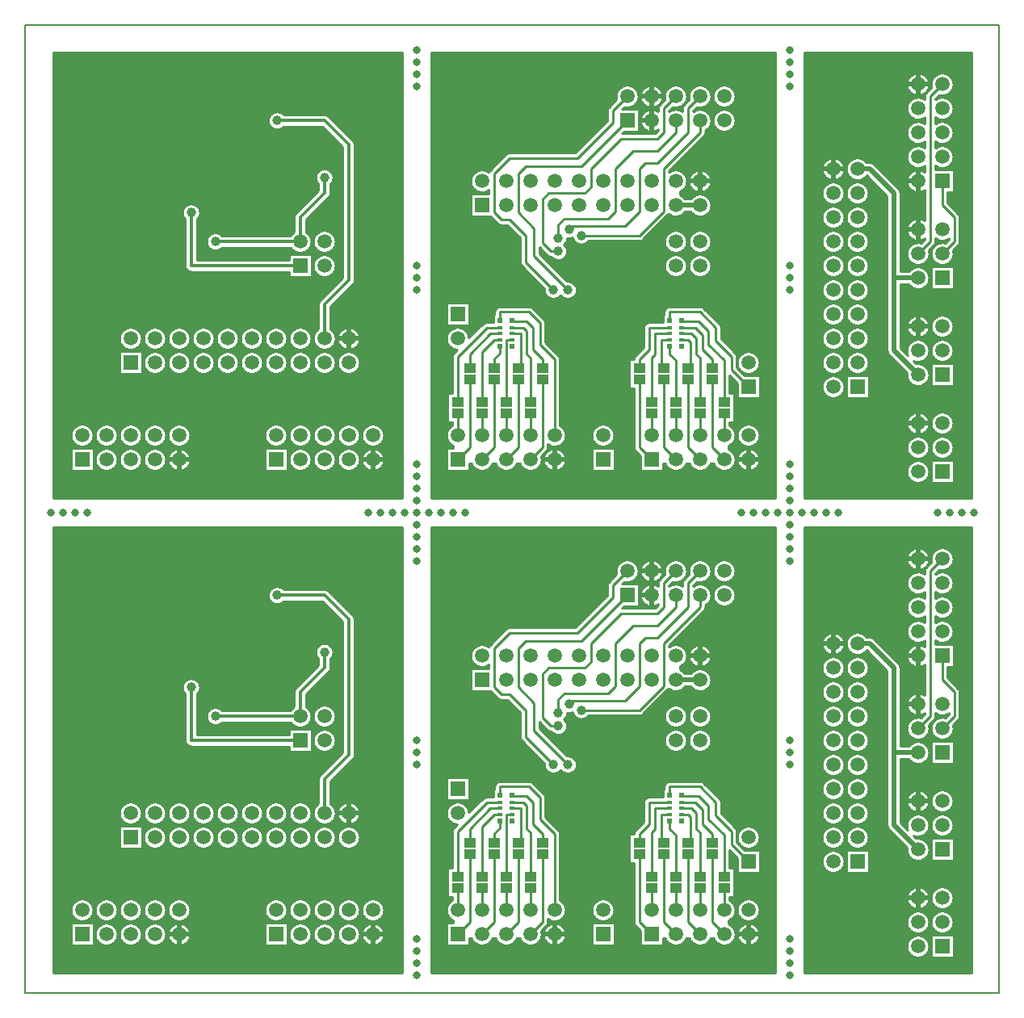
<source format=gbl>
%FSLAX44Y44*%
%MOMM*%
%SFA1B1*%

%IPPOS*%
%ADD10C,0.253999*%
%ADD23C,0.507999*%
%ADD24C,0.380999*%
%ADD25R,2.539995X4.698991*%
%ADD26C,0.799998*%
%ADD27R,1.523997X1.523997*%
%ADD28C,1.499997*%
%ADD29R,1.499997X1.499997*%
%ADD30C,1.499997*%
%ADD31C,0.999998*%
%ADD32C,0.999998*%
%ADD33R,1.199998X0.999998*%
%ADD34R,0.549999X0.385999*%
%ADD35R,0.549999X0.485999*%
%ADD58C,0.127000*%
%LNu2s_hvpp-1*%
%LPD*%
G54D10*
X958071Y444201D02*
D01*
X958868Y443991*
X959679Y443836*
X960498Y443739*
X961322Y443699*
X962146Y443716*
X962968Y443791*
X963782Y443923*
X964585Y444112*
X965373Y444356*
X966142Y444655*
X966888Y445006*
X967608Y445409*
X968298Y445861*
X968955Y446360*
X969576Y446903*
X970157Y447489*
X970696Y448114*
X971189Y448774*
X971636Y449468*
X972033Y450191*
X972379Y450940*
X972672Y451711*
X972910Y452501*
X973092Y453305*
X973218Y454121*
X973287Y454942*
X973301Y455516*
X973272Y456340*
X973186Y457161*
X973042Y457973*
X972843Y458773*
X972588Y459558*
X972279Y460323*
X971917Y461064*
X971505Y461778*
X971044Y462462*
X970536Y463112*
X969984Y463725*
X969391Y464298*
X968759Y464829*
X968091Y465314*
X967392Y465751*
X966663Y466138*
X965910Y466473*
X965135Y466756*
X964342Y466983*
X963535Y467154*
X962718Y467269*
X961895Y467327*
X961070*
X960247Y467269*
X959430Y467154*
X958623Y466983*
X957831Y466756*
X957056Y466473*
X956302Y466138*
X955574Y465751*
X954874Y465314*
X954207Y464829*
X953575Y464298*
X952981Y463725*
X952429Y463112*
X951922Y462462*
X951460Y461778*
X951048Y461064*
X950686Y460323*
X950377Y459558*
X950122Y458773*
X949923Y457973*
X949780Y457161*
X949693Y456340*
X949665Y455516*
X949693Y454692*
X949780Y453871*
X949923Y453059*
X950122Y452258*
X950168Y452104*
G54D58*
X0Y0D02*
X1021266D01*
Y1015678*
X0*
Y0*
G54D10*
X973301Y430116D02*
D01*
X973272Y430940*
X973186Y431761*
X973042Y432573*
X972843Y433373*
X972588Y434158*
X972279Y434923*
X971917Y435664*
X971505Y436378*
X971044Y437062*
X970536Y437712*
X969984Y438325*
X969391Y438898*
X968759Y439429*
X968091Y439914*
X967392Y440351*
X966663Y440738*
X965910Y441073*
X965135Y441356*
X964342Y441583*
X963535Y441754*
X962718Y441869*
X961895Y441927*
X961070*
X960247Y441869*
X959430Y441754*
X958623Y441583*
X957831Y441356*
X957056Y441073*
X956302Y440738*
X955574Y440351*
X954874Y439914*
X954371Y439554*
Y420678D02*
D01*
X955046Y420205*
X955753Y419780*
X956488Y419405*
X957248Y419083*
X958028Y418815*
X958824Y418601*
X959634Y418444*
X960453Y418343*
X961277Y418300*
X962101Y418314*
X962923Y418386*
X963738Y418515*
X964541Y418701*
X965330Y418942*
X966100Y419238*
X966848Y419586*
X967569Y419986*
X968261Y420436*
X968920Y420932*
X969542Y421473*
X970126Y422056*
X970667Y422679*
X971163Y423338*
X971612Y424029*
X972012Y424751*
X972361Y425498*
X972656Y426268*
X972898Y427057*
X973083Y427861*
X973212Y428676*
X973284Y429498*
X973301Y430116*
Y404716D02*
D01*
X973272Y405540*
X973186Y406361*
X973042Y407173*
X972843Y407973*
X972588Y408758*
X972279Y409523*
X971917Y410264*
X971505Y410978*
X971044Y411662*
X970536Y412312*
X969984Y412925*
X969391Y413498*
X968759Y414029*
X968091Y414514*
X967392Y414951*
X966663Y415338*
X965910Y415673*
X965135Y415956*
X964342Y416183*
X963535Y416354*
X962718Y416469*
X961895Y416527*
X961070*
X960247Y416469*
X959430Y416354*
X958623Y416183*
X957831Y415956*
X957056Y415673*
X956302Y415338*
X955574Y414951*
X954874Y414514*
X954371Y414155*
Y395278D02*
D01*
X955046Y394805*
X955753Y394380*
X956488Y394005*
X957248Y393683*
X958028Y393415*
X958824Y393201*
X959634Y393044*
X960453Y392943*
X961277Y392900*
X962101Y392914*
X962923Y392986*
X963738Y393115*
X964541Y393301*
X965330Y393542*
X966100Y393838*
X966848Y394186*
X967569Y394586*
X968261Y395036*
X968920Y395532*
X969542Y396073*
X970126Y396656*
X970667Y397279*
X971163Y397938*
X971612Y398629*
X972012Y399351*
X972361Y400098*
X972656Y400868*
X972898Y401657*
X973083Y402461*
X973212Y403276*
X973284Y404098*
X973301Y404716*
Y379316D02*
D01*
X973272Y380140*
X973186Y380961*
X973042Y381773*
X972843Y382573*
X972588Y383358*
X972279Y384123*
X971917Y384864*
X971505Y385578*
X971044Y386262*
X970536Y386912*
X969984Y387525*
X969391Y388098*
X968759Y388629*
X968091Y389114*
X967392Y389551*
X966663Y389938*
X965910Y390273*
X965135Y390556*
X964342Y390783*
X963535Y390954*
X962718Y391069*
X961895Y391127*
X961070*
X960247Y391069*
X959430Y390954*
X958623Y390783*
X957831Y390556*
X957056Y390273*
X956302Y389938*
X955574Y389551*
X954874Y389114*
X954371Y388755*
Y369877D02*
D01*
X955046Y369404*
X955753Y368979*
X956488Y368605*
X957248Y368282*
X958028Y368014*
X958824Y367800*
X959634Y367643*
X960453Y367542*
X961277Y367499*
X962101Y367513*
X962923Y367585*
X963738Y367714*
X964541Y367900*
X965330Y368141*
X966100Y368437*
X966848Y368785*
X967569Y369185*
X968261Y369635*
X968920Y370131*
X969542Y370672*
X970126Y371255*
X970667Y371878*
X971163Y372536*
X971612Y373228*
X972012Y373950*
X972361Y374697*
X972656Y375467*
X972898Y376256*
X973083Y377060*
X973212Y377875*
X973284Y378697*
X973301Y379316*
X979771Y315816D02*
D01*
X979757Y316206*
X979716Y316594*
X979649Y316978*
X979554Y317356*
X979434Y317727*
X979288Y318089*
X979116Y318439*
X978922Y318777*
X978703Y319100*
X978463Y319408*
X978202Y319698*
X978134Y319767*
X979771Y315816D02*
D01*
X979757Y316206*
X979716Y316594*
X979649Y316978*
X979554Y317356*
X979434Y317727*
X979288Y318089*
X979116Y318439*
X978922Y318777*
X978703Y319100*
X978463Y319408*
X978202Y319698*
X978124Y319777*
X978134Y286465D02*
D01*
X978400Y286750*
X978645Y287053*
X978869Y287373*
X979070Y287707*
X979247Y288055*
X979399Y288413*
X979526Y288782*
X979627Y289159*
X979701Y289542*
X979749Y289929*
X979769Y290318*
X979771Y290416*
X978124Y286455D02*
D01*
X978390Y286739*
X978637Y287042*
X978861Y287361*
X979063Y287695*
X979241Y288042*
X979394Y288400*
X979522Y288769*
X979624Y289145*
X979699Y289528*
X979748Y289915*
X979769Y290304*
X979771Y290416*
X954371Y293678D02*
D01*
X955046Y293205*
X955753Y292780*
X956488Y292405*
X957248Y292083*
X958028Y291815*
X958824Y291601*
X959634Y291444*
X960453Y291343*
X961277Y291300*
X962101Y291314*
X962923Y291386*
X963738Y291515*
X964541Y291701*
X965330Y291942*
X966100Y292238*
X966848Y292586*
X967569Y292986*
X968261Y293436*
X968595Y293678*
X973301Y277716D02*
D01*
X973272Y278540*
X973186Y279361*
X973042Y280173*
X972843Y280973*
X972798Y281128*
X964895Y289031D02*
D01*
X964097Y289241*
X963287Y289396*
X962468Y289493*
X961644Y289533*
X960819Y289516*
X959997Y289440*
X959183Y289308*
X958380Y289120*
X957592Y288875*
X956823Y288577*
X956077Y288226*
X955357Y287823*
X954667Y287371*
X954010Y286872*
X953390Y286328*
X952808Y285743*
X952270Y285118*
X951776Y284457*
X951329Y283764*
X950932Y283041*
X950586Y282292*
X950294Y281521*
X950056Y280731*
X949873Y279927*
X949747Y279111*
X949678Y278289*
X949667Y277464*
X949713Y276641*
X949817Y275822*
X949978Y275013*
X950194Y274217*
X950466Y273438*
X950791Y272680*
X951168Y271947*
X951596Y271241*
X952072Y270567*
X952593Y269928*
X953158Y269327*
X953763Y268767*
X954406Y268250*
X955084Y267780*
X955793Y267358*
X956529Y266986*
X957290Y266666*
X958071Y266401*
X958868Y266191*
X959679Y266036*
X960498Y265939*
X961322Y265899*
X962146Y265916*
X962968Y265991*
X963782Y266123*
X964585Y266312*
X965373Y266556*
X966142Y266855*
X966888Y267206*
X967608Y267609*
X968298Y268061*
X968955Y268560*
X969576Y269103*
X970157Y269689*
X970696Y270314*
X971189Y270974*
X971636Y271668*
X972033Y272391*
X972379Y273140*
X972672Y273911*
X972910Y274701*
X973092Y275505*
X973218Y276321*
X973287Y277142*
X973301Y277716*
X944842Y446777D02*
D01*
X944575Y446492*
X944329Y446190*
X944104Y445871*
X943902Y445537*
X943725Y445190*
X943571Y444831*
X943443Y444463*
X943342Y444087*
X943266Y443704*
X943218Y443317*
X943196Y442928*
X943195Y442816*
X944832Y446767D02*
D01*
X944566Y446482*
X944320Y446178*
X944096Y445859*
X943896Y445525*
X943719Y445177*
X943566Y444818*
X943439Y444449*
X943338Y444073*
X943264Y443690*
X943216Y443303*
X943196Y442913*
X943195Y442816*
X947901Y455516D02*
D01*
X947872Y456340*
X947786Y457161*
X947642Y457973*
X947443Y458773*
X947188Y459558*
X946879Y460323*
X946517Y461064*
X946105Y461778*
X945644Y462462*
X945136Y463112*
X944584Y463725*
X943991Y464298*
X943359Y464829*
X942691Y465314*
X941992Y465751*
X941263Y466138*
X940510Y466473*
X939735Y466756*
X938942Y466983*
X938135Y467154*
X937318Y467269*
X936495Y467327*
X935670*
X934847Y467269*
X934030Y467154*
X933223Y466983*
X932431Y466756*
X931656Y466473*
X930902Y466138*
X930174Y465751*
X929474Y465314*
X928807Y464829*
X928175Y464298*
X927581Y463725*
X927029Y463112*
X926522Y462462*
X926060Y461778*
X925648Y461064*
X925286Y460323*
X924977Y459558*
X924722Y458773*
X924523Y457973*
X924380Y457161*
X924293Y456340*
X924265Y455516*
X924293Y454692*
X924380Y453871*
X924523Y453059*
X924722Y452258*
X924977Y451474*
X925286Y450709*
X925648Y449968*
X926060Y449253*
X926522Y448569*
X927029Y447919*
X927581Y447306*
X928175Y446733*
X928807Y446203*
X929474Y445718*
X930174Y445281*
X930902Y444894*
X931656Y444558*
X932431Y444276*
X933223Y444049*
X934030Y443877*
X934847Y443763*
X935670Y443705*
X936495*
X937318Y443763*
X938135Y443877*
X938942Y444049*
X939735Y444276*
X940510Y444558*
X941263Y444894*
X941992Y445281*
X942691Y445718*
X943359Y446203*
X943991Y446733*
X944584Y447306*
X945136Y447919*
X945644Y448569*
X946105Y449253*
X946517Y449968*
X946879Y450709*
X947188Y451474*
X947443Y452258*
X947642Y453059*
X947786Y453871*
X947872Y454692*
X947901Y455516*
X943195Y439554D02*
D01*
X942519Y440027*
X941812Y440452*
X941077Y440826*
X940318Y441148*
X939538Y441417*
X938741Y441631*
X937931Y441788*
X937112Y441889*
X936289Y441932*
X935464Y441917*
X934642Y441845*
X933828Y441716*
X933024Y441531*
X932235Y441290*
X931465Y440994*
X930718Y440646*
X929996Y440246*
X929304Y439796*
X928646Y439300*
X928023Y438759*
X927440Y438175*
X926899Y437553*
X926402Y436894*
X925953Y436202*
X925553Y435481*
X925204Y434733*
X924909Y433963*
X924668Y433174*
X924482Y432371*
X924353Y431556*
X924281Y430734*
X924267Y429910*
X924310Y429086*
X924410Y428267*
X924568Y427457*
X924781Y426661*
X925050Y425881*
X925372Y425122*
X925747Y424387*
X926171Y423679*
X926645Y423004*
X927164Y422363*
X927726Y421759*
X928330Y421197*
X928971Y420678*
X929646Y420205*
X930353Y419780*
X931088Y419405*
X931848Y419083*
X932628Y418815*
X933424Y418601*
X934234Y418444*
X935053Y418343*
X935877Y418300*
X936701Y418314*
X937523Y418386*
X938338Y418515*
X939141Y418701*
X939930Y418942*
X940700Y419238*
X941448Y419586*
X942169Y419986*
X942861Y420436*
X943195Y420678*
Y414155D02*
D01*
X942519Y414628*
X941812Y415053*
X941077Y415427*
X940318Y415750*
X939538Y416018*
X938741Y416232*
X937931Y416389*
X937112Y416490*
X936289Y416533*
X935464Y416518*
X934642Y416446*
X933828Y416317*
X933024Y416132*
X932235Y415891*
X931465Y415595*
X930718Y415246*
X929996Y414847*
X929304Y414397*
X928646Y413901*
X928023Y413360*
X927440Y412776*
X926899Y412154*
X926402Y411495*
X925953Y410803*
X925553Y410082*
X925204Y409334*
X924909Y408564*
X924668Y407775*
X924482Y406972*
X924353Y406157*
X924281Y405335*
X924267Y404511*
X924310Y403687*
X924410Y402868*
X924568Y402058*
X924781Y401262*
X925050Y400482*
X925372Y399723*
X925747Y398988*
X926171Y398280*
X926645Y397605*
X927164Y396964*
X927726Y396360*
X928330Y395798*
X928971Y395279*
X929646Y394806*
X930353Y394381*
X931088Y394006*
X931848Y393684*
X932628Y393416*
X933424Y393202*
X934234Y393045*
X935053Y392944*
X935877Y392901*
X936701Y392915*
X937523Y392987*
X938338Y393116*
X939141Y393302*
X939930Y393543*
X940700Y393839*
X941448Y394187*
X942169Y394587*
X942861Y395037*
X943195Y395278*
Y388755D02*
D01*
X942519Y389228*
X941812Y389653*
X941077Y390027*
X940318Y390350*
X939538Y390618*
X938741Y390832*
X937931Y390989*
X937112Y391090*
X936289Y391133*
X935464Y391118*
X934642Y391046*
X933828Y390917*
X933024Y390732*
X932235Y390491*
X931465Y390195*
X930718Y389846*
X929996Y389447*
X929304Y388997*
X928646Y388501*
X928023Y387960*
X927440Y387376*
X926899Y386754*
X926402Y386095*
X925953Y385403*
X925553Y384682*
X925204Y383934*
X924909Y383164*
X924668Y382375*
X924482Y381572*
X924353Y380757*
X924281Y379935*
X924267Y379111*
X924310Y378287*
X924410Y377468*
X924568Y376658*
X924781Y375862*
X925050Y375082*
X925372Y374323*
X925747Y373588*
X926171Y372880*
X926645Y372205*
X927164Y371564*
X927726Y370960*
X928330Y370398*
X928971Y369879*
X929646Y369406*
X930353Y368981*
X931088Y368606*
X931848Y368284*
X932628Y368016*
X933424Y367802*
X934234Y367645*
X935053Y367544*
X935877Y367501*
X936701Y367515*
X937523Y367587*
X938338Y367716*
X939141Y367902*
X939930Y368143*
X940700Y368439*
X941448Y368787*
X942169Y369187*
X942861Y369637*
X943195Y369877*
Y363355D02*
D01*
X942519Y363828*
X941812Y364253*
X941077Y364627*
X940318Y364950*
X939538Y365218*
X938741Y365432*
X937931Y365589*
X937112Y365690*
X936289Y365733*
X935464Y365718*
X934642Y365646*
X933828Y365517*
X933024Y365332*
X932235Y365091*
X931465Y364795*
X930718Y364446*
X929996Y364047*
X929304Y363597*
X928646Y363101*
X928023Y362560*
X927440Y361976*
X926899Y361354*
X926402Y360695*
X925953Y360003*
X925553Y359282*
X925204Y358534*
X924909Y357764*
X924668Y356975*
X924482Y356172*
X924353Y355357*
X924281Y354535*
X924267Y353711*
X924310Y352887*
X924410Y352068*
X924568Y351258*
X924781Y350462*
X925050Y349682*
X925372Y348923*
X925747Y348188*
X926171Y347480*
X926645Y346805*
X927164Y346164*
X927726Y345560*
X928330Y344998*
X928971Y344479*
X929646Y344006*
X930353Y343581*
X931088Y343206*
X931848Y342884*
X932628Y342616*
X933424Y342402*
X934234Y342245*
X935053Y342144*
X935877Y342101*
X936701Y342115*
X937523Y342187*
X938338Y342316*
X939141Y342502*
X939930Y342743*
X940700Y343039*
X941448Y343387*
X942169Y343787*
X942861Y344237*
X943195Y344477*
X917541Y341216D02*
D01*
X917524Y341694*
X917474Y342170*
X917391Y342642*
X917275Y343106*
X917127Y343561*
X916948Y344005*
X916738Y344435*
X916499Y344850*
X916231Y345247*
X915936Y345624*
X915616Y345980*
X915532Y346065*
X917541Y341216D02*
D01*
X917524Y341694*
X917474Y342170*
X917391Y342642*
X917275Y343106*
X917127Y343561*
X916948Y344005*
X916738Y344435*
X916499Y344850*
X916231Y345247*
X915936Y345624*
X915616Y345980*
X915532Y346065*
X943195Y312555D02*
D01*
X942519Y313028*
X941812Y313453*
X941077Y313827*
X940318Y314150*
X939538Y314418*
X938741Y314632*
X937931Y314789*
X937112Y314890*
X936289Y314933*
X935464Y314918*
X934642Y314846*
X933828Y314717*
X933024Y314532*
X932235Y314291*
X931465Y313995*
X930718Y313646*
X929996Y313247*
X929304Y312797*
X928646Y312301*
X928023Y311760*
X927440Y311176*
X926899Y310554*
X926402Y309895*
X925953Y309203*
X925553Y308482*
X925204Y307734*
X924909Y306964*
X924668Y306175*
X924482Y305372*
X924353Y304557*
X924281Y303735*
X924267Y302911*
X924310Y302087*
X924410Y301268*
X924568Y300458*
X924781Y299662*
X925050Y298882*
X925372Y298123*
X925747Y297388*
X926171Y296680*
X926645Y296005*
X927164Y295364*
X927726Y294760*
X928330Y294198*
X928971Y293679*
X929646Y293206*
X930353Y292781*
X931088Y292406*
X931848Y292084*
X932628Y291816*
X933424Y291602*
X934234Y291445*
X935053Y291344*
X935877Y291301*
X936701Y291315*
X937523Y291387*
X938338Y291516*
X939141Y291702*
X939930Y291943*
X940700Y292239*
X941448Y292587*
X942169Y292987*
X942861Y293437*
X943195Y293678*
X952734Y286465D02*
D01*
X953000Y286750*
X953245Y287053*
X953469Y287373*
X953670Y287707*
X953847Y288055*
X953999Y288413*
X954126Y288782*
X954227Y289159*
X954301Y289542*
X954349Y289929*
X954369Y290318*
X954371Y290416*
X952724Y286455D02*
D01*
X952990Y286739*
X953237Y287042*
X953461Y287361*
X953663Y287695*
X953841Y288042*
X953994Y288400*
X954122Y288769*
X954224Y289145*
X954299Y289528*
X954348Y289915*
X954369Y290304*
X954371Y290416*
X947901Y277716D02*
D01*
X947872Y278540*
X947786Y279361*
X947642Y280173*
X947443Y280973*
X947398Y281128*
X939495Y289031D02*
D01*
X938697Y289241*
X937887Y289396*
X937068Y289493*
X936244Y289533*
X935419Y289516*
X934597Y289440*
X933783Y289308*
X932980Y289120*
X932192Y288875*
X931423Y288577*
X930677Y288226*
X929957Y287823*
X929267Y287371*
X928610Y286872*
X927990Y286328*
X927408Y285743*
X926870Y285118*
X926376Y284457*
X925929Y283764*
X925532Y283041*
X925186Y282292*
X924894Y281521*
X924656Y280731*
X924473Y279927*
X924347Y279111*
X924278Y278289*
X924267Y277464*
X924313Y276641*
X924417Y275822*
X924578Y275013*
X924794Y274217*
X925066Y273438*
X925391Y272680*
X925768Y271947*
X926196Y271241*
X926672Y270567*
X927193Y269928*
X927758Y269327*
X928363Y268767*
X929006Y268250*
X929684Y267780*
X930393Y267358*
X931129Y266986*
X931890Y266666*
X932671Y266401*
X933468Y266191*
X934279Y266036*
X935098Y265939*
X935922Y265899*
X936746Y265916*
X937568Y265991*
X938382Y266123*
X939185Y266312*
X939973Y266556*
X940742Y266855*
X941488Y267206*
X942208Y267609*
X942898Y268061*
X943555Y268560*
X944176Y269103*
X944757Y269689*
X945296Y270314*
X945789Y270974*
X946236Y271668*
X946633Y272391*
X946979Y273140*
X947272Y273911*
X947510Y274701*
X947692Y275505*
X947818Y276321*
X947887Y277142*
X947901Y277716*
Y252316D02*
D01*
X947872Y253140*
X947786Y253961*
X947642Y254773*
X947443Y255573*
X947188Y256358*
X946879Y257123*
X946517Y257864*
X946105Y258578*
X945644Y259262*
X945136Y259912*
X944584Y260525*
X943991Y261098*
X943359Y261629*
X942691Y262114*
X941992Y262551*
X941263Y262938*
X940510Y263273*
X939735Y263556*
X938942Y263783*
X938135Y263954*
X937318Y264069*
X936495Y264127*
X935670*
X934847Y264069*
X934030Y263954*
X933223Y263783*
X932431Y263556*
X931656Y263273*
X930902Y262938*
X930174Y262551*
X929474Y262114*
X928807Y261629*
X928175Y261098*
X927581Y260525*
X927029Y259912*
X926522Y259262*
X926458Y259174*
X973301Y201516D02*
D01*
X973272Y202340*
X973186Y203161*
X973042Y203973*
X972843Y204773*
X972588Y205558*
X972279Y206323*
X971917Y207064*
X971505Y207778*
X971044Y208462*
X970536Y209112*
X969984Y209725*
X969391Y210298*
X968759Y210829*
X968091Y211314*
X967392Y211751*
X966663Y212138*
X965910Y212473*
X965135Y212756*
X964342Y212983*
X963535Y213154*
X962718Y213269*
X961895Y213327*
X961070*
X960247Y213269*
X959430Y213154*
X958623Y212983*
X957831Y212756*
X957056Y212473*
X956302Y212138*
X955574Y211751*
X954874Y211314*
X954207Y210829*
X953575Y210298*
X952981Y209725*
X952429Y209112*
X951922Y208462*
X951460Y207778*
X951048Y207064*
X950686Y206323*
X950377Y205558*
X950122Y204773*
X949923Y203973*
X949780Y203161*
X949693Y202340*
X949665Y201516*
X949693Y200692*
X949780Y199871*
X949923Y199059*
X950122Y198258*
X950377Y197474*
X950686Y196709*
X951048Y195968*
X951460Y195253*
X951922Y194569*
X952429Y193919*
X952981Y193306*
X953575Y192733*
X954207Y192203*
X954874Y191718*
X955574Y191281*
X956302Y190894*
X957056Y190558*
X957831Y190276*
X958623Y190049*
X959430Y189877*
X960247Y189763*
X961070Y189705*
X961895*
X962718Y189763*
X963535Y189877*
X964342Y190049*
X965135Y190276*
X965910Y190558*
X966663Y190894*
X967392Y191281*
X968091Y191718*
X968759Y192203*
X969391Y192733*
X969984Y193306*
X970536Y193919*
X971044Y194569*
X971505Y195253*
X971917Y195968*
X972279Y196709*
X972588Y197474*
X972843Y198258*
X973042Y199059*
X973186Y199871*
X973272Y200692*
X973301Y201516*
Y176116D02*
D01*
X973272Y176940*
X973186Y177761*
X973042Y178573*
X972843Y179373*
X972588Y180158*
X972279Y180923*
X971917Y181664*
X971505Y182378*
X971044Y183062*
X970536Y183712*
X969984Y184325*
X969391Y184898*
X968759Y185429*
X968091Y185914*
X967392Y186351*
X966663Y186738*
X965910Y187073*
X965135Y187356*
X964342Y187583*
X963535Y187754*
X962718Y187869*
X961895Y187927*
X961070*
X960247Y187869*
X959430Y187754*
X958623Y187583*
X957831Y187356*
X957056Y187073*
X956302Y186738*
X955574Y186351*
X954874Y185914*
X954207Y185429*
X953575Y184898*
X952981Y184325*
X952429Y183712*
X951922Y183062*
X951460Y182378*
X951048Y181664*
X950686Y180923*
X950377Y180158*
X950122Y179373*
X949923Y178573*
X949780Y177761*
X949693Y176940*
X949665Y176116*
X949693Y175292*
X949780Y174471*
X949923Y173659*
X950122Y172858*
X950377Y172074*
X950686Y171309*
X951048Y170568*
X951460Y169853*
X951922Y169169*
X952429Y168519*
X952981Y167906*
X953575Y167333*
X954207Y166803*
X954874Y166318*
X955574Y165881*
X956302Y165494*
X957056Y165158*
X957831Y164876*
X958623Y164649*
X959430Y164477*
X960247Y164363*
X961070Y164305*
X961895*
X962718Y164363*
X963535Y164477*
X964342Y164649*
X965135Y164876*
X965910Y165158*
X966663Y165494*
X967392Y165881*
X968091Y166318*
X968759Y166803*
X969391Y167333*
X969984Y167906*
X970536Y168519*
X971044Y169169*
X971505Y169853*
X971917Y170568*
X972279Y171309*
X972588Y172074*
X972843Y172858*
X973042Y173659*
X973186Y174471*
X973272Y175292*
X973301Y176116*
Y99916D02*
D01*
X973272Y100740*
X973186Y101561*
X973042Y102373*
X972843Y103173*
X972588Y103958*
X972279Y104723*
X971917Y105464*
X971505Y106178*
X971044Y106862*
X970536Y107512*
X969984Y108125*
X969391Y108698*
X968759Y109229*
X968091Y109714*
X967392Y110151*
X966663Y110538*
X965910Y110873*
X965135Y111156*
X964342Y111383*
X963535Y111554*
X962718Y111669*
X961895Y111727*
X961070*
X960247Y111669*
X959430Y111554*
X958623Y111383*
X957831Y111156*
X957056Y110873*
X956302Y110538*
X955574Y110151*
X954874Y109714*
X954207Y109229*
X953575Y108698*
X952981Y108125*
X952429Y107512*
X951922Y106862*
X951460Y106178*
X951048Y105464*
X950686Y104723*
X950377Y103958*
X950122Y103173*
X949923Y102373*
X949780Y101561*
X949693Y100740*
X949665Y99916*
X949693Y99092*
X949780Y98271*
X949923Y97459*
X950122Y96658*
X950377Y95874*
X950686Y95109*
X951048Y94368*
X951460Y93653*
X951922Y92969*
X952429Y92319*
X952981Y91706*
X953575Y91133*
X954207Y90603*
X954874Y90118*
X955574Y89681*
X956302Y89294*
X957056Y88958*
X957831Y88676*
X958623Y88449*
X959430Y88277*
X960247Y88163*
X961070Y88105*
X961895*
X962718Y88163*
X963535Y88277*
X964342Y88449*
X965135Y88676*
X965910Y88958*
X966663Y89294*
X967392Y89681*
X968091Y90118*
X968759Y90603*
X969391Y91133*
X969984Y91706*
X970536Y92319*
X971044Y92969*
X971505Y93653*
X971917Y94368*
X972279Y95109*
X972588Y95874*
X972843Y96658*
X973042Y97459*
X973186Y98271*
X973272Y99092*
X973301Y99916*
Y74516D02*
D01*
X973272Y75340*
X973186Y76161*
X973042Y76973*
X972843Y77773*
X972588Y78558*
X972279Y79323*
X971917Y80064*
X971505Y80778*
X971044Y81462*
X970536Y82112*
X969984Y82725*
X969391Y83298*
X968759Y83829*
X968091Y84314*
X967392Y84751*
X966663Y85138*
X965910Y85473*
X965135Y85756*
X964342Y85983*
X963535Y86154*
X962718Y86269*
X961895Y86327*
X961070*
X960247Y86269*
X959430Y86154*
X958623Y85983*
X957831Y85756*
X957056Y85473*
X956302Y85138*
X955574Y84751*
X954874Y84314*
X954207Y83829*
X953575Y83298*
X952981Y82725*
X952429Y82112*
X951922Y81462*
X951460Y80778*
X951048Y80064*
X950686Y79323*
X950377Y78558*
X950122Y77773*
X949923Y76973*
X949780Y76161*
X949693Y75340*
X949665Y74516*
X949693Y73692*
X949780Y72871*
X949923Y72059*
X950122Y71258*
X950377Y70474*
X950686Y69709*
X951048Y68968*
X951460Y68253*
X951922Y67569*
X952429Y66919*
X952981Y66306*
X953575Y65733*
X954207Y65203*
X954874Y64718*
X955574Y64281*
X956302Y63894*
X957056Y63558*
X957831Y63276*
X958623Y63049*
X959430Y62877*
X960247Y62763*
X961070Y62705*
X961895*
X962718Y62763*
X963535Y62877*
X964342Y63049*
X965135Y63276*
X965910Y63558*
X966663Y63894*
X967392Y64281*
X968091Y64718*
X968759Y65203*
X969391Y65733*
X969984Y66306*
X970536Y66919*
X971044Y67569*
X971505Y68253*
X971917Y68968*
X972279Y69709*
X972588Y70474*
X972843Y71258*
X973042Y72059*
X973186Y72871*
X973272Y73692*
X973301Y74516*
X947901Y150716D02*
D01*
X947872Y151540*
X947786Y152361*
X947642Y153173*
X947443Y153973*
X947188Y154758*
X946879Y155523*
X946517Y156264*
X946105Y156978*
X945644Y157662*
X945136Y158312*
X944584Y158925*
X943991Y159498*
X943359Y160029*
X942691Y160514*
X941992Y160951*
X941263Y161338*
X940510Y161673*
X939735Y161956*
X938942Y162183*
X938135Y162354*
X937318Y162469*
X936495Y162527*
X935670*
X934847Y162469*
X934127Y162371*
X926458Y245458D02*
D01*
X926960Y244803*
X927506Y244185*
X928094Y243607*
X928721Y243071*
X929384Y242579*
X930079Y242136*
X930804Y241742*
X931554Y241400*
X932327Y241110*
X933118Y240876*
X933923Y240697*
X934739Y240574*
X935561Y240509*
X936386Y240501*
X937209Y240551*
X938027Y240659*
X938836Y240823*
X939631Y241043*
X940408Y241318*
X941165Y241646*
X941897Y242027*
X942601Y242458*
X943272Y242936*
X943909Y243461*
X944508Y244028*
X945065Y244636*
X945579Y245281*
X946047Y245961*
X946466Y246671*
X946834Y247409*
X947150Y248171*
X947412Y248954*
X947619Y249752*
X947770Y250563*
X947864Y251383*
X947900Y252207*
X947901Y252316*
Y201516D02*
D01*
X947872Y202340*
X947786Y203161*
X947642Y203973*
X947443Y204773*
X947188Y205558*
X946879Y206323*
X946517Y207064*
X946105Y207778*
X945644Y208462*
X945136Y209112*
X944584Y209725*
X943991Y210298*
X943359Y210829*
X942691Y211314*
X941992Y211751*
X941263Y212138*
X940510Y212473*
X939735Y212756*
X938942Y212983*
X938135Y213154*
X937318Y213269*
X936495Y213327*
X935670*
X934847Y213269*
X934030Y213154*
X933223Y212983*
X932431Y212756*
X931656Y212473*
X930902Y212138*
X930174Y211751*
X929474Y211314*
X928807Y210829*
X928175Y210298*
X927581Y209725*
X927029Y209112*
X926522Y208462*
X926060Y207778*
X925648Y207064*
X925286Y206323*
X924977Y205558*
X924722Y204773*
X924523Y203973*
X924380Y203161*
X924293Y202340*
X924265Y201516*
X924293Y200692*
X924380Y199871*
X924523Y199059*
X924722Y198258*
X924977Y197474*
X925286Y196709*
X925648Y195968*
X926060Y195253*
X926522Y194569*
X927029Y193919*
X927581Y193306*
X928175Y192733*
X928807Y192203*
X929474Y191718*
X930174Y191281*
X930902Y190894*
X931656Y190558*
X932431Y190276*
X933223Y190049*
X934030Y189877*
X934847Y189763*
X935670Y189705*
X936495*
X937318Y189763*
X938135Y189877*
X938942Y190049*
X939735Y190276*
X940510Y190558*
X941263Y190894*
X941992Y191281*
X942691Y191718*
X943359Y192203*
X943991Y192733*
X944584Y193306*
X945136Y193919*
X945644Y194569*
X946105Y195253*
X946517Y195968*
X946879Y196709*
X947188Y197474*
X947443Y198258*
X947642Y199059*
X947786Y199871*
X947872Y200692*
X947901Y201516*
Y176116D02*
D01*
X947872Y176940*
X947786Y177761*
X947642Y178573*
X947443Y179373*
X947188Y180158*
X946879Y180923*
X946517Y181664*
X946105Y182378*
X945644Y183062*
X945136Y183712*
X944584Y184325*
X943991Y184898*
X943359Y185429*
X942691Y185914*
X941992Y186351*
X941263Y186738*
X940510Y187073*
X939735Y187356*
X938942Y187583*
X938135Y187754*
X937318Y187869*
X936495Y187927*
X935670*
X934847Y187869*
X934030Y187754*
X933223Y187583*
X932431Y187356*
X931656Y187073*
X930902Y186738*
X930174Y186351*
X929474Y185914*
X928807Y185429*
X928175Y184898*
X927581Y184325*
X927029Y183712*
X926522Y183062*
X926060Y182378*
X925648Y181664*
X925286Y180923*
X924977Y180158*
X924722Y179373*
X924523Y178573*
X924380Y177761*
X924293Y176940*
X924265Y176116*
X924293Y175292*
X924380Y174471*
X924523Y173659*
X924722Y172858*
X924977Y172074*
X925286Y171309*
X925369Y171129*
X931096Y165402D02*
D01*
X931855Y165080*
X932635Y164812*
X933432Y164599*
X934242Y164442*
X935061Y164342*
X935885Y164300*
X936709Y164315*
X937531Y164387*
X938346Y164517*
X939149Y164703*
X939938Y164945*
X940708Y165241*
X941455Y165590*
X942176Y165990*
X942868Y166440*
X943526Y166937*
X944148Y167478*
X944731Y168062*
X945272Y168685*
X945768Y169344*
X946217Y170036*
X946616Y170758*
X946964Y171506*
X947259Y172276*
X947500Y173065*
X947685Y173869*
X947813Y174684*
X947885Y175506*
X947901Y176116*
X924428Y152672D02*
D01*
X924320Y151854*
X924269Y151031*
X924276Y150206*
X924340Y149384*
X924461Y148568*
X924640Y147762*
X924873Y146971*
X925162Y146198*
X925504Y145448*
X925897Y144723*
X926340Y144027*
X926830Y143363*
X927366Y142736*
X927944Y142147*
X928561Y141600*
X929215Y141098*
X929903Y140642*
X930621Y140236*
X931365Y139880*
X932133Y139578*
X932919Y139329*
X933721Y139136*
X934535Y139000*
X935356Y138920*
X936180Y138898*
X937004Y138934*
X937824Y139027*
X938635Y139177*
X939434Y139383*
X940216Y139644*
X940978Y139960*
X941717Y140327*
X942428Y140746*
X943108Y141213*
X943754Y141726*
X944362Y142283*
X944930Y142881*
X945455Y143517*
X945934Y144188*
X946366Y144892*
X946747Y145623*
X947076Y146379*
X947352Y147157*
X947573Y147952*
X947738Y148760*
X947846Y149578*
X947897Y150401*
X947901Y150716*
Y99916D02*
D01*
X947872Y100740*
X947786Y101561*
X947642Y102373*
X947443Y103173*
X947188Y103958*
X946879Y104723*
X946517Y105464*
X946105Y106178*
X945644Y106862*
X945136Y107512*
X944584Y108125*
X943991Y108698*
X943359Y109229*
X942691Y109714*
X941992Y110151*
X941263Y110538*
X940510Y110873*
X939735Y111156*
X938942Y111383*
X938135Y111554*
X937318Y111669*
X936495Y111727*
X935670*
X934847Y111669*
X934030Y111554*
X933223Y111383*
X932431Y111156*
X931656Y110873*
X930902Y110538*
X930174Y110151*
X929474Y109714*
X928807Y109229*
X928175Y108698*
X927581Y108125*
X927029Y107512*
X926522Y106862*
X926060Y106178*
X925648Y105464*
X925286Y104723*
X924977Y103958*
X924722Y103173*
X924523Y102373*
X924380Y101561*
X924293Y100740*
X924265Y99916*
X924293Y99092*
X924380Y98271*
X924523Y97459*
X924722Y96658*
X924977Y95874*
X925286Y95109*
X925648Y94368*
X926060Y93653*
X926522Y92969*
X927029Y92319*
X927581Y91706*
X928175Y91133*
X928807Y90603*
X929474Y90118*
X930174Y89681*
X930902Y89294*
X931656Y88958*
X932431Y88676*
X933223Y88449*
X934030Y88277*
X934847Y88163*
X935670Y88105*
X936495*
X937318Y88163*
X938135Y88277*
X938942Y88449*
X939735Y88676*
X940510Y88958*
X941263Y89294*
X941992Y89681*
X942691Y90118*
X943359Y90603*
X943991Y91133*
X944584Y91706*
X945136Y92319*
X945644Y92969*
X946105Y93653*
X946517Y94368*
X946879Y95109*
X947188Y95874*
X947443Y96658*
X947642Y97459*
X947786Y98271*
X947872Y99092*
X947901Y99916*
Y74516D02*
D01*
X947872Y75340*
X947786Y76161*
X947642Y76973*
X947443Y77773*
X947188Y78558*
X946879Y79323*
X946517Y80064*
X946105Y80778*
X945644Y81462*
X945136Y82112*
X944584Y82725*
X943991Y83298*
X943359Y83829*
X942691Y84314*
X941992Y84751*
X941263Y85138*
X940510Y85473*
X939735Y85756*
X938942Y85983*
X938135Y86154*
X937318Y86269*
X936495Y86327*
X935670*
X934847Y86269*
X934030Y86154*
X933223Y85983*
X932431Y85756*
X931656Y85473*
X930902Y85138*
X930174Y84751*
X929474Y84314*
X928807Y83829*
X928175Y83298*
X927581Y82725*
X927029Y82112*
X926522Y81462*
X926060Y80778*
X925648Y80064*
X925286Y79323*
X924977Y78558*
X924722Y77773*
X924523Y76973*
X924380Y76161*
X924293Y75340*
X924265Y74516*
X924293Y73692*
X924380Y72871*
X924523Y72059*
X924722Y71258*
X924977Y70474*
X925286Y69709*
X925648Y68968*
X926060Y68253*
X926522Y67569*
X927029Y66919*
X927581Y66306*
X928175Y65733*
X928807Y65203*
X929474Y64718*
X930174Y64281*
X930902Y63894*
X931656Y63558*
X932431Y63276*
X933223Y63049*
X934030Y62877*
X934847Y62763*
X935670Y62705*
X936495*
X937318Y62763*
X938135Y62877*
X938942Y63049*
X939735Y63276*
X940510Y63558*
X941263Y63894*
X941992Y64281*
X942691Y64718*
X943359Y65203*
X943991Y65733*
X944584Y66306*
X945136Y66919*
X945644Y67569*
X946105Y68253*
X946517Y68968*
X946879Y69709*
X947188Y70474*
X947443Y71258*
X947642Y72059*
X947786Y72871*
X947872Y73692*
X947901Y74516*
Y49116D02*
D01*
X947872Y49940*
X947786Y50761*
X947642Y51573*
X947443Y52373*
X947188Y53158*
X946879Y53923*
X946517Y54664*
X946105Y55378*
X945644Y56062*
X945136Y56712*
X944584Y57325*
X943991Y57898*
X943359Y58429*
X942691Y58914*
X941992Y59351*
X941263Y59738*
X940510Y60073*
X939735Y60356*
X938942Y60583*
X938135Y60754*
X937318Y60869*
X936495Y60927*
X935670*
X934847Y60869*
X934030Y60754*
X933223Y60583*
X932431Y60356*
X931656Y60073*
X930902Y59738*
X930174Y59351*
X929474Y58914*
X928807Y58429*
X928175Y57898*
X927581Y57325*
X927029Y56712*
X926522Y56062*
X926060Y55378*
X925648Y54664*
X925286Y53923*
X924977Y53158*
X924722Y52373*
X924523Y51573*
X924380Y50761*
X924293Y49940*
X924265Y49116*
X924293Y48292*
X924380Y47471*
X924523Y46659*
X924722Y45858*
X924977Y45074*
X925286Y44309*
X925648Y43568*
X926060Y42853*
X926522Y42169*
X927029Y41519*
X927581Y40906*
X928175Y40333*
X928807Y39803*
X929474Y39318*
X930174Y38881*
X930902Y38494*
X931656Y38158*
X932431Y37876*
X933223Y37649*
X934030Y37477*
X934847Y37363*
X935670Y37305*
X936495*
X937318Y37363*
X938135Y37477*
X938942Y37649*
X939735Y37876*
X940510Y38158*
X941263Y38494*
X941992Y38881*
X942691Y39318*
X943359Y39803*
X943991Y40333*
X944584Y40906*
X945136Y41519*
X945644Y42169*
X946105Y42853*
X946517Y43568*
X946879Y44309*
X947188Y45074*
X947443Y45858*
X947642Y46659*
X947786Y47471*
X947872Y48292*
X947901Y49116*
X890132Y371465D02*
D01*
X889782Y371791*
X889409Y372093*
X889018Y372367*
X888607Y372614*
X888181Y372831*
X887740Y373018*
X887288Y373174*
X886825Y373298*
X886355Y373389*
X885880Y373447*
X885402Y373472*
X885283Y373474*
X890132Y371465D02*
D01*
X889782Y371791*
X889409Y372093*
X889018Y372367*
X888607Y372614*
X888181Y372831*
X887740Y373018*
X887288Y373174*
X886825Y373298*
X886355Y373389*
X885880Y373447*
X885402Y373472*
X885283Y373474*
X882208D02*
D01*
X881706Y374129*
X881160Y374747*
X880572Y375325*
X879944Y375861*
X879281Y376352*
X878586Y376796*
X877861Y377190*
X877111Y377532*
X876338Y377821*
X875547Y378056*
X874742Y378235*
X873926Y378358*
X873104Y378423*
X872279Y378430*
X871456Y378380*
X870638Y378273*
X869830Y378109*
X869035Y377889*
X868257Y377614*
X867500Y377286*
X866768Y376905*
X866065Y376474*
X865393Y375996*
X864756Y375471*
X864158Y374904*
X863600Y374296*
X863086Y373651*
X862618Y372971*
X862199Y372260*
X861831Y371522*
X861515Y370761*
X861253Y369978*
X861046Y369180*
X860895Y368369*
X860801Y367549*
X860765Y366725*
X860786Y365900*
X860865Y365079*
X861000Y364266*
X861193Y363463*
X861440Y362676*
X861742Y361909*
X862097Y361164*
X862503Y360446*
X862958Y359758*
X863460Y359103*
X864006Y358485*
X864594Y357907*
X865221Y357371*
X865884Y356879*
X866579Y356436*
X867304Y356042*
X868054Y355700*
X868827Y355410*
X869618Y355176*
X870423Y354997*
X871239Y354874*
X872061Y354809*
X872886Y354801*
X873709Y354851*
X874527Y354959*
X875336Y355123*
X876131Y355343*
X876908Y355618*
X877665Y355946*
X878397Y356327*
X879101Y356758*
X879772Y357236*
X880409Y357761*
X881008Y358328*
X881565Y358936*
X882079Y359581*
X882208Y359758*
X884401Y341216D02*
D01*
X884372Y342040*
X884286Y342861*
X884142Y343673*
X883943Y344473*
X883688Y345258*
X883379Y346023*
X883017Y346764*
X882605Y347478*
X882144Y348162*
X881636Y348812*
X881084Y349425*
X880491Y349998*
X879859Y350529*
X879191Y351014*
X878492Y351451*
X877763Y351838*
X877010Y352173*
X876235Y352456*
X875442Y352683*
X874635Y352854*
X873818Y352969*
X872995Y353027*
X872170*
X871347Y352969*
X870530Y352854*
X869723Y352683*
X868931Y352456*
X868156Y352173*
X867402Y351838*
X866674Y351451*
X865974Y351014*
X865307Y350529*
X864675Y349998*
X864081Y349425*
X863529Y348812*
X863022Y348162*
X862560Y347478*
X862148Y346764*
X861786Y346023*
X861477Y345258*
X861222Y344473*
X861023Y343673*
X860880Y342861*
X860793Y342040*
X860765Y341216*
X860793Y340392*
X860880Y339571*
X861023Y338759*
X861222Y337958*
X861477Y337174*
X861786Y336409*
X862148Y335668*
X862560Y334953*
X863022Y334269*
X863529Y333619*
X864081Y333006*
X864675Y332433*
X865307Y331903*
X865974Y331418*
X866674Y330981*
X867402Y330594*
X868156Y330258*
X868931Y329976*
X869723Y329749*
X870530Y329577*
X871347Y329463*
X872170Y329405*
X872995*
X873818Y329463*
X874635Y329577*
X875442Y329749*
X876235Y329976*
X877010Y330258*
X877763Y330594*
X878492Y330981*
X879191Y331418*
X879859Y331903*
X880491Y332433*
X881084Y333006*
X881636Y333619*
X882144Y334269*
X882605Y334953*
X883017Y335668*
X883379Y336409*
X883688Y337174*
X883943Y337958*
X884142Y338759*
X884286Y339571*
X884372Y340392*
X884401Y341216*
Y315816D02*
D01*
X884372Y316640*
X884286Y317461*
X884142Y318273*
X883943Y319073*
X883688Y319858*
X883379Y320623*
X883017Y321364*
X882605Y322078*
X882144Y322762*
X881636Y323412*
X881084Y324025*
X880491Y324598*
X879859Y325129*
X879191Y325614*
X878492Y326051*
X877763Y326438*
X877010Y326773*
X876235Y327056*
X875442Y327283*
X874635Y327454*
X873818Y327569*
X872995Y327627*
X872170*
X871347Y327569*
X870530Y327454*
X869723Y327283*
X868931Y327056*
X868156Y326773*
X867402Y326438*
X866674Y326051*
X865974Y325614*
X865307Y325129*
X864675Y324598*
X864081Y324025*
X863529Y323412*
X863022Y322762*
X862560Y322078*
X862148Y321364*
X861786Y320623*
X861477Y319858*
X861222Y319073*
X861023Y318273*
X860880Y317461*
X860793Y316640*
X860765Y315816*
X860793Y314992*
X860880Y314171*
X861023Y313359*
X861222Y312558*
X861477Y311774*
X861786Y311009*
X862148Y310268*
X862560Y309553*
X863022Y308869*
X863529Y308219*
X864081Y307606*
X864675Y307033*
X865307Y306503*
X865974Y306018*
X866674Y305581*
X867402Y305194*
X868156Y304858*
X868931Y304576*
X869723Y304349*
X870530Y304177*
X871347Y304063*
X872170Y304005*
X872995*
X873818Y304063*
X874635Y304177*
X875442Y304349*
X876235Y304576*
X877010Y304858*
X877763Y305194*
X878492Y305581*
X879191Y306018*
X879859Y306503*
X880491Y307033*
X881084Y307606*
X881636Y308219*
X882144Y308869*
X882605Y309553*
X883017Y310268*
X883379Y311009*
X883688Y311774*
X883943Y312558*
X884142Y313359*
X884286Y314171*
X884372Y314992*
X884401Y315816*
Y290416D02*
D01*
X884372Y291240*
X884286Y292061*
X884142Y292873*
X883943Y293673*
X883688Y294458*
X883379Y295223*
X883017Y295964*
X882605Y296678*
X882144Y297362*
X881636Y298012*
X881084Y298625*
X880491Y299198*
X879859Y299729*
X879191Y300214*
X878492Y300651*
X877763Y301038*
X877010Y301373*
X876235Y301656*
X875442Y301883*
X874635Y302054*
X873818Y302169*
X872995Y302227*
X872170*
X871347Y302169*
X870530Y302054*
X869723Y301883*
X868931Y301656*
X868156Y301373*
X867402Y301038*
X866674Y300651*
X865974Y300214*
X865307Y299729*
X864675Y299198*
X864081Y298625*
X863529Y298012*
X863022Y297362*
X862560Y296678*
X862148Y295964*
X861786Y295223*
X861477Y294458*
X861222Y293673*
X861023Y292873*
X860880Y292061*
X860793Y291240*
X860765Y290416*
X860793Y289592*
X860880Y288771*
X861023Y287959*
X861222Y287158*
X861477Y286374*
X861786Y285609*
X862148Y284868*
X862560Y284153*
X863022Y283469*
X863529Y282819*
X864081Y282206*
X864675Y281633*
X865307Y281103*
X865974Y280618*
X866674Y280181*
X867402Y279794*
X868156Y279458*
X868931Y279176*
X869723Y278949*
X870530Y278777*
X871347Y278663*
X872170Y278605*
X872995*
X873818Y278663*
X874635Y278777*
X875442Y278949*
X876235Y279176*
X877010Y279458*
X877763Y279794*
X878492Y280181*
X879191Y280618*
X879859Y281103*
X880491Y281633*
X881084Y282206*
X881636Y282819*
X882144Y283469*
X882605Y284153*
X883017Y284868*
X883379Y285609*
X883688Y286374*
X883943Y287158*
X884142Y287959*
X884286Y288771*
X884372Y289592*
X884401Y290416*
Y265016D02*
D01*
X884372Y265840*
X884286Y266661*
X884142Y267473*
X883943Y268273*
X883688Y269058*
X883379Y269823*
X883017Y270564*
X882605Y271278*
X882144Y271962*
X881636Y272612*
X881084Y273225*
X880491Y273798*
X879859Y274329*
X879191Y274814*
X878492Y275251*
X877763Y275638*
X877010Y275973*
X876235Y276256*
X875442Y276483*
X874635Y276654*
X873818Y276769*
X872995Y276827*
X872170*
X871347Y276769*
X870530Y276654*
X869723Y276483*
X868931Y276256*
X868156Y275973*
X867402Y275638*
X866674Y275251*
X865974Y274814*
X865307Y274329*
X864675Y273798*
X864081Y273225*
X863529Y272612*
X863022Y271962*
X862560Y271278*
X862148Y270564*
X861786Y269823*
X861477Y269058*
X861222Y268273*
X861023Y267473*
X860880Y266661*
X860793Y265840*
X860765Y265016*
X860793Y264192*
X860880Y263371*
X861023Y262559*
X861222Y261758*
X861477Y260974*
X861786Y260209*
X862148Y259468*
X862560Y258753*
X863022Y258069*
X863529Y257419*
X864081Y256806*
X864675Y256233*
X865307Y255703*
X865974Y255218*
X866674Y254781*
X867402Y254394*
X868156Y254058*
X868931Y253776*
X869723Y253549*
X870530Y253377*
X871347Y253263*
X872170Y253205*
X872995*
X873818Y253263*
X874635Y253377*
X875442Y253549*
X876235Y253776*
X877010Y254058*
X877763Y254394*
X878492Y254781*
X879191Y255218*
X879859Y255703*
X880491Y256233*
X881084Y256806*
X881636Y257419*
X882144Y258069*
X882605Y258753*
X883017Y259468*
X883379Y260209*
X883688Y260974*
X883943Y261758*
X884142Y262559*
X884286Y263371*
X884372Y264192*
X884401Y265016*
X859001Y366616D02*
D01*
X858972Y367440*
X858886Y368261*
X858742Y369073*
X858543Y369873*
X858288Y370658*
X857979Y371423*
X857617Y372164*
X857205Y372878*
X856744Y373562*
X856236Y374212*
X855684Y374825*
X855091Y375398*
X854459Y375929*
X853791Y376414*
X853092Y376851*
X852363Y377238*
X851610Y377573*
X850835Y377856*
X850042Y378083*
X849235Y378254*
X848418Y378369*
X847595Y378427*
X846770*
X845947Y378369*
X845130Y378254*
X844323Y378083*
X843531Y377856*
X842756Y377573*
X842002Y377238*
X841274Y376851*
X840574Y376414*
X839907Y375929*
X839275Y375398*
X838681Y374825*
X838129Y374212*
X837622Y373562*
X837160Y372878*
X836748Y372164*
X836386Y371423*
X836077Y370658*
X835822Y369873*
X835623Y369073*
X835480Y368261*
X835393Y367440*
X835365Y366616*
X835393Y365792*
X835480Y364971*
X835623Y364159*
X835822Y363358*
X836077Y362574*
X836386Y361809*
X836748Y361068*
X837160Y360353*
X837622Y359669*
X838129Y359019*
X838681Y358406*
X839275Y357833*
X839907Y357303*
X840574Y356818*
X841274Y356381*
X842002Y355994*
X842756Y355658*
X843531Y355376*
X844323Y355149*
X845130Y354977*
X845947Y354863*
X846770Y354805*
X847595*
X848418Y354863*
X849235Y354977*
X850042Y355149*
X850835Y355376*
X851610Y355658*
X852363Y355994*
X853092Y356381*
X853791Y356818*
X854459Y357303*
X855091Y357833*
X855684Y358406*
X856236Y359019*
X856744Y359669*
X857205Y360353*
X857617Y361068*
X857979Y361809*
X858288Y362574*
X858543Y363358*
X858742Y364159*
X858886Y364971*
X858972Y365792*
X859001Y366616*
Y341216D02*
D01*
X858972Y342040*
X858886Y342861*
X858742Y343673*
X858543Y344473*
X858288Y345258*
X857979Y346023*
X857617Y346764*
X857205Y347478*
X856744Y348162*
X856236Y348812*
X855684Y349425*
X855091Y349998*
X854459Y350529*
X853791Y351014*
X853092Y351451*
X852363Y351838*
X851610Y352173*
X850835Y352456*
X850042Y352683*
X849235Y352854*
X848418Y352969*
X847595Y353027*
X846770*
X845947Y352969*
X845130Y352854*
X844323Y352683*
X843531Y352456*
X842756Y352173*
X842002Y351838*
X841274Y351451*
X840574Y351014*
X839907Y350529*
X839275Y349998*
X838681Y349425*
X838129Y348812*
X837622Y348162*
X837160Y347478*
X836748Y346764*
X836386Y346023*
X836077Y345258*
X835822Y344473*
X835623Y343673*
X835480Y342861*
X835393Y342040*
X835365Y341216*
X835393Y340392*
X835480Y339571*
X835623Y338759*
X835822Y337958*
X836077Y337174*
X836386Y336409*
X836748Y335668*
X837160Y334953*
X837622Y334269*
X838129Y333619*
X838681Y333006*
X839275Y332433*
X839907Y331903*
X840574Y331418*
X841274Y330981*
X842002Y330594*
X842756Y330258*
X843531Y329976*
X844323Y329749*
X845130Y329577*
X845947Y329463*
X846770Y329405*
X847595*
X848418Y329463*
X849235Y329577*
X850042Y329749*
X850835Y329976*
X851610Y330258*
X852363Y330594*
X853092Y330981*
X853791Y331418*
X854459Y331903*
X855091Y332433*
X855684Y333006*
X856236Y333619*
X856744Y334269*
X857205Y334953*
X857617Y335668*
X857979Y336409*
X858288Y337174*
X858543Y337958*
X858742Y338759*
X858886Y339571*
X858972Y340392*
X859001Y341216*
Y315816D02*
D01*
X858972Y316640*
X858886Y317461*
X858742Y318273*
X858543Y319073*
X858288Y319858*
X857979Y320623*
X857617Y321364*
X857205Y322078*
X856744Y322762*
X856236Y323412*
X855684Y324025*
X855091Y324598*
X854459Y325129*
X853791Y325614*
X853092Y326051*
X852363Y326438*
X851610Y326773*
X850835Y327056*
X850042Y327283*
X849235Y327454*
X848418Y327569*
X847595Y327627*
X846770*
X845947Y327569*
X845130Y327454*
X844323Y327283*
X843531Y327056*
X842756Y326773*
X842002Y326438*
X841274Y326051*
X840574Y325614*
X839907Y325129*
X839275Y324598*
X838681Y324025*
X838129Y323412*
X837622Y322762*
X837160Y322078*
X836748Y321364*
X836386Y320623*
X836077Y319858*
X835822Y319073*
X835623Y318273*
X835480Y317461*
X835393Y316640*
X835365Y315816*
X835393Y314992*
X835480Y314171*
X835623Y313359*
X835822Y312558*
X836077Y311774*
X836386Y311009*
X836748Y310268*
X837160Y309553*
X837622Y308869*
X838129Y308219*
X838681Y307606*
X839275Y307033*
X839907Y306503*
X840574Y306018*
X841274Y305581*
X842002Y305194*
X842756Y304858*
X843531Y304576*
X844323Y304349*
X845130Y304177*
X845947Y304063*
X846770Y304005*
X847595*
X848418Y304063*
X849235Y304177*
X850042Y304349*
X850835Y304576*
X851610Y304858*
X852363Y305194*
X853092Y305581*
X853791Y306018*
X854459Y306503*
X855091Y307033*
X855684Y307606*
X856236Y308219*
X856744Y308869*
X857205Y309553*
X857617Y310268*
X857979Y311009*
X858288Y311774*
X858543Y312558*
X858742Y313359*
X858886Y314171*
X858972Y314992*
X859001Y315816*
Y290416D02*
D01*
X858972Y291240*
X858886Y292061*
X858742Y292873*
X858543Y293673*
X858288Y294458*
X857979Y295223*
X857617Y295964*
X857205Y296678*
X856744Y297362*
X856236Y298012*
X855684Y298625*
X855091Y299198*
X854459Y299729*
X853791Y300214*
X853092Y300651*
X852363Y301038*
X851610Y301373*
X850835Y301656*
X850042Y301883*
X849235Y302054*
X848418Y302169*
X847595Y302227*
X846770*
X845947Y302169*
X845130Y302054*
X844323Y301883*
X843531Y301656*
X842756Y301373*
X842002Y301038*
X841274Y300651*
X840574Y300214*
X839907Y299729*
X839275Y299198*
X838681Y298625*
X838129Y298012*
X837622Y297362*
X837160Y296678*
X836748Y295964*
X836386Y295223*
X836077Y294458*
X835822Y293673*
X835623Y292873*
X835480Y292061*
X835393Y291240*
X835365Y290416*
X835393Y289592*
X835480Y288771*
X835623Y287959*
X835822Y287158*
X836077Y286374*
X836386Y285609*
X836748Y284868*
X837160Y284153*
X837622Y283469*
X838129Y282819*
X838681Y282206*
X839275Y281633*
X839907Y281103*
X840574Y280618*
X841274Y280181*
X842002Y279794*
X842756Y279458*
X843531Y279176*
X844323Y278949*
X845130Y278777*
X845947Y278663*
X846770Y278605*
X847595*
X848418Y278663*
X849235Y278777*
X850042Y278949*
X850835Y279176*
X851610Y279458*
X852363Y279794*
X853092Y280181*
X853791Y280618*
X854459Y281103*
X855091Y281633*
X855684Y282206*
X856236Y282819*
X856744Y283469*
X857205Y284153*
X857617Y284868*
X857979Y285609*
X858288Y286374*
X858543Y287158*
X858742Y287959*
X858886Y288771*
X858972Y289592*
X859001Y290416*
Y265016D02*
D01*
X858972Y265840*
X858886Y266661*
X858742Y267473*
X858543Y268273*
X858288Y269058*
X857979Y269823*
X857617Y270564*
X857205Y271278*
X856744Y271962*
X856236Y272612*
X855684Y273225*
X855091Y273798*
X854459Y274329*
X853791Y274814*
X853092Y275251*
X852363Y275638*
X851610Y275973*
X850835Y276256*
X850042Y276483*
X849235Y276654*
X848418Y276769*
X847595Y276827*
X846770*
X845947Y276769*
X845130Y276654*
X844323Y276483*
X843531Y276256*
X842756Y275973*
X842002Y275638*
X841274Y275251*
X840574Y274814*
X839907Y274329*
X839275Y273798*
X838681Y273225*
X838129Y272612*
X837622Y271962*
X837160Y271278*
X836748Y270564*
X836386Y269823*
X836077Y269058*
X835822Y268273*
X835623Y267473*
X835480Y266661*
X835393Y265840*
X835365Y265016*
X835393Y264192*
X835480Y263371*
X835623Y262559*
X835822Y261758*
X836077Y260974*
X836386Y260209*
X836748Y259468*
X837160Y258753*
X837622Y258069*
X838129Y257419*
X838681Y256806*
X839275Y256233*
X839907Y255703*
X840574Y255218*
X841274Y254781*
X842002Y254394*
X842756Y254058*
X843531Y253776*
X844323Y253549*
X845130Y253377*
X845947Y253263*
X846770Y253205*
X847595*
X848418Y253263*
X849235Y253377*
X850042Y253549*
X850835Y253776*
X851610Y254058*
X852363Y254394*
X853092Y254781*
X853791Y255218*
X854459Y255703*
X855091Y256233*
X855684Y256806*
X856236Y257419*
X856744Y258069*
X857205Y258753*
X857617Y259468*
X857979Y260209*
X858288Y260974*
X858543Y261758*
X858742Y262559*
X858886Y263371*
X858972Y264192*
X859001Y265016*
X903825Y176116D02*
D01*
X903841Y175637*
X903891Y175161*
X903975Y174690*
X904090Y174225*
X904238Y173770*
X904418Y173327*
X904627Y172896*
X904867Y172482*
X905134Y172085*
X905429Y171708*
X905749Y171352*
X905834Y171267*
X903825Y176116D02*
D01*
X903841Y175637*
X903891Y175161*
X903975Y174690*
X904090Y174225*
X904238Y173770*
X904418Y173327*
X904627Y172896*
X904867Y172482*
X905134Y172085*
X905429Y171708*
X905749Y171352*
X905834Y171267*
X884401Y239616D02*
D01*
X884372Y240440*
X884286Y241261*
X884142Y242073*
X883943Y242873*
X883688Y243658*
X883379Y244423*
X883017Y245164*
X882605Y245878*
X882144Y246562*
X881636Y247212*
X881084Y247825*
X880491Y248398*
X879859Y248929*
X879191Y249414*
X878492Y249851*
X877763Y250238*
X877010Y250573*
X876235Y250856*
X875442Y251083*
X874635Y251254*
X873818Y251369*
X872995Y251427*
X872170*
X871347Y251369*
X870530Y251254*
X869723Y251083*
X868931Y250856*
X868156Y250573*
X867402Y250238*
X866674Y249851*
X865974Y249414*
X865307Y248929*
X864675Y248398*
X864081Y247825*
X863529Y247212*
X863022Y246562*
X862560Y245878*
X862148Y245164*
X861786Y244423*
X861477Y243658*
X861222Y242873*
X861023Y242073*
X860880Y241261*
X860793Y240440*
X860765Y239616*
X860793Y238792*
X860880Y237971*
X861023Y237159*
X861222Y236358*
X861477Y235574*
X861786Y234809*
X862148Y234068*
X862560Y233353*
X863022Y232669*
X863529Y232019*
X864081Y231406*
X864675Y230833*
X865307Y230303*
X865974Y229818*
X866674Y229381*
X867402Y228994*
X868156Y228658*
X868931Y228376*
X869723Y228149*
X870530Y227977*
X871347Y227863*
X872170Y227805*
X872995*
X873818Y227863*
X874635Y227977*
X875442Y228149*
X876235Y228376*
X877010Y228658*
X877763Y228994*
X878492Y229381*
X879191Y229818*
X879859Y230303*
X880491Y230833*
X881084Y231406*
X881636Y232019*
X882144Y232669*
X882605Y233353*
X883017Y234068*
X883379Y234809*
X883688Y235574*
X883943Y236358*
X884142Y237159*
X884286Y237971*
X884372Y238792*
X884401Y239616*
Y214216D02*
D01*
X884372Y215040*
X884286Y215861*
X884142Y216673*
X883943Y217473*
X883688Y218258*
X883379Y219023*
X883017Y219764*
X882605Y220478*
X882144Y221162*
X881636Y221812*
X881084Y222425*
X880491Y222998*
X879859Y223529*
X879191Y224014*
X878492Y224451*
X877763Y224838*
X877010Y225173*
X876235Y225456*
X875442Y225683*
X874635Y225854*
X873818Y225969*
X872995Y226027*
X872170*
X871347Y225969*
X870530Y225854*
X869723Y225683*
X868931Y225456*
X868156Y225173*
X867402Y224838*
X866674Y224451*
X865974Y224014*
X865307Y223529*
X864675Y222998*
X864081Y222425*
X863529Y221812*
X863022Y221162*
X862560Y220478*
X862148Y219764*
X861786Y219023*
X861477Y218258*
X861222Y217473*
X861023Y216673*
X860880Y215861*
X860793Y215040*
X860765Y214216*
X860793Y213392*
X860880Y212571*
X861023Y211759*
X861222Y210958*
X861477Y210174*
X861786Y209409*
X862148Y208668*
X862560Y207953*
X863022Y207269*
X863529Y206619*
X864081Y206006*
X864675Y205433*
X865307Y204903*
X865974Y204418*
X866674Y203981*
X867402Y203594*
X868156Y203258*
X868931Y202976*
X869723Y202749*
X870530Y202577*
X871347Y202463*
X872170Y202405*
X872995*
X873818Y202463*
X874635Y202577*
X875442Y202749*
X876235Y202976*
X877010Y203258*
X877763Y203594*
X878492Y203981*
X879191Y204418*
X879859Y204903*
X880491Y205433*
X881084Y206006*
X881636Y206619*
X882144Y207269*
X882605Y207953*
X883017Y208668*
X883379Y209409*
X883688Y210174*
X883943Y210958*
X884142Y211759*
X884286Y212571*
X884372Y213392*
X884401Y214216*
Y188816D02*
D01*
X884372Y189640*
X884286Y190461*
X884142Y191273*
X883943Y192073*
X883688Y192858*
X883379Y193623*
X883017Y194364*
X882605Y195078*
X882144Y195762*
X881636Y196412*
X881084Y197025*
X880491Y197598*
X879859Y198129*
X879191Y198614*
X878492Y199051*
X877763Y199438*
X877010Y199773*
X876235Y200056*
X875442Y200283*
X874635Y200454*
X873818Y200569*
X872995Y200627*
X872170*
X871347Y200569*
X870530Y200454*
X869723Y200283*
X868931Y200056*
X868156Y199773*
X867402Y199438*
X866674Y199051*
X865974Y198614*
X865307Y198129*
X864675Y197598*
X864081Y197025*
X863529Y196412*
X863022Y195762*
X862560Y195078*
X862148Y194364*
X861786Y193623*
X861477Y192858*
X861222Y192073*
X861023Y191273*
X860880Y190461*
X860793Y189640*
X860765Y188816*
X860793Y187992*
X860880Y187171*
X861023Y186359*
X861222Y185558*
X861477Y184774*
X861786Y184009*
X862148Y183268*
X862560Y182553*
X863022Y181869*
X863529Y181219*
X864081Y180606*
X864675Y180033*
X865307Y179503*
X865974Y179018*
X866674Y178581*
X867402Y178194*
X868156Y177858*
X868931Y177576*
X869723Y177349*
X870530Y177177*
X871347Y177063*
X872170Y177005*
X872995*
X873818Y177063*
X874635Y177177*
X875442Y177349*
X876235Y177576*
X877010Y177858*
X877763Y178194*
X878492Y178581*
X879191Y179018*
X879859Y179503*
X880491Y180033*
X881084Y180606*
X881636Y181219*
X882144Y181869*
X882605Y182553*
X883017Y183268*
X883379Y184009*
X883688Y184774*
X883943Y185558*
X884142Y186359*
X884286Y187171*
X884372Y187992*
X884401Y188816*
Y163416D02*
D01*
X884372Y164240*
X884286Y165061*
X884142Y165873*
X883943Y166673*
X883688Y167458*
X883379Y168223*
X883017Y168964*
X882605Y169678*
X882144Y170362*
X881636Y171012*
X881084Y171625*
X880491Y172198*
X879859Y172729*
X879191Y173214*
X878492Y173651*
X877763Y174038*
X877010Y174373*
X876235Y174656*
X875442Y174883*
X874635Y175054*
X873818Y175169*
X872995Y175227*
X872170*
X871347Y175169*
X870530Y175054*
X869723Y174883*
X868931Y174656*
X868156Y174373*
X867402Y174038*
X866674Y173651*
X865974Y173214*
X865307Y172729*
X864675Y172198*
X864081Y171625*
X863529Y171012*
X863022Y170362*
X862560Y169678*
X862148Y168964*
X861786Y168223*
X861477Y167458*
X861222Y166673*
X861023Y165873*
X860880Y165061*
X860793Y164240*
X860765Y163416*
X860793Y162592*
X860880Y161771*
X861023Y160959*
X861222Y160158*
X861477Y159374*
X861786Y158609*
X862148Y157868*
X862560Y157153*
X863022Y156469*
X863529Y155819*
X864081Y155206*
X864675Y154633*
X865307Y154103*
X865974Y153618*
X866674Y153181*
X867402Y152794*
X868156Y152458*
X868931Y152176*
X869723Y151949*
X870530Y151777*
X871347Y151663*
X872170Y151605*
X872995*
X873818Y151663*
X874635Y151777*
X875442Y151949*
X876235Y152176*
X877010Y152458*
X877763Y152794*
X878492Y153181*
X879191Y153618*
X879859Y154103*
X880491Y154633*
X881084Y155206*
X881636Y155819*
X882144Y156469*
X882605Y157153*
X883017Y157868*
X883379Y158609*
X883688Y159374*
X883943Y160158*
X884142Y160959*
X884286Y161771*
X884372Y162592*
X884401Y163416*
X859001Y239616D02*
D01*
X858972Y240440*
X858886Y241261*
X858742Y242073*
X858543Y242873*
X858288Y243658*
X857979Y244423*
X857617Y245164*
X857205Y245878*
X856744Y246562*
X856236Y247212*
X855684Y247825*
X855091Y248398*
X854459Y248929*
X853791Y249414*
X853092Y249851*
X852363Y250238*
X851610Y250573*
X850835Y250856*
X850042Y251083*
X849235Y251254*
X848418Y251369*
X847595Y251427*
X846770*
X845947Y251369*
X845130Y251254*
X844323Y251083*
X843531Y250856*
X842756Y250573*
X842002Y250238*
X841274Y249851*
X840574Y249414*
X839907Y248929*
X839275Y248398*
X838681Y247825*
X838129Y247212*
X837622Y246562*
X837160Y245878*
X836748Y245164*
X836386Y244423*
X836077Y243658*
X835822Y242873*
X835623Y242073*
X835480Y241261*
X835393Y240440*
X835365Y239616*
X835393Y238792*
X835480Y237971*
X835623Y237159*
X835822Y236358*
X836077Y235574*
X836386Y234809*
X836748Y234068*
X837160Y233353*
X837622Y232669*
X838129Y232019*
X838681Y231406*
X839275Y230833*
X839907Y230303*
X840574Y229818*
X841274Y229381*
X842002Y228994*
X842756Y228658*
X843531Y228376*
X844323Y228149*
X845130Y227977*
X845947Y227863*
X846770Y227805*
X847595*
X848418Y227863*
X849235Y227977*
X850042Y228149*
X850835Y228376*
X851610Y228658*
X852363Y228994*
X853092Y229381*
X853791Y229818*
X854459Y230303*
X855091Y230833*
X855684Y231406*
X856236Y232019*
X856744Y232669*
X857205Y233353*
X857617Y234068*
X857979Y234809*
X858288Y235574*
X858543Y236358*
X858742Y237159*
X858886Y237971*
X858972Y238792*
X859001Y239616*
Y214216D02*
D01*
X858972Y215040*
X858886Y215861*
X858742Y216673*
X858543Y217473*
X858288Y218258*
X857979Y219023*
X857617Y219764*
X857205Y220478*
X856744Y221162*
X856236Y221812*
X855684Y222425*
X855091Y222998*
X854459Y223529*
X853791Y224014*
X853092Y224451*
X852363Y224838*
X851610Y225173*
X850835Y225456*
X850042Y225683*
X849235Y225854*
X848418Y225969*
X847595Y226027*
X846770*
X845947Y225969*
X845130Y225854*
X844323Y225683*
X843531Y225456*
X842756Y225173*
X842002Y224838*
X841274Y224451*
X840574Y224014*
X839907Y223529*
X839275Y222998*
X838681Y222425*
X838129Y221812*
X837622Y221162*
X837160Y220478*
X836748Y219764*
X836386Y219023*
X836077Y218258*
X835822Y217473*
X835623Y216673*
X835480Y215861*
X835393Y215040*
X835365Y214216*
X835393Y213392*
X835480Y212571*
X835623Y211759*
X835822Y210958*
X836077Y210174*
X836386Y209409*
X836748Y208668*
X837160Y207953*
X837622Y207269*
X838129Y206619*
X838681Y206006*
X839275Y205433*
X839907Y204903*
X840574Y204418*
X841274Y203981*
X842002Y203594*
X842756Y203258*
X843531Y202976*
X844323Y202749*
X845130Y202577*
X845947Y202463*
X846770Y202405*
X847595*
X848418Y202463*
X849235Y202577*
X850042Y202749*
X850835Y202976*
X851610Y203258*
X852363Y203594*
X853092Y203981*
X853791Y204418*
X854459Y204903*
X855091Y205433*
X855684Y206006*
X856236Y206619*
X856744Y207269*
X857205Y207953*
X857617Y208668*
X857979Y209409*
X858288Y210174*
X858543Y210958*
X858742Y211759*
X858886Y212571*
X858972Y213392*
X859001Y214216*
Y188816D02*
D01*
X858972Y189640*
X858886Y190461*
X858742Y191273*
X858543Y192073*
X858288Y192858*
X857979Y193623*
X857617Y194364*
X857205Y195078*
X856744Y195762*
X856236Y196412*
X855684Y197025*
X855091Y197598*
X854459Y198129*
X853791Y198614*
X853092Y199051*
X852363Y199438*
X851610Y199773*
X850835Y200056*
X850042Y200283*
X849235Y200454*
X848418Y200569*
X847595Y200627*
X846770*
X845947Y200569*
X845130Y200454*
X844323Y200283*
X843531Y200056*
X842756Y199773*
X842002Y199438*
X841274Y199051*
X840574Y198614*
X839907Y198129*
X839275Y197598*
X838681Y197025*
X838129Y196412*
X837622Y195762*
X837160Y195078*
X836748Y194364*
X836386Y193623*
X836077Y192858*
X835822Y192073*
X835623Y191273*
X835480Y190461*
X835393Y189640*
X835365Y188816*
X835393Y187992*
X835480Y187171*
X835623Y186359*
X835822Y185558*
X836077Y184774*
X836386Y184009*
X836748Y183268*
X837160Y182553*
X837622Y181869*
X838129Y181219*
X838681Y180606*
X839275Y180033*
X839907Y179503*
X840574Y179018*
X841274Y178581*
X842002Y178194*
X842756Y177858*
X843531Y177576*
X844323Y177349*
X845130Y177177*
X845947Y177063*
X846770Y177005*
X847595*
X848418Y177063*
X849235Y177177*
X850042Y177349*
X850835Y177576*
X851610Y177858*
X852363Y178194*
X853092Y178581*
X853791Y179018*
X854459Y179503*
X855091Y180033*
X855684Y180606*
X856236Y181219*
X856744Y181869*
X857205Y182553*
X857617Y183268*
X857979Y184009*
X858288Y184774*
X858543Y185558*
X858742Y186359*
X858886Y187171*
X858972Y187992*
X859001Y188816*
Y163416D02*
D01*
X858972Y164240*
X858886Y165061*
X858742Y165873*
X858543Y166673*
X858288Y167458*
X857979Y168223*
X857617Y168964*
X857205Y169678*
X856744Y170362*
X856236Y171012*
X855684Y171625*
X855091Y172198*
X854459Y172729*
X853791Y173214*
X853092Y173651*
X852363Y174038*
X851610Y174373*
X850835Y174656*
X850042Y174883*
X849235Y175054*
X848418Y175169*
X847595Y175227*
X846770*
X845947Y175169*
X845130Y175054*
X844323Y174883*
X843531Y174656*
X842756Y174373*
X842002Y174038*
X841274Y173651*
X840574Y173214*
X839907Y172729*
X839275Y172198*
X838681Y171625*
X838129Y171012*
X837622Y170362*
X837160Y169678*
X836748Y168964*
X836386Y168223*
X836077Y167458*
X835822Y166673*
X835623Y165873*
X835480Y165061*
X835393Y164240*
X835365Y163416*
X835393Y162592*
X835480Y161771*
X835623Y160959*
X835822Y160158*
X836077Y159374*
X836386Y158609*
X836748Y157868*
X837160Y157153*
X837622Y156469*
X838129Y155819*
X838681Y155206*
X839275Y154633*
X839907Y154103*
X840574Y153618*
X841274Y153181*
X842002Y152794*
X842756Y152458*
X843531Y152176*
X844323Y151949*
X845130Y151777*
X845947Y151663*
X846770Y151605*
X847595*
X848418Y151663*
X849235Y151777*
X850042Y151949*
X850835Y152176*
X851610Y152458*
X852363Y152794*
X853092Y153181*
X853791Y153618*
X854459Y154103*
X855091Y154633*
X855684Y155206*
X856236Y155819*
X856744Y156469*
X857205Y157153*
X857617Y157868*
X857979Y158609*
X858288Y159374*
X858543Y160158*
X858742Y160959*
X858886Y161771*
X858972Y162592*
X859001Y163416*
Y138016D02*
D01*
X858972Y138840*
X858886Y139661*
X858742Y140473*
X858543Y141273*
X858288Y142058*
X857979Y142823*
X857617Y143564*
X857205Y144278*
X856744Y144962*
X856236Y145612*
X855684Y146225*
X855091Y146798*
X854459Y147329*
X853791Y147814*
X853092Y148251*
X852363Y148638*
X851610Y148973*
X850835Y149256*
X850042Y149483*
X849235Y149654*
X848418Y149769*
X847595Y149827*
X846770*
X845947Y149769*
X845130Y149654*
X844323Y149483*
X843531Y149256*
X842756Y148973*
X842002Y148638*
X841274Y148251*
X840574Y147814*
X839907Y147329*
X839275Y146798*
X838681Y146225*
X838129Y145612*
X837622Y144962*
X837160Y144278*
X836748Y143564*
X836386Y142823*
X836077Y142058*
X835822Y141273*
X835623Y140473*
X835480Y139661*
X835393Y138840*
X835365Y138016*
X835393Y137192*
X835480Y136371*
X835623Y135559*
X835822Y134758*
X836077Y133974*
X836386Y133209*
X836748Y132468*
X837160Y131753*
X837622Y131069*
X838129Y130419*
X838681Y129806*
X839275Y129233*
X839907Y128703*
X840574Y128218*
X841274Y127781*
X842002Y127394*
X842756Y127058*
X843531Y126776*
X844323Y126549*
X845130Y126377*
X845947Y126263*
X846770Y126205*
X847595*
X848418Y126263*
X849235Y126377*
X850042Y126549*
X850835Y126776*
X851610Y127058*
X852363Y127394*
X853092Y127781*
X853791Y128218*
X854459Y128703*
X855091Y129233*
X855684Y129806*
X856236Y130419*
X856744Y131069*
X857205Y131753*
X857617Y132468*
X857979Y133209*
X858288Y133974*
X858543Y134758*
X858742Y135559*
X858886Y136371*
X858972Y137192*
X859001Y138016*
X719301Y442816D02*
D01*
X719272Y443640*
X719186Y444461*
X719042Y445273*
X718843Y446073*
X718588Y446858*
X718279Y447623*
X717917Y448364*
X717505Y449078*
X717044Y449762*
X716536Y450412*
X715984Y451025*
X715391Y451598*
X714759Y452129*
X714091Y452614*
X713392Y453051*
X712663Y453438*
X711910Y453773*
X711135Y454056*
X710342Y454283*
X709535Y454454*
X708718Y454569*
X707895Y454627*
X707070*
X706247Y454569*
X705430Y454454*
X704623Y454283*
X703831Y454056*
X703056Y453773*
X702302Y453438*
X701574Y453051*
X700874Y452614*
X700207Y452129*
X699575Y451598*
X698981Y451025*
X698429Y450412*
X697922Y449762*
X697460Y449078*
X697048Y448364*
X696686Y447623*
X696377Y446858*
X696122Y446073*
X695923Y445273*
X695780Y444461*
X695693Y443640*
X695665Y442816*
X695693Y441992*
X695780Y441171*
X695923Y440359*
X696122Y439558*
X696168Y439404*
X744701Y442816D02*
D01*
X744672Y443640*
X744586Y444461*
X744442Y445273*
X744243Y446073*
X743988Y446858*
X743679Y447623*
X743317Y448364*
X742905Y449078*
X742444Y449762*
X741936Y450412*
X741384Y451025*
X740791Y451598*
X740159Y452129*
X739491Y452614*
X738792Y453051*
X738063Y453438*
X737310Y453773*
X736535Y454056*
X735742Y454283*
X734935Y454454*
X734118Y454569*
X733295Y454627*
X732470*
X731647Y454569*
X730830Y454454*
X730023Y454283*
X729231Y454056*
X728456Y453773*
X727702Y453438*
X726974Y453051*
X726274Y452614*
X725607Y452129*
X724975Y451598*
X724381Y451025*
X723829Y450412*
X723322Y449762*
X722860Y449078*
X722448Y448364*
X722086Y447623*
X721777Y446858*
X721522Y446073*
X721323Y445273*
X721180Y444461*
X721093Y443640*
X721065Y442816*
X721093Y441992*
X721180Y441171*
X721323Y440359*
X721522Y439558*
X721777Y438774*
X722086Y438009*
X722448Y437268*
X722860Y436553*
X723322Y435869*
X723829Y435219*
X724381Y434606*
X724975Y434033*
X725607Y433503*
X726274Y433018*
X726974Y432581*
X727702Y432194*
X728456Y431858*
X729231Y431576*
X730023Y431349*
X730830Y431177*
X731647Y431063*
X732470Y431005*
X733295*
X734118Y431063*
X734935Y431177*
X735742Y431349*
X736535Y431576*
X737310Y431858*
X738063Y432194*
X738792Y432581*
X739491Y433018*
X740159Y433503*
X740791Y434033*
X741384Y434606*
X741936Y435219*
X742444Y435869*
X742905Y436553*
X743317Y437268*
X743679Y438009*
X743988Y438774*
X744243Y439558*
X744442Y440359*
X744586Y441171*
X744672Y441992*
X744701Y442816*
Y417416D02*
D01*
X744672Y418240*
X744586Y419061*
X744442Y419873*
X744243Y420673*
X743988Y421458*
X743679Y422223*
X743317Y422964*
X742905Y423678*
X742444Y424362*
X741936Y425012*
X741384Y425625*
X740791Y426198*
X740159Y426729*
X739491Y427214*
X738792Y427651*
X738063Y428038*
X737310Y428373*
X736535Y428656*
X735742Y428883*
X734935Y429054*
X734118Y429169*
X733295Y429227*
X732470*
X731647Y429169*
X730830Y429054*
X730023Y428883*
X729231Y428656*
X728456Y428373*
X727702Y428038*
X726974Y427651*
X726274Y427214*
X725607Y426729*
X724975Y426198*
X724381Y425625*
X723829Y425012*
X723322Y424362*
X722860Y423678*
X722448Y422964*
X722086Y422223*
X721777Y421458*
X721522Y420673*
X721323Y419873*
X721180Y419061*
X721093Y418240*
X721065Y417416*
X721093Y416592*
X721180Y415771*
X721323Y414959*
X721522Y414158*
X721777Y413374*
X722086Y412609*
X722448Y411868*
X722860Y411153*
X723322Y410469*
X723829Y409819*
X724381Y409206*
X724975Y408633*
X725607Y408103*
X726274Y407618*
X726974Y407181*
X727702Y406794*
X728456Y406458*
X729231Y406176*
X730023Y405949*
X730830Y405777*
X731647Y405663*
X732470Y405605*
X733295*
X734118Y405663*
X734935Y405777*
X735742Y405949*
X736535Y406176*
X737310Y406458*
X738063Y406794*
X738792Y407181*
X739491Y407618*
X740159Y408103*
X740791Y408633*
X741384Y409206*
X741936Y409819*
X742444Y410469*
X742905Y411153*
X743317Y411868*
X743679Y412609*
X743988Y413374*
X744243Y414158*
X744442Y414959*
X744586Y415771*
X744672Y416592*
X744701Y417416*
X704071Y431501D02*
D01*
X704868Y431291*
X705679Y431136*
X706498Y431039*
X707322Y430999*
X708146Y431016*
X708968Y431091*
X709782Y431223*
X710585Y431412*
X711373Y431656*
X712142Y431955*
X712888Y432306*
X713608Y432709*
X714298Y433161*
X714955Y433660*
X715576Y434203*
X716157Y434789*
X716696Y435414*
X717189Y436074*
X717636Y436768*
X718033Y437491*
X718379Y438240*
X718672Y439011*
X718910Y439801*
X719092Y440605*
X719218Y441421*
X719287Y442242*
X719301Y442816*
Y417416D02*
D01*
X719272Y418240*
X719186Y419061*
X719042Y419873*
X718843Y420673*
X718588Y421458*
X718279Y422223*
X717917Y422964*
X717505Y423678*
X717044Y424362*
X716536Y425012*
X715984Y425625*
X715391Y426198*
X714759Y426729*
X714091Y427214*
X713392Y427651*
X712663Y428038*
X711910Y428373*
X711135Y428656*
X710342Y428883*
X709535Y429054*
X708718Y429169*
X707895Y429227*
X707070*
X706247Y429169*
X705430Y429054*
X704623Y428883*
X703831Y428656*
X703056Y428373*
X702302Y428038*
X701574Y427651*
X700874Y427214*
X700371Y426855*
X713071Y407003D02*
D01*
X713783Y407418*
X714465Y407882*
X715113Y408392*
X715724Y408947*
X716295Y409542*
X716823Y410176*
X717305Y410845*
X717740Y411546*
X718124Y412276*
X718457Y413031*
X718736Y413807*
X718960Y414601*
X719128Y415408*
X719240Y416226*
X719295Y417049*
X719301Y417416*
X711434Y400765D02*
D01*
X711700Y401050*
X711945Y401353*
X712169Y401673*
X712370Y402007*
X712547Y402355*
X712699Y402713*
X712826Y403082*
X712927Y403459*
X713001Y403842*
X713049Y404229*
X713069Y404618*
X713071Y404716*
X711424Y400755D02*
D01*
X711690Y401039*
X711937Y401342*
X712161Y401661*
X712363Y401995*
X712541Y402342*
X712694Y402700*
X712822Y403069*
X712924Y403445*
X712999Y403828*
X713048Y404215*
X713069Y404604*
X713071Y404716*
X719301Y353916D02*
D01*
X719272Y354740*
X719186Y355561*
X719042Y356373*
X718843Y357173*
X718588Y357958*
X718279Y358723*
X717917Y359464*
X717505Y360178*
X717044Y360862*
X716536Y361512*
X715984Y362125*
X715391Y362698*
X714759Y363229*
X714091Y363714*
X713392Y364151*
X712663Y364538*
X711910Y364873*
X711135Y365156*
X710342Y365383*
X709535Y365554*
X708718Y365669*
X707895Y365727*
X707070*
X706247Y365669*
X705430Y365554*
X704623Y365383*
X703831Y365156*
X703056Y364873*
X702302Y364538*
X701574Y364151*
X700874Y363714*
X700207Y363229*
X699575Y362698*
X698981Y362125*
X698429Y361512*
X697922Y360862*
X697460Y360178*
X697048Y359464*
X696686Y358723*
X696377Y357958*
X696122Y357173*
X695923Y356373*
X695780Y355561*
X695693Y354740*
X695665Y353916*
X695693Y353092*
X695780Y352271*
X695923Y351459*
X696122Y350658*
X696377Y349874*
X696686Y349109*
X697048Y348368*
X697460Y347653*
X697922Y346969*
X698429Y346319*
X698981Y345706*
X699575Y345133*
X700207Y344603*
X700874Y344118*
X701574Y343681*
X702302Y343294*
X703056Y342958*
X703831Y342676*
X704623Y342449*
X705430Y342277*
X706247Y342163*
X707070Y342105*
X707895*
X708718Y342163*
X709535Y342277*
X710342Y342449*
X711135Y342676*
X711910Y342958*
X712663Y343294*
X713392Y343681*
X714091Y344118*
X714759Y344603*
X715391Y345133*
X715984Y345706*
X716536Y346319*
X717044Y346969*
X717505Y347653*
X717917Y348368*
X718279Y349109*
X718588Y349874*
X718843Y350658*
X719042Y351459*
X719186Y352271*
X719272Y353092*
X719301Y353916*
Y328516D02*
D01*
X719272Y329340*
X719186Y330161*
X719042Y330973*
X718843Y331773*
X718588Y332558*
X718279Y333323*
X717917Y334064*
X717505Y334778*
X717044Y335462*
X716536Y336112*
X715984Y336725*
X715391Y337298*
X714759Y337829*
X714091Y338314*
X713392Y338751*
X712663Y339138*
X711910Y339473*
X711135Y339756*
X710342Y339983*
X709535Y340154*
X708718Y340269*
X707895Y340327*
X707070*
X706247Y340269*
X705430Y340154*
X704623Y339983*
X703831Y339756*
X703056Y339473*
X702302Y339138*
X701574Y338751*
X700874Y338314*
X700207Y337829*
X699575Y337298*
X698981Y336725*
X698429Y336112*
X697922Y335462*
X697858Y335374*
Y321658D02*
D01*
X698360Y321003*
X698906Y320385*
X699494Y319807*
X700121Y319271*
X700784Y318779*
X701479Y318336*
X702204Y317942*
X702954Y317600*
X703727Y317310*
X704518Y317076*
X705323Y316897*
X706139Y316774*
X706961Y316709*
X707786Y316701*
X708609Y316751*
X709427Y316859*
X710236Y317023*
X711031Y317243*
X711808Y317518*
X712565Y317846*
X713297Y318227*
X714001Y318658*
X714672Y319136*
X715309Y319661*
X715908Y320228*
X716465Y320836*
X716979Y321481*
X717447Y322161*
X717866Y322871*
X718234Y323609*
X718550Y324371*
X718812Y325154*
X719019Y325952*
X719170Y326763*
X719264Y327583*
X719300Y328407*
X719301Y328516*
Y290416D02*
D01*
X719272Y291240*
X719186Y292061*
X719042Y292873*
X718843Y293673*
X718588Y294458*
X718279Y295223*
X717917Y295964*
X717505Y296678*
X717044Y297362*
X716536Y298012*
X715984Y298625*
X715391Y299198*
X714759Y299729*
X714091Y300214*
X713392Y300651*
X712663Y301038*
X711910Y301373*
X711135Y301656*
X710342Y301883*
X709535Y302054*
X708718Y302169*
X707895Y302227*
X707070*
X706247Y302169*
X705430Y302054*
X704623Y301883*
X703831Y301656*
X703056Y301373*
X702302Y301038*
X701574Y300651*
X700874Y300214*
X700207Y299729*
X699575Y299198*
X698981Y298625*
X698429Y298012*
X697922Y297362*
X697460Y296678*
X697048Y295964*
X696686Y295223*
X696377Y294458*
X696122Y293673*
X695923Y292873*
X695780Y292061*
X695693Y291240*
X695665Y290416*
X695693Y289592*
X695780Y288771*
X695923Y287959*
X696122Y287158*
X696377Y286374*
X696686Y285609*
X697048Y284868*
X697460Y284153*
X697922Y283469*
X698429Y282819*
X698981Y282206*
X699575Y281633*
X700207Y281103*
X700874Y280618*
X701574Y280181*
X702302Y279794*
X703056Y279458*
X703831Y279176*
X704623Y278949*
X705430Y278777*
X706247Y278663*
X707070Y278605*
X707895*
X708718Y278663*
X709535Y278777*
X710342Y278949*
X711135Y279176*
X711910Y279458*
X712663Y279794*
X713392Y280181*
X714091Y280618*
X714759Y281103*
X715391Y281633*
X715984Y282206*
X716536Y282819*
X717044Y283469*
X717505Y284153*
X717917Y284868*
X718279Y285609*
X718588Y286374*
X718843Y287158*
X719042Y287959*
X719186Y288771*
X719272Y289592*
X719301Y290416*
X693901Y442816D02*
D01*
X693872Y443640*
X693786Y444461*
X693642Y445273*
X693443Y446073*
X693188Y446858*
X692879Y447623*
X692517Y448364*
X692105Y449078*
X691644Y449762*
X691136Y450412*
X690584Y451025*
X689991Y451598*
X689359Y452129*
X688691Y452614*
X687992Y453051*
X687263Y453438*
X686510Y453773*
X685735Y454056*
X684942Y454283*
X684135Y454454*
X683318Y454569*
X682495Y454627*
X681670*
X680847Y454569*
X680030Y454454*
X679223Y454283*
X678431Y454056*
X677656Y453773*
X676902Y453438*
X676174Y453051*
X675474Y452614*
X674807Y452129*
X674175Y451598*
X673581Y451025*
X673029Y450412*
X672522Y449762*
X672060Y449078*
X671648Y448364*
X671286Y447623*
X670977Y446858*
X670722Y446073*
X670523Y445273*
X670380Y444461*
X670293Y443640*
X670265Y442816*
X670293Y441992*
X670380Y441171*
X670523Y440359*
X670722Y439558*
X670768Y439404*
X678671Y431501D02*
D01*
X679468Y431291*
X680279Y431136*
X681098Y431039*
X681922Y430999*
X682746Y431016*
X683568Y431091*
X684382Y431223*
X685185Y431412*
X685973Y431656*
X686742Y431955*
X687488Y432306*
X688208Y432709*
X688898Y433161*
X689555Y433660*
X690176Y434203*
X690757Y434789*
X691296Y435414*
X691789Y436074*
X692236Y436768*
X692633Y437491*
X692979Y438240*
X693272Y439011*
X693510Y439801*
X693692Y440605*
X693818Y441421*
X693887Y442242*
X693901Y442816*
X690842Y434077D02*
D01*
X690575Y433792*
X690329Y433490*
X690104Y433171*
X689902Y432837*
X689725Y432490*
X689571Y432131*
X689443Y431763*
X689342Y431387*
X689266Y431004*
X689218Y430617*
X689196Y430228*
X689195Y430116*
X690832Y434067D02*
D01*
X690566Y433782*
X690320Y433478*
X690096Y433159*
X689896Y432825*
X689719Y432477*
X689566Y432118*
X689439Y431749*
X689338Y431373*
X689264Y430990*
X689216Y430603*
X689196Y430213*
X689195Y430116*
Y426855D02*
D01*
X688519Y427328*
X687812Y427753*
X687077Y428127*
X686318Y428450*
X685538Y428718*
X684741Y428932*
X683931Y429089*
X683112Y429190*
X682289Y429233*
X681464Y429218*
X680642Y429146*
X679828Y429017*
X679024Y428832*
X678235Y428591*
X677465Y428295*
X676718Y427946*
X675996Y427547*
X675304Y427097*
X674971Y426855*
X665442Y434077D02*
D01*
X665175Y433792*
X664929Y433490*
X664704Y433171*
X664502Y432837*
X664325Y432490*
X664171Y432131*
X664043Y431763*
X663942Y431387*
X663866Y431004*
X663818Y430617*
X663796Y430228*
X663795Y430116*
X665432Y434067D02*
D01*
X665166Y433782*
X664920Y433478*
X664696Y433159*
X664496Y432825*
X664319Y432477*
X664166Y432118*
X664039Y431749*
X663938Y431373*
X663864Y430990*
X663816Y430603*
X663796Y430213*
X663795Y430116*
X643101Y442816D02*
D01*
X643072Y443640*
X642986Y444461*
X642842Y445273*
X642643Y446073*
X642388Y446858*
X642079Y447623*
X641717Y448364*
X641305Y449078*
X640844Y449762*
X640336Y450412*
X639784Y451025*
X639191Y451598*
X638559Y452129*
X637891Y452614*
X637192Y453051*
X636463Y453438*
X635710Y453773*
X634935Y454056*
X634142Y454283*
X633335Y454454*
X632518Y454569*
X631695Y454627*
X630870*
X630047Y454569*
X629230Y454454*
X628423Y454283*
X627631Y454056*
X626856Y453773*
X626102Y453438*
X625374Y453051*
X624674Y452614*
X624007Y452129*
X623375Y451598*
X622781Y451025*
X622229Y450412*
X621722Y449762*
X621260Y449078*
X620848Y448364*
X620486Y447623*
X620177Y446858*
X619922Y446073*
X619723Y445273*
X619580Y444461*
X619493Y443640*
X619465Y442816*
X619493Y441992*
X619580Y441171*
X619723Y440359*
X619922Y439558*
X619968Y439404*
X668501Y442816D02*
D01*
X668472Y443640*
X668386Y444461*
X668242Y445273*
X668043Y446073*
X667788Y446858*
X667479Y447623*
X667117Y448364*
X666705Y449078*
X666244Y449762*
X665736Y450412*
X665184Y451025*
X664591Y451598*
X663959Y452129*
X663291Y452614*
X662592Y453051*
X661863Y453438*
X661110Y453773*
X660335Y454056*
X659542Y454283*
X658735Y454454*
X657918Y454569*
X657095Y454627*
X656270*
X655447Y454569*
X654630Y454454*
X653823Y454283*
X653031Y454056*
X652256Y453773*
X651502Y453438*
X650774Y453051*
X650074Y452614*
X649407Y452129*
X648775Y451598*
X648181Y451025*
X647629Y450412*
X647122Y449762*
X646660Y449078*
X646248Y448364*
X645886Y447623*
X645577Y446858*
X645322Y446073*
X645123Y445273*
X644980Y444461*
X644893Y443640*
X644865Y442816*
X644893Y441992*
X644980Y441171*
X645123Y440359*
X645322Y439558*
X645577Y438774*
X645886Y438009*
X646248Y437268*
X646660Y436553*
X647122Y435869*
X647629Y435219*
X648181Y434606*
X648775Y434033*
X649407Y433503*
X650074Y433018*
X650774Y432581*
X651502Y432194*
X652256Y431858*
X653031Y431576*
X653823Y431349*
X654630Y431177*
X655447Y431063*
X656270Y431005*
X657095*
X657918Y431063*
X658735Y431177*
X659542Y431349*
X660335Y431576*
X661110Y431858*
X661863Y432194*
X662592Y432581*
X663291Y433018*
X663959Y433503*
X664591Y434033*
X665184Y434606*
X665736Y435219*
X666244Y435869*
X666705Y436553*
X667117Y437268*
X667479Y438009*
X667788Y438774*
X668043Y439558*
X668242Y440359*
X668386Y441171*
X668472Y441992*
X668501Y442816*
X663795Y426855D02*
D01*
X663119Y427328*
X662412Y427753*
X661677Y428127*
X660918Y428450*
X660138Y428718*
X659341Y428932*
X658531Y429089*
X657712Y429190*
X656889Y429233*
X656064Y429218*
X655242Y429146*
X654428Y429017*
X653624Y428832*
X652835Y428591*
X652065Y428295*
X651318Y427946*
X650596Y427547*
X649904Y427097*
X649246Y426601*
X648623Y426060*
X648040Y425476*
X647499Y424854*
X647002Y424195*
X646553Y423503*
X646153Y422782*
X645804Y422034*
X645509Y421264*
X645268Y420475*
X645082Y419672*
X644953Y418857*
X644881Y418035*
X644867Y417211*
X644910Y416387*
X645010Y415568*
X645168Y414758*
X645381Y413962*
X645650Y413182*
X645972Y412423*
X646347Y411688*
X646771Y410980*
X647245Y410305*
X647764Y409664*
X648326Y409060*
X648930Y408498*
X649571Y407979*
X650246Y407506*
X650953Y407081*
X651688Y406706*
X652448Y406384*
X653228Y406116*
X654024Y405902*
X654834Y405745*
X655653Y405644*
X656477Y405601*
X657301Y405615*
X658123Y405687*
X658938Y405816*
X659741Y406002*
X660530Y406243*
X661300Y406539*
X662048Y406887*
X662769Y407287*
X663461Y407737*
X663795Y407977*
X627871Y431501D02*
D01*
X628668Y431291*
X629479Y431136*
X630298Y431039*
X631122Y430999*
X631946Y431016*
X632768Y431091*
X633582Y431223*
X634385Y431412*
X635173Y431656*
X635942Y431955*
X636688Y432306*
X637408Y432709*
X638098Y433161*
X638755Y433660*
X639376Y434203*
X639957Y434789*
X640496Y435414*
X640989Y436074*
X641436Y436768*
X641833Y437491*
X642179Y438240*
X642472Y439011*
X642710Y439801*
X642892Y440605*
X643018Y441421*
X643087Y442242*
X643101Y442816*
X686401Y342915D02*
D01*
X687157Y343243*
X687890Y343623*
X688594Y344053*
X689266Y344531*
X689903Y345055*
X690502Y345622*
X691060Y346230*
X691574Y346875*
X692042Y347554*
X692462Y348264*
X692831Y349002*
X693147Y349764*
X693410Y350546*
X693617Y351344*
X693769Y352155*
X693863Y352974*
X693900Y353798*
X693901Y353916*
X693872Y354740*
X693786Y355561*
X693642Y356373*
X693443Y357173*
X693188Y357958*
X692879Y358723*
X692517Y359464*
X692105Y360178*
X691644Y360862*
X691136Y361512*
X690584Y362125*
X689991Y362698*
X689359Y363229*
X688691Y363714*
X687992Y364151*
X687263Y364538*
X686510Y364873*
X685735Y365156*
X684942Y365383*
X684135Y365554*
X683318Y365669*
X682495Y365727*
X681670*
X680847Y365669*
X680030Y365554*
X679223Y365383*
X678431Y365156*
X677656Y364873*
X676902Y364538*
X676174Y364151*
X675474Y363714*
X674971Y363355*
X691708Y335374D02*
D01*
X691206Y336029*
X690660Y336647*
X690072Y337225*
X689444Y337761*
X688781Y338252*
X688086Y338696*
X687361Y339090*
X686611Y339432*
X686401Y339517*
X674341Y319587D02*
D01*
X674982Y319068*
X675659Y318596*
X676366Y318172*
X677102Y317799*
X677862Y317477*
X678642Y317210*
X679439Y316997*
X680249Y316841*
X681068Y316742*
X681891Y316699*
X682716Y316715*
X683538Y316788*
X684352Y316918*
X685156Y317105*
X685944Y317347*
X686714Y317643*
X687461Y317993*
X688182Y318394*
X688873Y318844*
X689532Y319341*
X690153Y319883*
X690736Y320467*
X691276Y321090*
X691708Y321658*
X693901Y290416D02*
D01*
X693872Y291240*
X693786Y292061*
X693642Y292873*
X693443Y293673*
X693188Y294458*
X692879Y295223*
X692517Y295964*
X692105Y296678*
X691644Y297362*
X691136Y298012*
X690584Y298625*
X689991Y299198*
X689359Y299729*
X688691Y300214*
X687992Y300651*
X687263Y301038*
X686510Y301373*
X685735Y301656*
X684942Y301883*
X684135Y302054*
X683318Y302169*
X682495Y302227*
X681670*
X680847Y302169*
X680030Y302054*
X679223Y301883*
X678431Y301656*
X677656Y301373*
X676902Y301038*
X676174Y300651*
X675474Y300214*
X674807Y299729*
X674175Y299198*
X673581Y298625*
X673029Y298012*
X672522Y297362*
X672060Y296678*
X671648Y295964*
X671286Y295223*
X670977Y294458*
X670722Y293673*
X670523Y292873*
X670380Y292061*
X670293Y291240*
X670265Y290416*
X670293Y289592*
X670380Y288771*
X670523Y287959*
X670722Y287158*
X670977Y286374*
X671286Y285609*
X671648Y284868*
X672060Y284153*
X672522Y283469*
X673029Y282819*
X673581Y282206*
X674175Y281633*
X674807Y281103*
X675474Y280618*
X676174Y280181*
X676902Y279794*
X677656Y279458*
X678431Y279176*
X679223Y278949*
X680030Y278777*
X680847Y278663*
X681670Y278605*
X682495*
X683318Y278663*
X684135Y278777*
X684942Y278949*
X685735Y279176*
X686510Y279458*
X687263Y279794*
X687992Y280181*
X688691Y280618*
X689359Y281103*
X689991Y281633*
X690584Y282206*
X691136Y282819*
X691644Y283469*
X692105Y284153*
X692517Y284868*
X692879Y285609*
X693188Y286374*
X693443Y287158*
X693642Y287959*
X693786Y288771*
X693872Y289592*
X693901Y290416*
X643983Y291178D02*
D01*
X644372Y291191*
X644760Y291232*
X645145Y291300*
X645523Y291394*
X645894Y291515*
X646256Y291661*
X646606Y291832*
X646944Y292027*
X647267Y292245*
X647575Y292485*
X647864Y292746*
X647944Y292825*
X643983Y291178D02*
D01*
X644372Y291191*
X644760Y291232*
X645145Y291300*
X645523Y291394*
X645894Y291515*
X646256Y291661*
X646606Y291832*
X646944Y292027*
X647267Y292245*
X647575Y292485*
X647864Y292746*
X647934Y292815*
X770101Y163416D02*
D01*
X770072Y164240*
X769986Y165061*
X769842Y165873*
X769643Y166673*
X769388Y167458*
X769079Y168223*
X768717Y168964*
X768305Y169678*
X767844Y170362*
X767336Y171012*
X766784Y171625*
X766191Y172198*
X765559Y172729*
X764891Y173214*
X764192Y173651*
X763463Y174038*
X762710Y174373*
X761935Y174656*
X761142Y174883*
X760335Y175054*
X759518Y175169*
X758695Y175227*
X757870*
X757047Y175169*
X756230Y175054*
X755423Y174883*
X754631Y174656*
X753856Y174373*
X753102Y174038*
X752374Y173651*
X751674Y173214*
X751007Y172729*
X750375Y172198*
X749781Y171625*
X749229Y171012*
X748722Y170362*
X748260Y169678*
X747848Y168964*
X747486Y168223*
X747177Y167458*
X746922Y166673*
X746723Y165873*
X746580Y165061*
X746493Y164240*
X746465Y163416*
X746493Y162592*
X746580Y161771*
X746723Y160959*
X746922Y160158*
X747177Y159374*
X747486Y158609*
X747848Y157868*
X748260Y157153*
X748722Y156469*
X749229Y155819*
X749781Y155206*
X750375Y154633*
X751007Y154103*
X751674Y153618*
X752374Y153181*
X753102Y152794*
X753856Y152458*
X754631Y152176*
X755423Y151949*
X756230Y151777*
X757047Y151663*
X757870Y151605*
X758695*
X759518Y151663*
X760335Y151777*
X761142Y151949*
X761935Y152176*
X762710Y152458*
X763463Y152794*
X764192Y153181*
X764891Y153618*
X765559Y154103*
X766191Y154633*
X766784Y155206*
X767336Y155819*
X767844Y156469*
X768305Y157153*
X768717Y157868*
X769079Y158609*
X769388Y159374*
X769643Y160158*
X769842Y160959*
X769986Y161771*
X770072Y162592*
X770101Y163416*
X746091Y169766D02*
D01*
X746077Y170156*
X746036Y170544*
X745969Y170928*
X745874Y171306*
X745754Y171677*
X745608Y172039*
X745436Y172389*
X745242Y172727*
X745023Y173050*
X744783Y173358*
X744522Y173648*
X744454Y173717*
X746091Y169766D02*
D01*
X746077Y170156*
X746036Y170544*
X745969Y170928*
X745874Y171306*
X745754Y171677*
X745608Y172039*
X745436Y172389*
X745242Y172727*
X745023Y173050*
X744783Y173358*
X744522Y173648*
X744444Y173727*
X744701Y87216D02*
D01*
X744672Y88040*
X744586Y88861*
X744442Y89673*
X744243Y90473*
X743988Y91258*
X743679Y92023*
X743317Y92764*
X742905Y93478*
X742444Y94162*
X741936Y94812*
X741384Y95425*
X740791Y95998*
X740159Y96529*
X739491Y97014*
X738792Y97451*
X738471Y97629*
X770101Y87216D02*
D01*
X770072Y88040*
X769986Y88861*
X769842Y89673*
X769643Y90473*
X769388Y91258*
X769079Y92023*
X768717Y92764*
X768305Y93478*
X767844Y94162*
X767336Y94812*
X766784Y95425*
X766191Y95998*
X765559Y96529*
X764891Y97014*
X764192Y97451*
X763463Y97838*
X762710Y98173*
X761935Y98456*
X761142Y98683*
X760335Y98854*
X759518Y98969*
X758695Y99027*
X757870*
X757047Y98969*
X756230Y98854*
X755423Y98683*
X754631Y98456*
X753856Y98173*
X753102Y97838*
X752374Y97451*
X751674Y97014*
X751007Y96529*
X750375Y95998*
X749781Y95425*
X749229Y94812*
X748722Y94162*
X748260Y93478*
X747848Y92764*
X747486Y92023*
X747177Y91258*
X746922Y90473*
X746723Y89673*
X746580Y88861*
X746493Y88040*
X746465Y87216*
X746493Y86392*
X746580Y85571*
X746723Y84759*
X746922Y83958*
X747177Y83174*
X747486Y82409*
X747848Y81668*
X748260Y80953*
X748722Y80269*
X749229Y79619*
X749781Y79006*
X750375Y78433*
X751007Y77903*
X751674Y77418*
X752374Y76981*
X753102Y76594*
X753856Y76258*
X754631Y75976*
X755423Y75749*
X756230Y75577*
X757047Y75463*
X757870Y75405*
X758695*
X759518Y75463*
X760335Y75577*
X761142Y75749*
X761935Y75976*
X762710Y76258*
X763463Y76594*
X764192Y76981*
X764891Y77418*
X765559Y77903*
X766191Y78433*
X766784Y79006*
X767336Y79619*
X767844Y80269*
X768305Y80953*
X768717Y81668*
X769079Y82409*
X769388Y83174*
X769643Y83958*
X769842Y84759*
X769986Y85571*
X770072Y86392*
X770101Y87216*
Y61816D02*
D01*
X770072Y62640*
X769986Y63461*
X769842Y64273*
X769643Y65073*
X769388Y65858*
X769079Y66623*
X768717Y67364*
X768305Y68078*
X767844Y68762*
X767336Y69412*
X766784Y70025*
X766191Y70598*
X765559Y71129*
X764891Y71614*
X764192Y72051*
X763463Y72438*
X762710Y72773*
X761935Y73056*
X761142Y73283*
X760335Y73454*
X759518Y73569*
X758695Y73627*
X757870*
X757047Y73569*
X756230Y73454*
X755423Y73283*
X754631Y73056*
X753856Y72773*
X753102Y72438*
X752374Y72051*
X751674Y71614*
X751007Y71129*
X750375Y70598*
X749781Y70025*
X749229Y69412*
X748722Y68762*
X748260Y68078*
X747848Y67364*
X747486Y66623*
X747177Y65858*
X746922Y65073*
X746723Y64273*
X746580Y63461*
X746493Y62640*
X746465Y61816*
X746493Y60992*
X746580Y60171*
X746723Y59359*
X746922Y58558*
X747177Y57774*
X747486Y57009*
X747848Y56268*
X748260Y55553*
X748722Y54869*
X749229Y54219*
X749781Y53606*
X750375Y53033*
X751007Y52503*
X751674Y52018*
X752374Y51581*
X753102Y51194*
X753856Y50858*
X754631Y50576*
X755423Y50349*
X756230Y50177*
X757047Y50063*
X757870Y50005*
X758695*
X759518Y50063*
X760335Y50177*
X761142Y50349*
X761935Y50576*
X762710Y50858*
X763463Y51194*
X764192Y51581*
X764891Y52018*
X765559Y52503*
X766191Y53033*
X766784Y53606*
X767336Y54219*
X767844Y54869*
X768305Y55553*
X768717Y56268*
X769079Y57009*
X769388Y57774*
X769643Y58558*
X769842Y59359*
X769986Y60171*
X770072Y60992*
X770101Y61816*
X737201Y76215D02*
D01*
X737957Y76543*
X738690Y76923*
X739394Y77353*
X740066Y77831*
X740703Y78355*
X741302Y78922*
X741860Y79530*
X742374Y80175*
X742842Y80854*
X743262Y81564*
X743631Y82302*
X743947Y83064*
X744210Y83846*
X744417Y84644*
X744569Y85455*
X744663Y86274*
X744700Y87098*
X744701Y87216*
Y61816D02*
D01*
X744672Y62640*
X744586Y63461*
X744442Y64273*
X744243Y65073*
X743988Y65858*
X743679Y66623*
X743317Y67364*
X742905Y68078*
X742444Y68762*
X741936Y69412*
X741384Y70025*
X740791Y70598*
X740159Y71129*
X739491Y71614*
X738792Y72051*
X738063Y72438*
X737310Y72773*
X737201Y72817*
X721882Y57498D02*
D01*
X722210Y56741*
X722590Y56009*
X723020Y55305*
X723498Y54633*
X724022Y53996*
X724589Y53397*
X725196Y52839*
X725841Y52324*
X726521Y51856*
X727231Y51437*
X727969Y51068*
X728730Y50751*
X729512Y50489*
X730311Y50281*
X731122Y50130*
X731941Y50035*
X732765Y49998*
X733590Y50019*
X734411Y50097*
X735225Y50232*
X736027Y50424*
X736814Y50671*
X737582Y50972*
X738327Y51327*
X739045Y51732*
X739734Y52186*
X740389Y52688*
X741007Y53234*
X741586Y53821*
X742123Y54448*
X742614Y55110*
X743058Y55805*
X743453Y56530*
X743796Y57280*
X744085Y58052*
X744321Y58843*
X744500Y59648*
X744623Y60464*
X744689Y61286*
X744701Y61816*
X719301Y265016D02*
D01*
X719272Y265840*
X719186Y266661*
X719042Y267473*
X718843Y268273*
X718588Y269058*
X718279Y269823*
X717917Y270564*
X717505Y271278*
X717044Y271962*
X716536Y272612*
X715984Y273225*
X715391Y273798*
X714759Y274329*
X714091Y274814*
X713392Y275251*
X712663Y275638*
X711910Y275973*
X711135Y276256*
X710342Y276483*
X709535Y276654*
X708718Y276769*
X707895Y276827*
X707070*
X706247Y276769*
X705430Y276654*
X704623Y276483*
X703831Y276256*
X703056Y275973*
X702302Y275638*
X701574Y275251*
X700874Y274814*
X700207Y274329*
X699575Y273798*
X698981Y273225*
X698429Y272612*
X697922Y271962*
X697460Y271278*
X697048Y270564*
X696686Y269823*
X696377Y269058*
X696122Y268273*
X695923Y267473*
X695780Y266661*
X695693Y265840*
X695665Y265016*
X695693Y264192*
X695780Y263371*
X695923Y262559*
X696122Y261758*
X696377Y260974*
X696686Y260209*
X697048Y259468*
X697460Y258753*
X697922Y258069*
X698429Y257419*
X698981Y256806*
X699575Y256233*
X700207Y255703*
X700874Y255218*
X701574Y254781*
X702302Y254394*
X703056Y254058*
X703831Y253776*
X704623Y253549*
X705430Y253377*
X706247Y253263*
X707070Y253205*
X707895*
X708718Y253263*
X709535Y253377*
X710342Y253549*
X711135Y253776*
X711910Y254058*
X712663Y254394*
X713392Y254781*
X714091Y255218*
X714759Y255703*
X715391Y256233*
X715984Y256806*
X716536Y257419*
X717044Y258069*
X717505Y258753*
X717917Y259468*
X718279Y260209*
X718588Y260974*
X718843Y261758*
X719042Y262559*
X719186Y263371*
X719272Y264192*
X719301Y265016*
X729581Y200246D02*
D01*
X729567Y200636*
X729526Y201024*
X729459Y201408*
X729364Y201786*
X729244Y202157*
X729098Y202519*
X728926Y202869*
X728732Y203207*
X728513Y203530*
X728273Y203838*
X728012Y204128*
X727944Y204197*
X729581Y200246D02*
D01*
X729567Y200636*
X729526Y201024*
X729459Y201408*
X729364Y201786*
X729244Y202157*
X729098Y202519*
X728926Y202869*
X728732Y203207*
X728513Y203530*
X728273Y203838*
X728012Y204128*
X727934Y204207*
X711444Y220697D02*
D01*
X711159Y220964*
X710857Y221210*
X710538Y221434*
X710204Y221636*
X709857Y221814*
X709498Y221967*
X709130Y222095*
X708753Y222197*
X708371Y222272*
X707984Y222321*
X707594Y222342*
X707483Y222344*
X711434Y220707D02*
D01*
X711148Y220973*
X710845Y221218*
X710526Y221442*
X710191Y221643*
X709844Y221820*
X709485Y221972*
X709116Y222099*
X708740Y222200*
X708357Y222275*
X707970Y222322*
X707580Y222342*
X707483Y222344*
X693901Y265016D02*
D01*
X693872Y265840*
X693786Y266661*
X693642Y267473*
X693443Y268273*
X693188Y269058*
X692879Y269823*
X692517Y270564*
X692105Y271278*
X691644Y271962*
X691136Y272612*
X690584Y273225*
X689991Y273798*
X689359Y274329*
X688691Y274814*
X687992Y275251*
X687263Y275638*
X686510Y275973*
X685735Y276256*
X684942Y276483*
X684135Y276654*
X683318Y276769*
X682495Y276827*
X681670*
X680847Y276769*
X680030Y276654*
X679223Y276483*
X678431Y276256*
X677656Y275973*
X676902Y275638*
X676174Y275251*
X675474Y274814*
X674807Y274329*
X674175Y273798*
X673581Y273225*
X673029Y272612*
X672522Y271962*
X672060Y271278*
X671648Y270564*
X671286Y269823*
X670977Y269058*
X670722Y268273*
X670523Y267473*
X670380Y266661*
X670293Y265840*
X670265Y265016*
X670293Y264192*
X670380Y263371*
X670523Y262559*
X670722Y261758*
X670977Y260974*
X671286Y260209*
X671648Y259468*
X672060Y258753*
X672522Y258069*
X673029Y257419*
X673581Y256806*
X674175Y256233*
X674807Y255703*
X675474Y255218*
X676174Y254781*
X676902Y254394*
X677656Y254058*
X678431Y253776*
X679223Y253549*
X680030Y253377*
X680847Y253263*
X681670Y253205*
X682495*
X683318Y253263*
X684135Y253377*
X684942Y253549*
X685735Y253776*
X686510Y254058*
X687263Y254394*
X687992Y254781*
X688691Y255218*
X689359Y255703*
X689991Y256233*
X690584Y256806*
X691136Y257419*
X691644Y258069*
X692105Y258753*
X692517Y259468*
X692879Y260209*
X693188Y260974*
X693443Y261758*
X693642Y262559*
X693786Y263371*
X693872Y264192*
X693901Y265016*
X675733Y222344D02*
D01*
X675343Y222330*
X674955Y222289*
X674571Y222222*
X674192Y222127*
X673821Y222007*
X673460Y221861*
X673109Y221690*
X672771Y221495*
X672448Y221277*
X672141Y221036*
X671851Y220776*
X671580Y220495*
X671329Y220196*
X671100Y219881*
X670893Y219550*
X670710Y219206*
X670551Y218849*
X670418Y218483*
X670311Y218108*
X670230Y217726*
X670175Y217340*
X670148Y216951*
X670145Y216756*
X675733Y222344D02*
D01*
X675343Y222330*
X674955Y222289*
X674571Y222222*
X674192Y222127*
X673821Y222007*
X673460Y221861*
X673109Y221690*
X672771Y221495*
X672448Y221277*
X672141Y221036*
X671851Y220776*
X671580Y220495*
X671329Y220196*
X671100Y219881*
X670893Y219550*
X670710Y219206*
X670551Y218849*
X670418Y218483*
X670311Y218108*
X670230Y217726*
X670175Y217340*
X670148Y216951*
X670145Y216756*
X654143Y205834D02*
D01*
X653753Y205820*
X653365Y205779*
X652981Y205712*
X652602Y205617*
X652231Y205497*
X651870Y205351*
X651519Y205180*
X651181Y204985*
X650858Y204767*
X650551Y204526*
X650261Y204266*
X649990Y203985*
X649739Y203686*
X649510Y203371*
X649303Y203040*
X649120Y202696*
X648961Y202339*
X648828Y201973*
X648721Y201598*
X648640Y201216*
X648585Y200830*
X648558Y200441*
X648555Y200246*
X654143Y205834D02*
D01*
X653753Y205820*
X653365Y205779*
X652981Y205712*
X652602Y205617*
X652231Y205497*
X651870Y205351*
X651519Y205180*
X651181Y204985*
X650858Y204767*
X650551Y204526*
X650261Y204266*
X649990Y203985*
X649739Y203686*
X649510Y203371*
X649303Y203040*
X649120Y202696*
X648961Y202339*
X648828Y201973*
X648721Y201598*
X648640Y201216*
X648585Y200830*
X648558Y200441*
X648555Y200246*
X640042Y171187D02*
D01*
X639775Y170902*
X639529Y170600*
X639304Y170281*
X639102Y169947*
X638925Y169600*
X638771Y169241*
X638643Y168873*
X638542Y168497*
X638466Y168114*
X638418Y167727*
X638396Y167338*
X638395Y167304*
X640032Y171177D02*
D01*
X639766Y170892*
X639520Y170588*
X639296Y170269*
X639096Y169935*
X638919Y169587*
X638766Y169228*
X638639Y168859*
X638538Y168483*
X638464Y168100*
X638416Y167713*
X638396Y167323*
X638395Y167304*
X696482Y57498D02*
D01*
X696810Y56741*
X697190Y56009*
X697620Y55305*
X698098Y54633*
X698622Y53996*
X699189Y53397*
X699796Y52839*
X700441Y52324*
X701121Y51856*
X701831Y51437*
X702569Y51068*
X703330Y50751*
X704112Y50489*
X704911Y50281*
X705722Y50130*
X706541Y50035*
X707365Y49998*
X708190Y50019*
X709011Y50097*
X709825Y50232*
X710627Y50424*
X711414Y50671*
X712182Y50972*
X712927Y51327*
X713645Y51732*
X714334Y52186*
X714989Y52688*
X715607Y53234*
X716186Y53821*
X716723Y54448*
X717214Y55110*
X717658Y55805*
X718053Y56530*
X718396Y57280*
X718484Y57498*
X671082D02*
D01*
X671410Y56741*
X671790Y56009*
X672220Y55305*
X672698Y54633*
X673222Y53996*
X673789Y53397*
X674396Y52839*
X675041Y52324*
X675721Y51856*
X676431Y51437*
X677169Y51068*
X677930Y50751*
X678712Y50489*
X679511Y50281*
X680322Y50130*
X681141Y50035*
X681965Y49998*
X682790Y50019*
X683611Y50097*
X684425Y50232*
X685227Y50424*
X686014Y50671*
X686782Y50972*
X687527Y51327*
X688245Y51732*
X688934Y52186*
X689589Y52688*
X690207Y53234*
X690786Y53821*
X691323Y54448*
X691814Y55110*
X692258Y55805*
X692653Y56530*
X692996Y57280*
X693084Y57498*
X638395Y74516D02*
D01*
X638408Y74126*
X638449Y73738*
X638517Y73354*
X638611Y72975*
X638732Y72605*
X638878Y72243*
X639049Y71892*
X639244Y71555*
X639462Y71231*
X639702Y70924*
X639963Y70634*
X640032Y70565*
X638395Y74516D02*
D01*
X638408Y74126*
X638449Y73738*
X638517Y73354*
X638611Y72975*
X638732Y72605*
X638878Y72243*
X639049Y71892*
X639244Y71555*
X639462Y71231*
X639702Y70924*
X639963Y70634*
X640042Y70555*
X612102Y431537D02*
D01*
X611835Y431252*
X611589Y430950*
X611364Y430631*
X611162Y430297*
X610985Y429950*
X610831Y429591*
X610703Y429223*
X610602Y428847*
X610526Y428464*
X610478Y428077*
X610456Y427688*
X610455Y427576*
X612092Y431527D02*
D01*
X611826Y431242*
X611580Y430938*
X611356Y430619*
X611156Y430285*
X610979Y429937*
X610826Y429578*
X610699Y429209*
X610598Y428833*
X610524Y428450*
X610476Y428063*
X610456Y427673*
X610455Y427576*
X573974Y294543D02*
D01*
X574151Y293917*
X574371Y293305*
X574634Y292710*
X574937Y292135*
X575280Y291582*
X575660Y291055*
X576076Y290555*
X576527Y290086*
X577009Y289649*
X577520Y289246*
X578058Y288881*
X578620Y288554*
X579203Y288267*
X579805Y288021*
X580423Y287818*
X581054Y287658*
X581694Y287543*
X582341Y287473*
X582990Y287448*
X583640Y287468*
X584288Y287534*
X584929Y287645*
X585560Y287800*
X586179Y287999*
X586783Y288240*
X587369Y288523*
X587933Y288847*
X588474Y289208*
X588987Y289607*
X589472Y290041*
X589926Y290507*
X590346Y291004*
X590480Y291178*
X568209Y294041D02*
D01*
X568847Y293916*
X569492Y293835*
X570142Y293800*
X570792Y293810*
X571440Y293865*
X572082Y293966*
X572716Y294111*
X573339Y294300*
X573947Y294532*
X573974Y294543*
X565060Y287241D02*
D01*
X565532Y287688*
X565972Y288167*
X566377Y288676*
X566746Y289211*
X567077Y289771*
X567367Y290353*
X567617Y290954*
X567824Y291570*
X567987Y292200*
X568107Y292839*
X568181Y293485*
X568209Y294041*
X568211Y280256D02*
D01*
X568188Y280906*
X568120Y281553*
X568007Y282193*
X567850Y282824*
X567649Y283443*
X567405Y284046*
X567120Y284630*
X566795Y285194*
X566431Y285733*
X566031Y286245*
X565596Y286729*
X565128Y287181*
X565060Y287241*
X551436Y274668D02*
D01*
X551843Y274161*
X552286Y273685*
X552760Y273240*
X553265Y272829*
X553796Y272455*
X554353Y272118*
X554932Y271822*
X555530Y271566*
X556144Y271353*
X556772Y271183*
X557410Y271057*
X558055Y270976*
X558705Y270940*
X559355Y270950*
X560003Y271005*
X560646Y271105*
X561280Y271249*
X561902Y271438*
X562510Y271670*
X563100Y271943*
X563670Y272257*
X564216Y272609*
X564737Y272999*
X565228Y273425*
X565690Y273883*
X566118Y274373*
X566510Y274892*
X566866Y275436*
X567183Y276004*
X567459Y276593*
X567694Y277199*
X567885Y277821*
X568033Y278454*
X568137Y279096*
X568195Y279744*
X568211Y280256*
X578371Y239616D02*
D01*
X578348Y240266*
X578280Y240913*
X578167Y241553*
X578010Y242184*
X577809Y242803*
X577565Y243406*
X577280Y243990*
X576955Y244554*
X576591Y245093*
X576191Y245605*
X575756Y246089*
X575288Y246541*
X574789Y246959*
X574263Y247341*
X573712Y247686*
X573137Y247991*
X572543Y248255*
X571932Y248478*
X571307Y248657*
X570671Y248792*
X570027Y248883*
X569378Y248928*
X568727*
X568079Y248883*
X567732Y248840*
X561433Y234253D02*
D01*
X561825Y233734*
X562253Y233245*
X562714Y232786*
X563206Y232360*
X563726Y231970*
X564273Y231617*
X564842Y231303*
X565432Y231030*
X566040Y230798*
X566663Y230609*
X567297Y230465*
X567939Y230365*
X568587Y230309*
X569238Y230300*
X569887Y230335*
X570533Y230416*
X571171Y230542*
X571798Y230712*
X572413Y230925*
X573011Y231180*
X573590Y231477*
X574146Y231813*
X574678Y232188*
X575183Y232598*
X575657Y233043*
X576100Y233520*
X576508Y234026*
X576880Y234560*
X577213Y235118*
X577507Y235698*
X577760Y236297*
X577970Y236913*
X578137Y237542*
X578259Y238180*
X578337Y238826*
X578370Y239476*
X578371Y239616*
X547312Y276315D02*
D01*
X547596Y276048*
X547899Y275802*
X548218Y275578*
X548551Y275376*
X548898Y275198*
X549257Y275044*
X549626Y274917*
X550002Y274815*
X550385Y274739*
X550772Y274691*
X551161Y274670*
X551273Y274668*
X547322Y276305D02*
D01*
X547607Y276039*
X547910Y275793*
X548229Y275570*
X548564Y275369*
X548911Y275192*
X549270Y275039*
X549639Y274912*
X550016Y274812*
X550398Y274737*
X550786Y274690*
X551175Y274669*
X551273Y274668*
X544589Y240937D02*
D01*
X544519Y240290*
X544495Y239640*
X544516Y238990*
X544582Y238343*
X544693Y237702*
X544849Y237071*
X545048Y236452*
X545290Y235848*
X545574Y235263*
X545898Y234699*
X546260Y234159*
X546659Y233645*
X547093Y233161*
X547560Y232707*
X548057Y232288*
X548582Y231905*
X549133Y231558*
X549706Y231252*
X550299Y230985*
X550910Y230761*
X551535Y230580*
X552171Y230444*
X552814Y230351*
X553463Y230304*
X554113Y230303*
X554762Y230346*
X555407Y230435*
X556043Y230569*
X556669Y230746*
X557281Y230967*
X557875Y231230*
X558451Y231534*
X559003Y231877*
X559530Y232258*
X560029Y232675*
X560499Y233126*
X560935Y233608*
X561337Y234119*
X561433Y234253*
X532374Y220697D02*
D01*
X532089Y220964*
X531787Y221210*
X531468Y221434*
X531134Y221636*
X530787Y221814*
X530428Y221967*
X530060Y222095*
X529683Y222197*
X529301Y222272*
X528914Y222321*
X528524Y222342*
X528413Y222344*
X532364Y220707D02*
D01*
X532078Y220973*
X531775Y221218*
X531456Y221442*
X531121Y221643*
X530774Y221820*
X530415Y221972*
X530046Y222099*
X529670Y222200*
X529287Y222275*
X528900Y222322*
X528510Y222342*
X528413Y222344*
X508094Y383634D02*
D01*
X507704Y383620*
X507316Y383579*
X506932Y383512*
X506553Y383417*
X506183Y383297*
X505821Y383151*
X505470Y382980*
X505133Y382785*
X504809Y382567*
X504502Y382326*
X504212Y382066*
X504143Y381997*
X508094Y383634D02*
D01*
X507704Y383620*
X507316Y383579*
X506932Y383512*
X506553Y383417*
X506183Y383297*
X505821Y383151*
X505470Y382980*
X505133Y382785*
X504809Y382567*
X504502Y382326*
X504212Y382066*
X504133Y381987*
X487643Y365497D02*
D01*
X487376Y365212*
X487130Y364910*
X486906Y364591*
X486704Y364257*
X486526Y363910*
X486372Y363551*
X486245Y363183*
X486239Y363166*
X487633Y365487D02*
D01*
X487367Y365202*
X487121Y364898*
X486898Y364579*
X486697Y364245*
X486520Y363897*
X486367Y363538*
X486240Y363169*
X486239Y363166*
X485576Y363656*
X484880Y364099*
X484155Y364493*
X483404Y364835*
X482632Y365124*
X481841Y365358*
X481035Y365536*
X480220Y365658*
X479397Y365722*
X478572Y365730*
X477749Y365679*
X476931Y365571*
X476123Y365406*
X475328Y365186*
X474551Y364910*
X473794Y364581*
X473063Y364200*
X472360Y363769*
X471688Y363290*
X471052Y362765*
X470453Y362197*
X469896Y361589*
X469383Y360944*
X468916Y360264*
X468497Y359553*
X468129Y358815*
X467814Y358052*
X467552Y357270*
X467346Y356472*
X467196Y355660*
X467102Y354841*
X467067Y354017*
X467088Y353192*
X467167Y352371*
X467304Y351558*
X467496Y350756*
X467745Y349969*
X468047Y349202*
X468402Y348457*
X468809Y347739*
X469264Y347051*
X469766Y346397*
X470313Y345780*
X470902Y345202*
X471529Y344666*
X472192Y344175*
X472888Y343732*
X473613Y343339*
X474364Y342997*
X475136Y342708*
X475927Y342474*
X476732Y342296*
X477548Y342174*
X478371Y342109*
X479195Y342102*
X480019Y342153*
X480837Y342261*
X481645Y342425*
X482439Y342646*
X483217Y342921*
X483973Y343250*
X484705Y343631*
X485408Y344062*
X485996Y344477*
X495253Y309325D02*
D01*
X495538Y309059*
X495841Y308813*
X496161Y308590*
X496495Y308389*
X496843Y308212*
X497201Y308059*
X497570Y307932*
X497947Y307832*
X498330Y307757*
X498717Y307710*
X499106Y307689*
X499204Y307688*
X495243Y309335D02*
D01*
X495527Y309068*
X495830Y308822*
X496149Y308598*
X496483Y308396*
X496830Y308218*
X497188Y308064*
X497557Y307937*
X497933Y307835*
X498316Y307759*
X498703Y307711*
X499092Y307690*
X499204Y307688*
X519015Y268826D02*
D01*
X519028Y268436*
X519069Y268048*
X519137Y267664*
X519231Y267285*
X519352Y266915*
X519498Y266553*
X519669Y266202*
X519864Y265865*
X520082Y265541*
X520322Y265234*
X520583Y264944*
X520652Y264875*
X519015Y268826D02*
D01*
X519028Y268436*
X519069Y268048*
X519137Y267664*
X519231Y267285*
X519352Y266915*
X519498Y266553*
X519669Y266202*
X519864Y265865*
X520082Y265541*
X520322Y265234*
X520583Y264944*
X520662Y264865*
X497934Y222344D02*
D01*
X497544Y222330*
X497156Y222289*
X496772Y222222*
X496393Y222127*
X496023Y222007*
X495661Y221861*
X495310Y221690*
X494973Y221495*
X494649Y221277*
X494342Y221036*
X494052Y220776*
X493781Y220495*
X493530Y220196*
X493301Y219881*
X493095Y219550*
X492911Y219206*
X492753Y218849*
X492619Y218483*
X492512Y218108*
X492431Y217726*
X492376Y217340*
X492349Y216951*
X492346Y216756*
X497934Y222344D02*
D01*
X497544Y222330*
X497156Y222289*
X496772Y222222*
X496393Y222127*
X496023Y222007*
X495661Y221861*
X495310Y221690*
X494973Y221495*
X494649Y221277*
X494342Y221036*
X494052Y220776*
X493781Y220495*
X493530Y220196*
X493301Y219881*
X493095Y219550*
X492911Y219206*
X492753Y218849*
X492619Y218483*
X492512Y218108*
X492431Y217726*
X492376Y217340*
X492349Y216951*
X492346Y216756*
X617701Y87216D02*
D01*
X617672Y88040*
X617586Y88861*
X617442Y89673*
X617243Y90473*
X616988Y91258*
X616679Y92023*
X616317Y92764*
X615905Y93478*
X615444Y94162*
X614936Y94812*
X614384Y95425*
X613791Y95998*
X613159Y96529*
X612491Y97014*
X611792Y97451*
X611063Y97838*
X610310Y98173*
X609535Y98456*
X608742Y98683*
X607935Y98854*
X607118Y98969*
X606295Y99027*
X605470*
X604647Y98969*
X603830Y98854*
X603023Y98683*
X602231Y98456*
X601456Y98173*
X600702Y97838*
X599974Y97451*
X599274Y97014*
X598607Y96529*
X597975Y95998*
X597381Y95425*
X596829Y94812*
X596322Y94162*
X595860Y93478*
X595448Y92764*
X595086Y92023*
X594777Y91258*
X594522Y90473*
X594323Y89673*
X594180Y88861*
X594093Y88040*
X594065Y87216*
X594093Y86392*
X594180Y85571*
X594323Y84759*
X594522Y83958*
X594777Y83174*
X595086Y82409*
X595448Y81668*
X595860Y80953*
X596322Y80269*
X596829Y79619*
X597381Y79006*
X597975Y78433*
X598607Y77903*
X599274Y77418*
X599974Y76981*
X600702Y76594*
X601456Y76258*
X602231Y75976*
X603023Y75749*
X603830Y75577*
X604647Y75463*
X605470Y75405*
X606295*
X607118Y75463*
X607935Y75577*
X608742Y75749*
X609535Y75976*
X610310Y76258*
X611063Y76594*
X611792Y76981*
X612491Y77418*
X613159Y77903*
X613791Y78433*
X614384Y79006*
X614936Y79619*
X615444Y80269*
X615905Y80953*
X616317Y81668*
X616679Y82409*
X616988Y83174*
X617243Y83958*
X617442Y84759*
X617586Y85571*
X617672Y86392*
X617701Y87216*
X545431Y205326D02*
D01*
X545417Y205716*
X545376Y206104*
X545309Y206488*
X545214Y206866*
X545094Y207237*
X544948Y207599*
X544776Y207949*
X544582Y208287*
X544363Y208610*
X544123Y208918*
X543862Y209208*
X543784Y209287*
X545431Y205326D02*
D01*
X545417Y205716*
X545376Y206104*
X545309Y206488*
X545214Y206866*
X545094Y207237*
X544948Y207599*
X544776Y207949*
X544582Y208287*
X544363Y208610*
X544123Y208918*
X543862Y209208*
X543794Y209277*
X560671Y167226D02*
D01*
X560657Y167616*
X560616Y168004*
X560549Y168388*
X560454Y168766*
X560334Y169137*
X560188Y169499*
X560016Y169849*
X559822Y170187*
X559603Y170510*
X559363Y170818*
X559102Y171108*
X559034Y171177*
X560671Y167226D02*
D01*
X560657Y167616*
X560616Y168004*
X560549Y168388*
X560454Y168766*
X560334Y169137*
X560188Y169499*
X560016Y169849*
X559822Y170187*
X559603Y170510*
X559363Y170818*
X559102Y171108*
X559024Y171187*
X566901Y87216D02*
D01*
X566872Y88040*
X566786Y88861*
X566642Y89673*
X566443Y90473*
X566188Y91258*
X565879Y92023*
X565517Y92764*
X565105Y93478*
X564644Y94162*
X564136Y94812*
X563584Y95425*
X562991Y95998*
X562359Y96529*
X561691Y97014*
X560992Y97451*
X560671Y97629*
X547971Y77778D02*
D01*
X548646Y77305*
X549353Y76880*
X550088Y76505*
X550848Y76183*
X551628Y75915*
X552424Y75701*
X553234Y75544*
X554053Y75443*
X554877Y75400*
X555701Y75414*
X556523Y75486*
X557338Y75615*
X558141Y75801*
X558930Y76042*
X559700Y76338*
X560448Y76686*
X561169Y77086*
X561861Y77536*
X562520Y78032*
X563142Y78573*
X563726Y79156*
X564267Y79779*
X564763Y80438*
X565212Y81129*
X565612Y81851*
X565961Y82598*
X566256Y83368*
X566498Y84157*
X566683Y84961*
X566812Y85776*
X566884Y86598*
X566901Y87216*
Y61816D02*
D01*
X566872Y62640*
X566786Y63461*
X566642Y64273*
X566443Y65073*
X566188Y65858*
X565879Y66623*
X565517Y67364*
X565105Y68078*
X564644Y68762*
X564136Y69412*
X563584Y70025*
X562991Y70598*
X562359Y71129*
X561691Y71614*
X560992Y72051*
X560263Y72438*
X559510Y72773*
X558735Y73056*
X557942Y73283*
X557135Y73454*
X556318Y73569*
X555495Y73627*
X554670*
X553847Y73569*
X553030Y73454*
X552223Y73283*
X551431Y73056*
X550656Y72773*
X549902Y72438*
X549174Y72051*
X548474Y71614*
X547807Y71129*
X547175Y70598*
X546581Y70025*
X546029Y69412*
X545522Y68762*
X545060Y68078*
X544648Y67364*
X544286Y66623*
X543977Y65858*
X543722Y65073*
X543523Y64273*
X543380Y63461*
X543293Y62640*
X543265Y61816*
X543293Y60992*
X543380Y60171*
X543523Y59359*
X543722Y58558*
X543977Y57774*
X544286Y57009*
X544648Y56268*
X545060Y55553*
X545522Y54869*
X546029Y54219*
X546581Y53606*
X547175Y53033*
X547807Y52503*
X548474Y52018*
X549174Y51581*
X549902Y51194*
X550656Y50858*
X551431Y50576*
X552223Y50349*
X553030Y50177*
X553847Y50063*
X554670Y50005*
X555495*
X556318Y50063*
X557135Y50177*
X557942Y50349*
X558735Y50576*
X559510Y50858*
X560263Y51194*
X560992Y51581*
X561691Y52018*
X562359Y52503*
X562991Y53033*
X563584Y53606*
X564136Y54219*
X564644Y54869*
X565105Y55553*
X565517Y56268*
X565879Y57009*
X566188Y57774*
X566443Y58558*
X566642Y59359*
X566786Y60171*
X566872Y60992*
X566901Y61816*
X546334Y70565D02*
D01*
X546600Y70850*
X546845Y71153*
X547069Y71473*
X547270Y71807*
X547447Y72155*
X547599Y72513*
X547726Y72882*
X547827Y73259*
X547901Y73642*
X547949Y74029*
X547969Y74418*
X547971Y74516*
X546324Y70555D02*
D01*
X546590Y70839*
X546837Y71142*
X547061Y71461*
X547263Y71795*
X547441Y72142*
X547594Y72500*
X547722Y72869*
X547824Y73245*
X547899Y73628*
X547948Y74015*
X547969Y74404*
X547971Y74516*
X541501Y61816D02*
D01*
X541472Y62640*
X541386Y63461*
X541242Y64273*
X541043Y65073*
X540998Y65228*
X518682Y57498D02*
D01*
X519010Y56741*
X519390Y56009*
X519820Y55305*
X520298Y54633*
X520822Y53996*
X521389Y53397*
X521996Y52839*
X522641Y52324*
X523321Y51856*
X524031Y51437*
X524769Y51068*
X525530Y50751*
X526312Y50489*
X527111Y50281*
X527922Y50130*
X528741Y50035*
X529565Y49998*
X530390Y50019*
X531211Y50097*
X532025Y50232*
X532827Y50424*
X533614Y50671*
X534382Y50972*
X535127Y51327*
X535845Y51732*
X536534Y52186*
X537189Y52688*
X537807Y53234*
X538386Y53821*
X538923Y54448*
X539414Y55110*
X539858Y55805*
X540253Y56530*
X540596Y57280*
X540885Y58052*
X541121Y58843*
X541300Y59648*
X541423Y60464*
X541489Y61286*
X541501Y61816*
X483964Y205834D02*
D01*
X483574Y205820*
X483186Y205779*
X482802Y205712*
X482423Y205617*
X482053Y205497*
X481691Y205351*
X481340Y205180*
X481003Y204985*
X480679Y204767*
X480372Y204526*
X480082Y204266*
X480013Y204197*
X483964Y205834D02*
D01*
X483574Y205820*
X483186Y205779*
X482802Y205712*
X482423Y205617*
X482053Y205497*
X481691Y205351*
X481340Y205180*
X481003Y204985*
X480679Y204767*
X480372Y204526*
X480082Y204266*
X480003Y204187*
X465284Y189469D02*
D01*
X465210Y190290*
X465078Y191105*
X464890Y191908*
X464647Y192696*
X464349Y193465*
X463998Y194212*
X463596Y194932*
X463145Y195623*
X462647Y196280*
X462103Y196901*
X461519Y197482*
X460894Y198022*
X460234Y198517*
X459541Y198964*
X458818Y199362*
X458070Y199708*
X457299Y200001*
X456509Y200240*
X455705Y200423*
X454890Y200550*
X454068Y200619*
X453243Y200632*
X452419Y200586*
X451601Y200483*
X450792Y200323*
X449996Y200107*
X449217Y199837*
X448458Y199512*
X447724Y199136*
X447018Y198709*
X446344Y198233*
X445704Y197712*
X445103Y197148*
X444542Y196543*
X444025Y195901*
X443554Y195223*
X443131Y194515*
X442759Y193779*
X442439Y193019*
X442172Y192238*
X441961Y191441*
X441806Y190631*
X441708Y189811*
X441667Y188988*
X441684Y188163*
X441758Y187341*
X441890Y186527*
X442078Y185724*
X442321Y184936*
X442619Y184167*
X442970Y183420*
X443372Y182699*
X443823Y182009*
X444321Y181352*
X444864Y180731*
X445449Y180149*
X446073Y179610*
X446734Y179115*
X447427Y178668*
X448149Y178270*
X448898Y177924*
X449669Y177631*
X450459Y177392*
X451263Y177208*
X452078Y177082*
X452831Y177016*
X449543Y173727D02*
D01*
X449276Y173442*
X449030Y173140*
X448806Y172821*
X448604Y172487*
X448426Y172140*
X448272Y171781*
X448145Y171413*
X448043Y171037*
X447967Y170654*
X447919Y170267*
X447898Y169878*
X447896Y169766*
X449533Y173717D02*
D01*
X449267Y173432*
X449021Y173128*
X448798Y172809*
X448597Y172475*
X448420Y172127*
X448267Y171768*
X448140Y171399*
X448040Y171023*
X447965Y170640*
X447918Y170253*
X447897Y169863*
X447896Y169766*
X493283Y57498D02*
D01*
X493611Y56741*
X493991Y56009*
X494421Y55305*
X494899Y54633*
X495423Y53996*
X495990Y53397*
X496598Y52839*
X497243Y52324*
X497922Y51856*
X498632Y51437*
X499370Y51068*
X500132Y50751*
X500914Y50489*
X501712Y50281*
X502523Y50130*
X503342Y50035*
X504166Y49998*
X504991Y50019*
X505812Y50097*
X506626Y50232*
X507428Y50424*
X508215Y50671*
X508983Y50972*
X509728Y51327*
X510447Y51732*
X511134Y52186*
X511789Y52688*
X512407Y53234*
X512986Y53821*
X513523Y54448*
X514014Y55110*
X514458Y55805*
X514853Y56530*
X515196Y57280*
X515284Y57498*
X467883D02*
D01*
X468211Y56741*
X468591Y56009*
X469021Y55305*
X469499Y54633*
X470023Y53996*
X470590Y53397*
X471198Y52839*
X471843Y52324*
X472522Y51856*
X473232Y51437*
X473970Y51068*
X474732Y50751*
X475514Y50489*
X476312Y50281*
X477123Y50130*
X477942Y50035*
X478766Y49998*
X479591Y50019*
X480412Y50097*
X481226Y50232*
X482028Y50424*
X482815Y50671*
X483583Y50972*
X484328Y51327*
X485047Y51732*
X485735Y52186*
X486390Y52688*
X487008Y53234*
X487587Y53821*
X488124Y54448*
X488615Y55110*
X489060Y55805*
X489454Y56530*
X489797Y57280*
X489885Y57498*
X447896Y97629D02*
D01*
X447183Y97214*
X446501Y96750*
X445853Y96240*
X445242Y95685*
X444671Y95090*
X444144Y94456*
X443661Y93787*
X443227Y93085*
X442842Y92356*
X442510Y91601*
X442231Y90825*
X442007Y90031*
X441838Y89223*
X441726Y88406*
X441672Y87583*
X441675Y86758*
X441736Y85936*
X441854Y85119*
X442028Y84313*
X442259Y83521*
X442544Y82747*
X442882Y81995*
X443272Y81268*
X443712Y80570*
X444200Y79905*
X444732Y79275*
X445307Y78684*
X445922Y78134*
X446574Y77629*
X447260Y77170*
X447976Y76760*
X448719Y76402*
X449166Y76215*
X345407Y392016D02*
D01*
X345392Y392450*
X345346Y392882*
X345271Y393310*
X345166Y393731*
X345032Y394144*
X344869Y394547*
X344679Y394938*
X344461Y395314*
X344218Y395674*
X343951Y396016*
X343660Y396339*
X343584Y396416*
X345407Y392016D02*
D01*
X345392Y392450*
X345346Y392882*
X345271Y393310*
X345166Y393731*
X345032Y394144*
X344869Y394547*
X344679Y394938*
X344461Y395314*
X344218Y395674*
X343951Y396016*
X343660Y396339*
X343578Y396422*
X343584Y245376D02*
D01*
X343880Y245693*
X344154Y246031*
X344402Y246387*
X344626Y246759*
X344823Y247146*
X344993Y247546*
X345134Y247957*
X345247Y248376*
X345330Y248802*
X345383Y249233*
X345405Y249667*
X345407Y249776*
X343578Y245370D02*
D01*
X343875Y245687*
X344148Y246024*
X344398Y246380*
X344622Y246752*
X344820Y247138*
X344990Y247538*
X345132Y247948*
X345245Y248368*
X345329Y248794*
X345382Y249225*
X345405Y249659*
X345407Y249776*
X318190Y421810D02*
D01*
X317873Y422107*
X317536Y422380*
X317180Y422630*
X316808Y422854*
X316421Y423052*
X316022Y423222*
X315611Y423364*
X315192Y423477*
X314766Y423561*
X314335Y423614*
X313901Y423637*
X313784Y423639*
X318184Y421816D02*
D01*
X317866Y422112*
X317529Y422386*
X317173Y422634*
X316801Y422858*
X316414Y423055*
X316014Y423225*
X315603Y423366*
X315184Y423479*
X314757Y423562*
X314326Y423615*
X313892Y423637*
X313784Y423639*
X320007Y350791D02*
D01*
X320475Y351242*
X320912Y351724*
X321313Y352236*
X321677Y352775*
X322003Y353337*
X322290Y353922*
X322534Y354524*
X322736Y355142*
X322895Y355773*
X323009Y356413*
X323078Y357060*
X323101Y357710*
X323102Y357726*
X323079Y358376*
X323011Y359023*
X322898Y359663*
X322741Y360294*
X322540Y360913*
X322296Y361516*
X322011Y362100*
X321686Y362664*
X321322Y363203*
X320922Y363715*
X320487Y364199*
X320019Y364651*
X319521Y365069*
X318995Y365451*
X318443Y365796*
X317869Y366101*
X317274Y366365*
X316663Y366588*
X316038Y366767*
X315402Y366902*
X314758Y366993*
X314109Y367038*
X313459*
X312810Y366993*
X312166Y366902*
X311530Y366767*
X310904Y366588*
X310293Y366365*
X309699Y366101*
X309125Y365796*
X308573Y365451*
X308047Y365069*
X307549Y364651*
X307081Y364199*
X306646Y363715*
X306246Y363203*
X305882Y362664*
X305557Y362100*
X305271Y361516*
X305028Y360913*
X304827Y360294*
X304669Y359663*
X304556Y359023*
X304489Y358376*
X304466Y357726*
X304489Y357076*
X304556Y356429*
X304669Y355788*
X304827Y355158*
X305028Y354539*
X305271Y353936*
X305557Y353351*
X305882Y352788*
X306246Y352249*
X306646Y351736*
X307081Y351253*
X307549Y350801*
X307561Y350791*
X318184Y336816D02*
D01*
X318480Y337133*
X318754Y337471*
X319002Y337827*
X319226Y338199*
X319423Y338586*
X319593Y338986*
X319734Y339397*
X319847Y339816*
X319930Y340242*
X319983Y340673*
X320005Y341107*
X320007Y341216*
X318178Y336810D02*
D01*
X318475Y337127*
X318748Y337464*
X318998Y337820*
X319222Y338192*
X319420Y338578*
X319590Y338978*
X319732Y339388*
X319845Y339808*
X319929Y340234*
X319982Y340665*
X320005Y341099*
X320007Y341216*
X271189Y423639D02*
D01*
X270738Y424107*
X270255Y424544*
X269743Y424945*
X269205Y425309*
X268642Y425635*
X268058Y425922*
X267456Y426166*
X266837Y426368*
X266207Y426527*
X265566Y426641*
X264920Y426710*
X264270Y426733*
X263620Y426712*
X262973Y426645*
X262332Y426533*
X261701Y426377*
X261082Y426177*
X260479Y425934*
X259893Y425650*
X259330Y425326*
X258790Y424963*
X258277Y424564*
X257793Y424129*
X257340Y423662*
X256921Y423165*
X256538Y422640*
X256192Y422088*
X255886Y421515*
X255621Y420921*
X255397Y420310*
X255217Y419685*
X255081Y419049*
X254989Y418406*
X254942Y417757*
X254941Y417107*
X254986Y416458*
X255075Y415814*
X255209Y415177*
X255387Y414552*
X255609Y413940*
X255872Y413345*
X256177Y412771*
X256520Y412219*
X256902Y411692*
X257319Y411193*
X257770Y410724*
X258252Y410288*
X258764Y409887*
X259303Y409522*
X259865Y409196*
X260450Y408910*
X261052Y408665*
X261670Y408464*
X262301Y408305*
X262941Y408191*
X263588Y408122*
X264238Y408098*
X264888Y408120*
X265535Y408187*
X266176Y408298*
X266807Y408455*
X267426Y408655*
X268029Y408897*
X268614Y409181*
X269178Y409506*
X269718Y409868*
X270231Y410268*
X270715Y410702*
X271168Y411169*
X271189Y411193*
X325602Y290416D02*
D01*
X325573Y291240*
X325487Y292061*
X325344Y292873*
X325144Y293673*
X324889Y294458*
X324580Y295223*
X324219Y295964*
X323806Y296678*
X323345Y297362*
X322837Y298012*
X322285Y298625*
X321692Y299198*
X321060Y299729*
X320392Y300214*
X319693Y300651*
X318965Y301038*
X318211Y301373*
X317436Y301656*
X316643Y301883*
X315836Y302054*
X315019Y302169*
X314196Y302227*
X313372*
X312549Y302169*
X311732Y302054*
X310925Y301883*
X310132Y301656*
X309357Y301373*
X308603Y301038*
X307875Y300651*
X307175Y300214*
X306508Y299729*
X305876Y299198*
X305283Y298625*
X304731Y298012*
X304223Y297362*
X303762Y296678*
X303349Y295964*
X302987Y295223*
X302679Y294458*
X302424Y293673*
X302224Y292873*
X302081Y292061*
X301995Y291240*
X301966Y290416*
X301995Y289592*
X302081Y288771*
X302224Y287959*
X302424Y287158*
X302679Y286374*
X302987Y285609*
X303349Y284868*
X303762Y284153*
X304223Y283469*
X304731Y282819*
X305283Y282206*
X305876Y281633*
X306508Y281103*
X307175Y280618*
X307875Y280181*
X308603Y279794*
X309357Y279458*
X310132Y279176*
X310925Y278949*
X311732Y278777*
X312549Y278663*
X313372Y278605*
X314196*
X315019Y278663*
X315836Y278777*
X316643Y278949*
X317436Y279176*
X318211Y279458*
X318965Y279794*
X319693Y280181*
X320392Y280618*
X321060Y281103*
X321692Y281633*
X322285Y282206*
X322837Y282819*
X323345Y283469*
X323806Y284153*
X324219Y284868*
X324580Y285609*
X324889Y286374*
X325144Y287158*
X325344Y287959*
X325487Y288771*
X325573Y289592*
X325602Y290416*
X300202D02*
D01*
X300173Y291240*
X300087Y292061*
X299944Y292873*
X299744Y293673*
X299489Y294458*
X299180Y295223*
X298819Y295964*
X298406Y296678*
X297945Y297362*
X297437Y298012*
X296885Y298625*
X296292Y299198*
X295660Y299729*
X294992Y300214*
X294607Y300463*
X325602Y265016D02*
D01*
X325573Y265840*
X325487Y266661*
X325344Y267473*
X325144Y268273*
X324889Y269058*
X324580Y269823*
X324219Y270564*
X323806Y271278*
X323345Y271962*
X322837Y272612*
X322285Y273225*
X321692Y273798*
X321060Y274329*
X320392Y274814*
X319693Y275251*
X318965Y275638*
X318211Y275973*
X317436Y276256*
X316643Y276483*
X315836Y276654*
X315019Y276769*
X314196Y276827*
X313372*
X312549Y276769*
X311732Y276654*
X310925Y276483*
X310132Y276256*
X309357Y275973*
X308603Y275638*
X307875Y275251*
X307175Y274814*
X306508Y274329*
X305876Y273798*
X305283Y273225*
X304731Y272612*
X304223Y271962*
X303762Y271278*
X303349Y270564*
X302987Y269823*
X302679Y269058*
X302424Y268273*
X302224Y267473*
X302081Y266661*
X301995Y265840*
X301966Y265016*
X301995Y264192*
X302081Y263371*
X302224Y262559*
X302424Y261758*
X302679Y260974*
X302987Y260209*
X303349Y259468*
X303762Y258753*
X304223Y258069*
X304731Y257419*
X305283Y256806*
X305876Y256233*
X306508Y255703*
X307175Y255218*
X307875Y254781*
X308603Y254394*
X309357Y254058*
X310132Y253776*
X310925Y253549*
X311732Y253377*
X312549Y253263*
X313372Y253205*
X314196*
X315019Y253263*
X315836Y253377*
X316643Y253549*
X317436Y253776*
X318211Y254058*
X318965Y254394*
X319693Y254781*
X320392Y255218*
X321060Y255703*
X321692Y256233*
X322285Y256806*
X322837Y257419*
X323345Y258069*
X323806Y258753*
X324219Y259468*
X324580Y260209*
X324889Y260974*
X325144Y261758*
X325344Y262559*
X325487Y263371*
X325573Y264192*
X325602Y265016*
X309390Y228782D02*
D01*
X309093Y228465*
X308819Y228128*
X308570Y227772*
X308346Y227400*
X308148Y227013*
X307978Y226614*
X307836Y226203*
X307723Y225784*
X307639Y225358*
X307586Y224927*
X307563Y224493*
X307561Y224376*
X309384Y228776D02*
D01*
X309088Y228458*
X308814Y228121*
X308565Y227765*
X308342Y227393*
X308144Y227006*
X307975Y226606*
X307833Y226195*
X307721Y225776*
X307638Y225349*
X307585Y224918*
X307562Y224484*
X307561Y224376*
X283990Y320222D02*
D01*
X283693Y319905*
X283419Y319568*
X283170Y319212*
X282946Y318840*
X282748Y318453*
X282578Y318054*
X282436Y317643*
X282323Y317224*
X282239Y316798*
X282186Y316367*
X282163Y315933*
X282161Y315816*
X283984Y320216D02*
D01*
X283688Y319898*
X283414Y319561*
X283165Y319205*
X282942Y318833*
X282744Y318446*
X282575Y318046*
X282433Y317635*
X282321Y317216*
X282238Y316789*
X282185Y316358*
X282162Y315924*
X282161Y315816*
Y300463D02*
D01*
X281475Y300004*
X280823Y299499*
X280208Y298949*
X279633Y298358*
X279100Y297729*
X278612Y297063*
X278337Y296639*
Y284193D02*
D01*
X278796Y283507*
X279301Y282855*
X279850Y282240*
X280441Y281665*
X281071Y281132*
X281737Y280644*
X282434Y280204*
X283161Y279814*
X283913Y279476*
X284688Y279191*
X285480Y278960*
X286286Y278786*
X287102Y278667*
X287925Y278607*
X288750Y278603*
X289573Y278658*
X290390Y278769*
X291198Y278937*
X291991Y279162*
X292768Y279441*
X293523Y279773*
X294252Y280158*
X294954Y280592*
X295623Y281074*
X296257Y281602*
X296853Y282173*
X297407Y282784*
X297917Y283432*
X298381Y284114*
X298797Y284826*
X299161Y285566*
X299473Y286330*
X299731Y287113*
X299934Y287913*
X300080Y288725*
X300170Y289545*
X300202Y290369*
Y290416*
X376402Y87216D02*
D01*
X376373Y88040*
X376287Y88861*
X376144Y89673*
X375944Y90473*
X375689Y91258*
X375380Y92023*
X375019Y92764*
X374606Y93478*
X374145Y94162*
X373637Y94812*
X373085Y95425*
X372492Y95998*
X371860Y96529*
X371192Y97014*
X370493Y97451*
X369765Y97838*
X369011Y98173*
X368236Y98456*
X367443Y98683*
X366636Y98854*
X365819Y98969*
X364996Y99027*
X364172*
X363349Y98969*
X362532Y98854*
X361725Y98683*
X360932Y98456*
X360157Y98173*
X359403Y97838*
X358675Y97451*
X357975Y97014*
X357308Y96529*
X356676Y95998*
X356083Y95425*
X355531Y94812*
X355023Y94162*
X354562Y93478*
X354149Y92764*
X353787Y92023*
X353479Y91258*
X353224Y90473*
X353024Y89673*
X352881Y88861*
X352795Y88040*
X352766Y87216*
X352795Y86392*
X352881Y85571*
X353024Y84759*
X353224Y83958*
X353479Y83174*
X353787Y82409*
X354149Y81668*
X354562Y80953*
X355023Y80269*
X355531Y79619*
X356083Y79006*
X356676Y78433*
X357308Y77903*
X357975Y77418*
X358675Y76981*
X359403Y76594*
X360157Y76258*
X360932Y75976*
X361725Y75749*
X362532Y75577*
X363349Y75463*
X364172Y75405*
X364996*
X365819Y75463*
X366636Y75577*
X367443Y75749*
X368236Y75976*
X369011Y76258*
X369765Y76594*
X370493Y76981*
X371192Y77418*
X371860Y77903*
X372492Y78433*
X373085Y79006*
X373637Y79619*
X374145Y80269*
X374606Y80953*
X375019Y81668*
X375380Y82409*
X375689Y83174*
X375944Y83958*
X376144Y84759*
X376287Y85571*
X376373Y86392*
X376402Y87216*
X351002Y188816D02*
D01*
X350973Y189640*
X350887Y190461*
X350744Y191273*
X350544Y192073*
X350289Y192858*
X349980Y193623*
X349619Y194364*
X349206Y195078*
X348745Y195762*
X348237Y196412*
X347685Y197025*
X347092Y197598*
X346460Y198129*
X345792Y198614*
X345093Y199051*
X344365Y199438*
X343611Y199773*
X342836Y200056*
X342043Y200283*
X341236Y200454*
X340419Y200569*
X339596Y200627*
X338772*
X337949Y200569*
X337132Y200454*
X336325Y200283*
X335532Y200056*
X334757Y199773*
X334003Y199438*
X333275Y199051*
X332575Y198614*
X331908Y198129*
X331276Y197598*
X330683Y197025*
X330131Y196412*
X329623Y195762*
X329162Y195078*
X328749Y194364*
X328387Y193623*
X328079Y192858*
X327824Y192073*
X327624Y191273*
X327481Y190461*
X327395Y189640*
X327366Y188816*
X327395Y187992*
X327481Y187171*
X327624Y186359*
X327824Y185558*
X328079Y184774*
X328387Y184009*
X328749Y183268*
X329162Y182553*
X329623Y181869*
X330131Y181219*
X330683Y180606*
X331276Y180033*
X331908Y179503*
X332575Y179018*
X333275Y178581*
X334003Y178194*
X334757Y177858*
X335532Y177576*
X336325Y177349*
X337132Y177177*
X337949Y177063*
X338772Y177005*
X339596*
X340419Y177063*
X341236Y177177*
X342043Y177349*
X342836Y177576*
X343611Y177858*
X344365Y178194*
X345093Y178581*
X345792Y179018*
X346460Y179503*
X347092Y180033*
X347685Y180606*
X348237Y181219*
X348745Y181869*
X349206Y182553*
X349619Y183268*
X349980Y184009*
X350289Y184774*
X350544Y185558*
X350744Y186359*
X350887Y187171*
X350973Y187992*
X351002Y188816*
X325602D02*
D01*
X325573Y189640*
X325487Y190461*
X325344Y191273*
X325144Y192073*
X324889Y192858*
X324580Y193623*
X324219Y194364*
X323806Y195078*
X323345Y195762*
X322837Y196412*
X322285Y197025*
X321692Y197598*
X321060Y198129*
X320392Y198614*
X320007Y198863*
X307561D02*
D01*
X306875Y198404*
X306223Y197899*
X305608Y197349*
X305033Y196758*
X304500Y196129*
X304012Y195463*
X303572Y194765*
X303182Y194039*
X302844Y193286*
X302559Y192512*
X302328Y191720*
X302154Y190914*
X302035Y190098*
X301975Y189275*
X301971Y188450*
X302026Y187627*
X302137Y186810*
X302305Y186002*
X302530Y185208*
X302809Y184432*
X303141Y183677*
X303526Y182947*
X303960Y182246*
X304442Y181577*
X304970Y180943*
X305541Y180347*
X306152Y179793*
X306800Y179282*
X307482Y178818*
X308194Y178403*
X308934Y178039*
X309698Y177727*
X310481Y177469*
X311281Y177266*
X312093Y177119*
X312913Y177030*
X313737Y176998*
X314562Y177023*
X315382Y177106*
X316195Y177246*
X316997Y177443*
X317782Y177695*
X318548Y178001*
X319291Y178359*
X320007Y178769*
X320693Y179228*
X321345Y179733*
X321960Y180282*
X322535Y180873*
X323068Y181503*
X323555Y182169*
X323995Y182866*
X324385Y183593*
X324724Y184345*
X325009Y185120*
X325240Y185912*
X325414Y186718*
X325532Y187534*
X325593Y188357*
X325602Y188816*
X351002Y163416D02*
D01*
X350973Y164240*
X350887Y165061*
X350744Y165873*
X350544Y166673*
X350289Y167458*
X349980Y168223*
X349619Y168964*
X349206Y169678*
X348745Y170362*
X348237Y171012*
X347685Y171625*
X347092Y172198*
X346460Y172729*
X345792Y173214*
X345093Y173651*
X344365Y174038*
X343611Y174373*
X342836Y174656*
X342043Y174883*
X341236Y175054*
X340419Y175169*
X339596Y175227*
X338772*
X337949Y175169*
X337132Y175054*
X336325Y174883*
X335532Y174656*
X334757Y174373*
X334003Y174038*
X333275Y173651*
X332575Y173214*
X331908Y172729*
X331276Y172198*
X330683Y171625*
X330131Y171012*
X329623Y170362*
X329162Y169678*
X328749Y168964*
X328387Y168223*
X328079Y167458*
X327824Y166673*
X327624Y165873*
X327481Y165061*
X327395Y164240*
X327366Y163416*
X327395Y162592*
X327481Y161771*
X327624Y160959*
X327824Y160158*
X328079Y159374*
X328387Y158609*
X328749Y157868*
X329162Y157153*
X329623Y156469*
X330131Y155819*
X330683Y155206*
X331276Y154633*
X331908Y154103*
X332575Y153618*
X333275Y153181*
X334003Y152794*
X334757Y152458*
X335532Y152176*
X336325Y151949*
X337132Y151777*
X337949Y151663*
X338772Y151605*
X339596*
X340419Y151663*
X341236Y151777*
X342043Y151949*
X342836Y152176*
X343611Y152458*
X344365Y152794*
X345093Y153181*
X345792Y153618*
X346460Y154103*
X347092Y154633*
X347685Y155206*
X348237Y155819*
X348745Y156469*
X349206Y157153*
X349619Y157868*
X349980Y158609*
X350289Y159374*
X350544Y160158*
X350744Y160959*
X350887Y161771*
X350973Y162592*
X351002Y163416*
Y87216D02*
D01*
X350973Y88040*
X350887Y88861*
X350744Y89673*
X350544Y90473*
X350289Y91258*
X349980Y92023*
X349619Y92764*
X349206Y93478*
X348745Y94162*
X348237Y94812*
X347685Y95425*
X347092Y95998*
X346460Y96529*
X345792Y97014*
X345093Y97451*
X344365Y97838*
X343611Y98173*
X342836Y98456*
X342043Y98683*
X341236Y98854*
X340419Y98969*
X339596Y99027*
X338772*
X337949Y98969*
X337132Y98854*
X336325Y98683*
X335532Y98456*
X334757Y98173*
X334003Y97838*
X333275Y97451*
X332575Y97014*
X331908Y96529*
X331276Y95998*
X330683Y95425*
X330131Y94812*
X329623Y94162*
X329162Y93478*
X328749Y92764*
X328387Y92023*
X328079Y91258*
X327824Y90473*
X327624Y89673*
X327481Y88861*
X327395Y88040*
X327366Y87216*
X327395Y86392*
X327481Y85571*
X327624Y84759*
X327824Y83958*
X328079Y83174*
X328387Y82409*
X328749Y81668*
X329162Y80953*
X329623Y80269*
X330131Y79619*
X330683Y79006*
X331276Y78433*
X331908Y77903*
X332575Y77418*
X333275Y76981*
X334003Y76594*
X334757Y76258*
X335532Y75976*
X336325Y75749*
X337132Y75577*
X337949Y75463*
X338772Y75405*
X339596*
X340419Y75463*
X341236Y75577*
X342043Y75749*
X342836Y75976*
X343611Y76258*
X344365Y76594*
X345093Y76981*
X345792Y77418*
X346460Y77903*
X347092Y78433*
X347685Y79006*
X348237Y79619*
X348745Y80269*
X349206Y80953*
X349619Y81668*
X349980Y82409*
X350289Y83174*
X350544Y83958*
X350744Y84759*
X350887Y85571*
X350973Y86392*
X351002Y87216*
X325602Y163416D02*
D01*
X325573Y164240*
X325487Y165061*
X325344Y165873*
X325144Y166673*
X324889Y167458*
X324580Y168223*
X324219Y168964*
X323806Y169678*
X323345Y170362*
X322837Y171012*
X322285Y171625*
X321692Y172198*
X321060Y172729*
X320392Y173214*
X319693Y173651*
X318965Y174038*
X318211Y174373*
X317436Y174656*
X316643Y174883*
X315836Y175054*
X315019Y175169*
X314196Y175227*
X313372*
X312549Y175169*
X311732Y175054*
X310925Y174883*
X310132Y174656*
X309357Y174373*
X308603Y174038*
X307875Y173651*
X307175Y173214*
X306508Y172729*
X305876Y172198*
X305283Y171625*
X304731Y171012*
X304223Y170362*
X303762Y169678*
X303349Y168964*
X302987Y168223*
X302679Y167458*
X302424Y166673*
X302224Y165873*
X302081Y165061*
X301995Y164240*
X301966Y163416*
X301995Y162592*
X302081Y161771*
X302224Y160959*
X302424Y160158*
X302679Y159374*
X302987Y158609*
X303349Y157868*
X303762Y157153*
X304223Y156469*
X304731Y155819*
X305283Y155206*
X305876Y154633*
X306508Y154103*
X307175Y153618*
X307875Y153181*
X308603Y152794*
X309357Y152458*
X310132Y152176*
X310925Y151949*
X311732Y151777*
X312549Y151663*
X313372Y151605*
X314196*
X315019Y151663*
X315836Y151777*
X316643Y151949*
X317436Y152176*
X318211Y152458*
X318965Y152794*
X319693Y153181*
X320392Y153618*
X321060Y154103*
X321692Y154633*
X322285Y155206*
X322837Y155819*
X323345Y156469*
X323806Y157153*
X324219Y157868*
X324580Y158609*
X324889Y159374*
X325144Y160158*
X325344Y160959*
X325487Y161771*
X325573Y162592*
X325602Y163416*
Y87216D02*
D01*
X325573Y88040*
X325487Y88861*
X325344Y89673*
X325144Y90473*
X324889Y91258*
X324580Y92023*
X324219Y92764*
X323806Y93478*
X323345Y94162*
X322837Y94812*
X322285Y95425*
X321692Y95998*
X321060Y96529*
X320392Y97014*
X319693Y97451*
X318965Y97838*
X318211Y98173*
X317436Y98456*
X316643Y98683*
X315836Y98854*
X315019Y98969*
X314196Y99027*
X313372*
X312549Y98969*
X311732Y98854*
X310925Y98683*
X310132Y98456*
X309357Y98173*
X308603Y97838*
X307875Y97451*
X307175Y97014*
X306508Y96529*
X305876Y95998*
X305283Y95425*
X304731Y94812*
X304223Y94162*
X303762Y93478*
X303349Y92764*
X302987Y92023*
X302679Y91258*
X302424Y90473*
X302224Y89673*
X302081Y88861*
X301995Y88040*
X301966Y87216*
X301995Y86392*
X302081Y85571*
X302224Y84759*
X302424Y83958*
X302679Y83174*
X302987Y82409*
X303349Y81668*
X303762Y80953*
X304223Y80269*
X304731Y79619*
X305283Y79006*
X305876Y78433*
X306508Y77903*
X307175Y77418*
X307875Y76981*
X308603Y76594*
X309357Y76258*
X310132Y75976*
X310925Y75749*
X311732Y75577*
X312549Y75463*
X313372Y75405*
X314196*
X315019Y75463*
X315836Y75577*
X316643Y75749*
X317436Y75976*
X318211Y76258*
X318965Y76594*
X319693Y76981*
X320392Y77418*
X321060Y77903*
X321692Y78433*
X322285Y79006*
X322837Y79619*
X323345Y80269*
X323806Y80953*
X324219Y81668*
X324580Y82409*
X324889Y83174*
X325144Y83958*
X325344Y84759*
X325487Y85571*
X325573Y86392*
X325602Y87216*
X376402Y61816D02*
D01*
X376373Y62640*
X376287Y63461*
X376144Y64273*
X375944Y65073*
X375689Y65858*
X375380Y66623*
X375019Y67364*
X374606Y68078*
X374145Y68762*
X373637Y69412*
X373085Y70025*
X372492Y70598*
X371860Y71129*
X371192Y71614*
X370493Y72051*
X369765Y72438*
X369011Y72773*
X368236Y73056*
X367443Y73283*
X366636Y73454*
X365819Y73569*
X364996Y73627*
X364172*
X363349Y73569*
X362532Y73454*
X361725Y73283*
X360932Y73056*
X360157Y72773*
X359403Y72438*
X358675Y72051*
X357975Y71614*
X357308Y71129*
X356676Y70598*
X356083Y70025*
X355531Y69412*
X355023Y68762*
X354562Y68078*
X354149Y67364*
X353787Y66623*
X353479Y65858*
X353224Y65073*
X353024Y64273*
X352881Y63461*
X352795Y62640*
X352766Y61816*
X352795Y60992*
X352881Y60171*
X353024Y59359*
X353224Y58558*
X353479Y57774*
X353787Y57009*
X354149Y56268*
X354562Y55553*
X355023Y54869*
X355531Y54219*
X356083Y53606*
X356676Y53033*
X357308Y52503*
X357975Y52018*
X358675Y51581*
X359403Y51194*
X360157Y50858*
X360932Y50576*
X361725Y50349*
X362532Y50177*
X363349Y50063*
X364172Y50005*
X364996*
X365819Y50063*
X366636Y50177*
X367443Y50349*
X368236Y50576*
X369011Y50858*
X369765Y51194*
X370493Y51581*
X371192Y52018*
X371860Y52503*
X372492Y53033*
X373085Y53606*
X373637Y54219*
X374145Y54869*
X374606Y55553*
X375019Y56268*
X375380Y57009*
X375689Y57774*
X375944Y58558*
X376144Y59359*
X376287Y60171*
X376373Y60992*
X376402Y61816*
X351002D02*
D01*
X350973Y62640*
X350887Y63461*
X350744Y64273*
X350544Y65073*
X350289Y65858*
X349980Y66623*
X349619Y67364*
X349206Y68078*
X348745Y68762*
X348237Y69412*
X347685Y70025*
X347092Y70598*
X346460Y71129*
X345792Y71614*
X345093Y72051*
X344365Y72438*
X343611Y72773*
X342836Y73056*
X342043Y73283*
X341236Y73454*
X340419Y73569*
X339596Y73627*
X338772*
X337949Y73569*
X337132Y73454*
X336325Y73283*
X335532Y73056*
X334757Y72773*
X334003Y72438*
X333275Y72051*
X332575Y71614*
X331908Y71129*
X331276Y70598*
X330683Y70025*
X330131Y69412*
X329623Y68762*
X329162Y68078*
X328749Y67364*
X328387Y66623*
X328079Y65858*
X327824Y65073*
X327624Y64273*
X327481Y63461*
X327395Y62640*
X327366Y61816*
X327395Y60992*
X327481Y60171*
X327624Y59359*
X327824Y58558*
X328079Y57774*
X328387Y57009*
X328749Y56268*
X329162Y55553*
X329623Y54869*
X330131Y54219*
X330683Y53606*
X331276Y53033*
X331908Y52503*
X332575Y52018*
X333275Y51581*
X334003Y51194*
X334757Y50858*
X335532Y50576*
X336325Y50349*
X337132Y50177*
X337949Y50063*
X338772Y50005*
X339596*
X340419Y50063*
X341236Y50177*
X342043Y50349*
X342836Y50576*
X343611Y50858*
X344365Y51194*
X345093Y51581*
X345792Y52018*
X346460Y52503*
X347092Y53033*
X347685Y53606*
X348237Y54219*
X348745Y54869*
X349206Y55553*
X349619Y56268*
X349980Y57009*
X350289Y57774*
X350544Y58558*
X350744Y59359*
X350887Y60171*
X350973Y60992*
X351002Y61816*
X325602D02*
D01*
X325573Y62640*
X325487Y63461*
X325344Y64273*
X325144Y65073*
X324889Y65858*
X324580Y66623*
X324219Y67364*
X323806Y68078*
X323345Y68762*
X322837Y69412*
X322285Y70025*
X321692Y70598*
X321060Y71129*
X320392Y71614*
X319693Y72051*
X318965Y72438*
X318211Y72773*
X317436Y73056*
X316643Y73283*
X315836Y73454*
X315019Y73569*
X314196Y73627*
X313372*
X312549Y73569*
X311732Y73454*
X310925Y73283*
X310132Y73056*
X309357Y72773*
X308603Y72438*
X307875Y72051*
X307175Y71614*
X306508Y71129*
X305876Y70598*
X305283Y70025*
X304731Y69412*
X304223Y68762*
X303762Y68078*
X303349Y67364*
X302987Y66623*
X302679Y65858*
X302424Y65073*
X302224Y64273*
X302081Y63461*
X301995Y62640*
X301966Y61816*
X301995Y60992*
X302081Y60171*
X302224Y59359*
X302424Y58558*
X302679Y57774*
X302987Y57009*
X303349Y56268*
X303762Y55553*
X304223Y54869*
X304731Y54219*
X305283Y53606*
X305876Y53033*
X306508Y52503*
X307175Y52018*
X307875Y51581*
X308603Y51194*
X309357Y50858*
X310132Y50576*
X310925Y50349*
X311732Y50177*
X312549Y50063*
X313372Y50005*
X314196*
X315019Y50063*
X315836Y50177*
X316643Y50349*
X317436Y50576*
X318211Y50858*
X318965Y51194*
X319693Y51581*
X320392Y52018*
X321060Y52503*
X321692Y53033*
X322285Y53606*
X322837Y54219*
X323345Y54869*
X323806Y55553*
X324219Y56268*
X324580Y57009*
X324889Y57774*
X325144Y58558*
X325344Y59359*
X325487Y60171*
X325573Y60992*
X325602Y61816*
X300202Y188816D02*
D01*
X300173Y189640*
X300087Y190461*
X299944Y191273*
X299744Y192073*
X299489Y192858*
X299180Y193623*
X298819Y194364*
X298406Y195078*
X297945Y195762*
X297437Y196412*
X296885Y197025*
X296292Y197598*
X295660Y198129*
X294992Y198614*
X294293Y199051*
X293565Y199438*
X292811Y199773*
X292036Y200056*
X291243Y200283*
X290436Y200454*
X289619Y200569*
X288796Y200627*
X287972*
X287149Y200569*
X286332Y200454*
X285525Y200283*
X284732Y200056*
X283957Y199773*
X283203Y199438*
X282475Y199051*
X281775Y198614*
X281108Y198129*
X280476Y197598*
X279883Y197025*
X279331Y196412*
X278823Y195762*
X278362Y195078*
X277949Y194364*
X277587Y193623*
X277279Y192858*
X277024Y192073*
X276824Y191273*
X276681Y190461*
X276595Y189640*
X276566Y188816*
X276595Y187992*
X276681Y187171*
X276824Y186359*
X277024Y185558*
X277279Y184774*
X277587Y184009*
X277949Y183268*
X278362Y182553*
X278823Y181869*
X279331Y181219*
X279883Y180606*
X280476Y180033*
X281108Y179503*
X281775Y179018*
X282475Y178581*
X283203Y178194*
X283957Y177858*
X284732Y177576*
X285525Y177349*
X286332Y177177*
X287149Y177063*
X287972Y177005*
X288796*
X289619Y177063*
X290436Y177177*
X291243Y177349*
X292036Y177576*
X292811Y177858*
X293565Y178194*
X294293Y178581*
X294992Y179018*
X295660Y179503*
X296292Y180033*
X296885Y180606*
X297437Y181219*
X297945Y181869*
X298406Y182553*
X298819Y183268*
X299180Y184009*
X299489Y184774*
X299744Y185558*
X299944Y186359*
X300087Y187171*
X300173Y187992*
X300202Y188816*
Y163416D02*
D01*
X300173Y164240*
X300087Y165061*
X299944Y165873*
X299744Y166673*
X299489Y167458*
X299180Y168223*
X298819Y168964*
X298406Y169678*
X297945Y170362*
X297437Y171012*
X296885Y171625*
X296292Y172198*
X295660Y172729*
X294992Y173214*
X294293Y173651*
X293565Y174038*
X292811Y174373*
X292036Y174656*
X291243Y174883*
X290436Y175054*
X289619Y175169*
X288796Y175227*
X287972*
X287149Y175169*
X286332Y175054*
X285525Y174883*
X284732Y174656*
X283957Y174373*
X283203Y174038*
X282475Y173651*
X281775Y173214*
X281108Y172729*
X280476Y172198*
X279883Y171625*
X279331Y171012*
X278823Y170362*
X278362Y169678*
X277949Y168964*
X277587Y168223*
X277279Y167458*
X277024Y166673*
X276824Y165873*
X276681Y165061*
X276595Y164240*
X276566Y163416*
X276595Y162592*
X276681Y161771*
X276824Y160959*
X277024Y160158*
X277279Y159374*
X277587Y158609*
X277949Y157868*
X278362Y157153*
X278823Y156469*
X279331Y155819*
X279883Y155206*
X280476Y154633*
X281108Y154103*
X281775Y153618*
X282475Y153181*
X283203Y152794*
X283957Y152458*
X284732Y152176*
X285525Y151949*
X286332Y151777*
X287149Y151663*
X287972Y151605*
X288796*
X289619Y151663*
X290436Y151777*
X291243Y151949*
X292036Y152176*
X292811Y152458*
X293565Y152794*
X294293Y153181*
X294992Y153618*
X295660Y154103*
X296292Y154633*
X296885Y155206*
X297437Y155819*
X297945Y156469*
X298406Y157153*
X298819Y157868*
X299180Y158609*
X299489Y159374*
X299744Y160158*
X299944Y160959*
X300087Y161771*
X300173Y162592*
X300202Y163416*
X274802Y188816D02*
D01*
X274773Y189640*
X274687Y190461*
X274544Y191273*
X274344Y192073*
X274089Y192858*
X273780Y193623*
X273419Y194364*
X273006Y195078*
X272545Y195762*
X272037Y196412*
X271485Y197025*
X270892Y197598*
X270260Y198129*
X269592Y198614*
X268893Y199051*
X268165Y199438*
X267411Y199773*
X266636Y200056*
X265843Y200283*
X265036Y200454*
X264219Y200569*
X263396Y200627*
X262572*
X261749Y200569*
X260932Y200454*
X260125Y200283*
X259332Y200056*
X258557Y199773*
X257803Y199438*
X257075Y199051*
X256375Y198614*
X255708Y198129*
X255076Y197598*
X254483Y197025*
X253931Y196412*
X253423Y195762*
X252962Y195078*
X252549Y194364*
X252187Y193623*
X251879Y192858*
X251624Y192073*
X251424Y191273*
X251281Y190461*
X251195Y189640*
X251166Y188816*
X251195Y187992*
X251281Y187171*
X251424Y186359*
X251624Y185558*
X251879Y184774*
X252187Y184009*
X252549Y183268*
X252962Y182553*
X253423Y181869*
X253931Y181219*
X254483Y180606*
X255076Y180033*
X255708Y179503*
X256375Y179018*
X257075Y178581*
X257803Y178194*
X258557Y177858*
X259332Y177576*
X260125Y177349*
X260932Y177177*
X261749Y177063*
X262572Y177005*
X263396*
X264219Y177063*
X265036Y177177*
X265843Y177349*
X266636Y177576*
X267411Y177858*
X268165Y178194*
X268893Y178581*
X269592Y179018*
X270260Y179503*
X270892Y180033*
X271485Y180606*
X272037Y181219*
X272545Y181869*
X273006Y182553*
X273419Y183268*
X273780Y184009*
X274089Y184774*
X274344Y185558*
X274544Y186359*
X274687Y187171*
X274773Y187992*
X274802Y188816*
Y163416D02*
D01*
X274773Y164240*
X274687Y165061*
X274544Y165873*
X274344Y166673*
X274089Y167458*
X273780Y168223*
X273419Y168964*
X273006Y169678*
X272545Y170362*
X272037Y171012*
X271485Y171625*
X270892Y172198*
X270260Y172729*
X269592Y173214*
X268893Y173651*
X268165Y174038*
X267411Y174373*
X266636Y174656*
X265843Y174883*
X265036Y175054*
X264219Y175169*
X263396Y175227*
X262572*
X261749Y175169*
X260932Y175054*
X260125Y174883*
X259332Y174656*
X258557Y174373*
X257803Y174038*
X257075Y173651*
X256375Y173214*
X255708Y172729*
X255076Y172198*
X254483Y171625*
X253931Y171012*
X253423Y170362*
X252962Y169678*
X252549Y168964*
X252187Y168223*
X251879Y167458*
X251624Y166673*
X251424Y165873*
X251281Y165061*
X251195Y164240*
X251166Y163416*
X251195Y162592*
X251281Y161771*
X251424Y160959*
X251624Y160158*
X251879Y159374*
X252187Y158609*
X252549Y157868*
X252962Y157153*
X253423Y156469*
X253931Y155819*
X254483Y155206*
X255076Y154633*
X255708Y154103*
X256375Y153618*
X257075Y153181*
X257803Y152794*
X258557Y152458*
X259332Y152176*
X260125Y151949*
X260932Y151777*
X261749Y151663*
X262572Y151605*
X263396*
X264219Y151663*
X265036Y151777*
X265843Y151949*
X266636Y152176*
X267411Y152458*
X268165Y152794*
X268893Y153181*
X269592Y153618*
X270260Y154103*
X270892Y154633*
X271485Y155206*
X272037Y155819*
X272545Y156469*
X273006Y157153*
X273419Y157868*
X273780Y158609*
X274089Y159374*
X274344Y160158*
X274544Y160959*
X274687Y161771*
X274773Y162592*
X274802Y163416*
X300202Y87216D02*
D01*
X300173Y88040*
X300087Y88861*
X299944Y89673*
X299744Y90473*
X299489Y91258*
X299180Y92023*
X298819Y92764*
X298406Y93478*
X297945Y94162*
X297437Y94812*
X296885Y95425*
X296292Y95998*
X295660Y96529*
X294992Y97014*
X294293Y97451*
X293565Y97838*
X292811Y98173*
X292036Y98456*
X291243Y98683*
X290436Y98854*
X289619Y98969*
X288796Y99027*
X287972*
X287149Y98969*
X286332Y98854*
X285525Y98683*
X284732Y98456*
X283957Y98173*
X283203Y97838*
X282475Y97451*
X281775Y97014*
X281108Y96529*
X280476Y95998*
X279883Y95425*
X279331Y94812*
X278823Y94162*
X278362Y93478*
X277949Y92764*
X277587Y92023*
X277279Y91258*
X277024Y90473*
X276824Y89673*
X276681Y88861*
X276595Y88040*
X276566Y87216*
X276595Y86392*
X276681Y85571*
X276824Y84759*
X277024Y83958*
X277279Y83174*
X277587Y82409*
X277949Y81668*
X278362Y80953*
X278823Y80269*
X279331Y79619*
X279883Y79006*
X280476Y78433*
X281108Y77903*
X281775Y77418*
X282475Y76981*
X283203Y76594*
X283957Y76258*
X284732Y75976*
X285525Y75749*
X286332Y75577*
X287149Y75463*
X287972Y75405*
X288796*
X289619Y75463*
X290436Y75577*
X291243Y75749*
X292036Y75976*
X292811Y76258*
X293565Y76594*
X294293Y76981*
X294992Y77418*
X295660Y77903*
X296292Y78433*
X296885Y79006*
X297437Y79619*
X297945Y80269*
X298406Y80953*
X298819Y81668*
X299180Y82409*
X299489Y83174*
X299744Y83958*
X299944Y84759*
X300087Y85571*
X300173Y86392*
X300202Y87216*
X274802D02*
D01*
X274773Y88040*
X274687Y88861*
X274544Y89673*
X274344Y90473*
X274089Y91258*
X273780Y92023*
X273419Y92764*
X273006Y93478*
X272545Y94162*
X272037Y94812*
X271485Y95425*
X270892Y95998*
X270260Y96529*
X269592Y97014*
X268893Y97451*
X268165Y97838*
X267411Y98173*
X266636Y98456*
X265843Y98683*
X265036Y98854*
X264219Y98969*
X263396Y99027*
X262572*
X261749Y98969*
X260932Y98854*
X260125Y98683*
X259332Y98456*
X258557Y98173*
X257803Y97838*
X257075Y97451*
X256375Y97014*
X255708Y96529*
X255076Y95998*
X254483Y95425*
X253931Y94812*
X253423Y94162*
X252962Y93478*
X252549Y92764*
X252187Y92023*
X251879Y91258*
X251624Y90473*
X251424Y89673*
X251281Y88861*
X251195Y88040*
X251166Y87216*
X251195Y86392*
X251281Y85571*
X251424Y84759*
X251624Y83958*
X251879Y83174*
X252187Y82409*
X252549Y81668*
X252962Y80953*
X253423Y80269*
X253931Y79619*
X254483Y79006*
X255076Y78433*
X255708Y77903*
X256375Y77418*
X257075Y76981*
X257803Y76594*
X258557Y76258*
X259332Y75976*
X260125Y75749*
X260932Y75577*
X261749Y75463*
X262572Y75405*
X263396*
X264219Y75463*
X265036Y75577*
X265843Y75749*
X266636Y75976*
X267411Y76258*
X268165Y76594*
X268893Y76981*
X269592Y77418*
X270260Y77903*
X270892Y78433*
X271485Y79006*
X272037Y79619*
X272545Y80269*
X273006Y80953*
X273419Y81668*
X273780Y82409*
X274089Y83174*
X274344Y83958*
X274544Y84759*
X274687Y85571*
X274773Y86392*
X274802Y87216*
X300202Y61816D02*
D01*
X300173Y62640*
X300087Y63461*
X299944Y64273*
X299744Y65073*
X299489Y65858*
X299180Y66623*
X298819Y67364*
X298406Y68078*
X297945Y68762*
X297437Y69412*
X296885Y70025*
X296292Y70598*
X295660Y71129*
X294992Y71614*
X294293Y72051*
X293565Y72438*
X292811Y72773*
X292036Y73056*
X291243Y73283*
X290436Y73454*
X289619Y73569*
X288796Y73627*
X287972*
X287149Y73569*
X286332Y73454*
X285525Y73283*
X284732Y73056*
X283957Y72773*
X283203Y72438*
X282475Y72051*
X281775Y71614*
X281108Y71129*
X280476Y70598*
X279883Y70025*
X279331Y69412*
X278823Y68762*
X278362Y68078*
X277949Y67364*
X277587Y66623*
X277279Y65858*
X277024Y65073*
X276824Y64273*
X276681Y63461*
X276595Y62640*
X276566Y61816*
X276595Y60992*
X276681Y60171*
X276824Y59359*
X277024Y58558*
X277279Y57774*
X277587Y57009*
X277949Y56268*
X278362Y55553*
X278823Y54869*
X279331Y54219*
X279883Y53606*
X280476Y53033*
X281108Y52503*
X281775Y52018*
X282475Y51581*
X283203Y51194*
X283957Y50858*
X284732Y50576*
X285525Y50349*
X286332Y50177*
X287149Y50063*
X287972Y50005*
X288796*
X289619Y50063*
X290436Y50177*
X291243Y50349*
X292036Y50576*
X292811Y50858*
X293565Y51194*
X294293Y51581*
X294992Y52018*
X295660Y52503*
X296292Y53033*
X296885Y53606*
X297437Y54219*
X297945Y54869*
X298406Y55553*
X298819Y56268*
X299180Y57009*
X299489Y57774*
X299744Y58558*
X299944Y59359*
X300087Y60171*
X300173Y60992*
X300202Y61816*
X249402Y188816D02*
D01*
X249373Y189640*
X249287Y190461*
X249144Y191273*
X248944Y192073*
X248689Y192858*
X248380Y193623*
X248019Y194364*
X247606Y195078*
X247145Y195762*
X246637Y196412*
X246085Y197025*
X245492Y197598*
X244860Y198129*
X244192Y198614*
X243493Y199051*
X242765Y199438*
X242011Y199773*
X241236Y200056*
X240443Y200283*
X239636Y200454*
X238819Y200569*
X237996Y200627*
X237172*
X236349Y200569*
X235532Y200454*
X234725Y200283*
X233932Y200056*
X233157Y199773*
X232403Y199438*
X231675Y199051*
X230975Y198614*
X230308Y198129*
X229676Y197598*
X229083Y197025*
X228531Y196412*
X228023Y195762*
X227562Y195078*
X227149Y194364*
X226787Y193623*
X226479Y192858*
X226224Y192073*
X226024Y191273*
X225881Y190461*
X225795Y189640*
X225766Y188816*
X225795Y187992*
X225881Y187171*
X226024Y186359*
X226224Y185558*
X226479Y184774*
X226787Y184009*
X227149Y183268*
X227562Y182553*
X228023Y181869*
X228531Y181219*
X229083Y180606*
X229676Y180033*
X230308Y179503*
X230975Y179018*
X231675Y178581*
X232403Y178194*
X233157Y177858*
X233932Y177576*
X234725Y177349*
X235532Y177177*
X236349Y177063*
X237172Y177005*
X237996*
X238819Y177063*
X239636Y177177*
X240443Y177349*
X241236Y177576*
X242011Y177858*
X242765Y178194*
X243493Y178581*
X244192Y179018*
X244860Y179503*
X245492Y180033*
X246085Y180606*
X246637Y181219*
X247145Y181869*
X247606Y182553*
X248019Y183268*
X248380Y184009*
X248689Y184774*
X248944Y185558*
X249144Y186359*
X249287Y187171*
X249373Y187992*
X249402Y188816*
X206419Y296639D02*
D01*
X205968Y297107*
X205485Y297544*
X204973Y297945*
X204435Y298309*
X203872Y298635*
X203288Y298922*
X202686Y299166*
X202067Y299368*
X201437Y299527*
X200796Y299641*
X200150Y299710*
X199500Y299733*
X198850Y299712*
X198203Y299645*
X197562Y299533*
X196931Y299377*
X196312Y299177*
X195709Y298934*
X195123Y298650*
X194560Y298326*
X194020Y297963*
X193507Y297564*
X193023Y297129*
X192570Y296662*
X192151Y296165*
X191768Y295640*
X191422Y295088*
X191116Y294515*
X190851Y293921*
X190627Y293310*
X190447Y292685*
X190311Y292049*
X190219Y291406*
X190172Y290757*
X190171Y290107*
X190216Y289458*
X190305Y288814*
X190439Y288177*
X190617Y287552*
X190839Y286940*
X191102Y286345*
X191407Y285771*
X191750Y285219*
X192132Y284692*
X192549Y284193*
X193000Y283724*
X193482Y283288*
X193994Y282887*
X194533Y282522*
X195095Y282196*
X195680Y281910*
X196282Y281665*
X196900Y281464*
X197531Y281305*
X198171Y281191*
X198818Y281122*
X199468Y281098*
X200118Y281120*
X200765Y281187*
X201406Y281298*
X202037Y281455*
X202656Y281655*
X203259Y281897*
X203844Y282181*
X204408Y282506*
X204948Y282868*
X205461Y283268*
X205945Y283702*
X206398Y284169*
X206419Y284193*
X224002Y188816D02*
D01*
X223973Y189640*
X223887Y190461*
X223744Y191273*
X223544Y192073*
X223289Y192858*
X222980Y193623*
X222619Y194364*
X222206Y195078*
X221745Y195762*
X221237Y196412*
X220685Y197025*
X220092Y197598*
X219460Y198129*
X218792Y198614*
X218093Y199051*
X217365Y199438*
X216611Y199773*
X215836Y200056*
X215043Y200283*
X214236Y200454*
X213419Y200569*
X212596Y200627*
X211772*
X210949Y200569*
X210132Y200454*
X209325Y200283*
X208532Y200056*
X207757Y199773*
X207003Y199438*
X206275Y199051*
X205575Y198614*
X204908Y198129*
X204276Y197598*
X203683Y197025*
X203131Y196412*
X202623Y195762*
X202162Y195078*
X201749Y194364*
X201387Y193623*
X201079Y192858*
X200824Y192073*
X200624Y191273*
X200481Y190461*
X200395Y189640*
X200366Y188816*
X200395Y187992*
X200481Y187171*
X200624Y186359*
X200824Y185558*
X201079Y184774*
X201387Y184009*
X201749Y183268*
X202162Y182553*
X202623Y181869*
X203131Y181219*
X203683Y180606*
X204276Y180033*
X204908Y179503*
X205575Y179018*
X206275Y178581*
X207003Y178194*
X207757Y177858*
X208532Y177576*
X209325Y177349*
X210132Y177177*
X210949Y177063*
X211772Y177005*
X212596*
X213419Y177063*
X214236Y177177*
X215043Y177349*
X215836Y177576*
X216611Y177858*
X217365Y178194*
X218093Y178581*
X218792Y179018*
X219460Y179503*
X220092Y180033*
X220685Y180606*
X221237Y181219*
X221745Y181869*
X222206Y182553*
X222619Y183268*
X222980Y184009*
X223289Y184774*
X223544Y185558*
X223744Y186359*
X223887Y187171*
X223973Y187992*
X224002Y188816*
X198602D02*
D01*
X198573Y189640*
X198487Y190461*
X198344Y191273*
X198144Y192073*
X197889Y192858*
X197580Y193623*
X197219Y194364*
X196806Y195078*
X196345Y195762*
X195837Y196412*
X195285Y197025*
X194692Y197598*
X194060Y198129*
X193392Y198614*
X192693Y199051*
X191965Y199438*
X191211Y199773*
X190436Y200056*
X189643Y200283*
X188836Y200454*
X188019Y200569*
X187196Y200627*
X186372*
X185549Y200569*
X184732Y200454*
X183925Y200283*
X183132Y200056*
X182357Y199773*
X181603Y199438*
X180875Y199051*
X180175Y198614*
X179508Y198129*
X178876Y197598*
X178283Y197025*
X177731Y196412*
X177223Y195762*
X176762Y195078*
X176349Y194364*
X175987Y193623*
X175679Y192858*
X175424Y192073*
X175224Y191273*
X175081Y190461*
X174995Y189640*
X174966Y188816*
X174995Y187992*
X175081Y187171*
X175224Y186359*
X175424Y185558*
X175679Y184774*
X175987Y184009*
X176349Y183268*
X176762Y182553*
X177223Y181869*
X177731Y181219*
X178283Y180606*
X178876Y180033*
X179508Y179503*
X180175Y179018*
X180875Y178581*
X181603Y178194*
X182357Y177858*
X183132Y177576*
X183925Y177349*
X184732Y177177*
X185549Y177063*
X186372Y177005*
X187196*
X188019Y177063*
X188836Y177177*
X189643Y177349*
X190436Y177576*
X191211Y177858*
X191965Y178194*
X192693Y178581*
X193392Y179018*
X194060Y179503*
X194692Y180033*
X195285Y180606*
X195837Y181219*
X196345Y181869*
X196806Y182553*
X197219Y183268*
X197580Y184009*
X197889Y184774*
X198144Y185558*
X198344Y186359*
X198487Y187171*
X198573Y187992*
X198602Y188816*
X180307Y313961D02*
D01*
X180775Y314412*
X181212Y314894*
X181613Y315406*
X181977Y315945*
X182303Y316507*
X182590Y317092*
X182834Y317694*
X183036Y318312*
X183195Y318943*
X183309Y319583*
X183378Y320230*
X183401Y320880*
X183402Y320896*
X183379Y321546*
X183311Y322193*
X183198Y322833*
X183041Y323464*
X182840Y324083*
X182596Y324686*
X182311Y325270*
X181986Y325834*
X181622Y326373*
X181222Y326885*
X180787Y327369*
X180319Y327821*
X179821Y328239*
X179295Y328621*
X178743Y328966*
X178169Y329271*
X177574Y329535*
X176963Y329758*
X176338Y329937*
X175702Y330072*
X175058Y330163*
X174409Y330208*
X173759*
X173110Y330163*
X172466Y330072*
X171830Y329937*
X171204Y329758*
X170593Y329535*
X169999Y329271*
X169425Y328966*
X168873Y328621*
X168347Y328239*
X167849Y327821*
X167381Y327369*
X166946Y326885*
X166546Y326373*
X166182Y325834*
X165857Y325270*
X165571Y324686*
X165328Y324083*
X165127Y323464*
X164969Y322833*
X164856Y322193*
X164789Y321546*
X164766Y320896*
X164789Y320246*
X164856Y319599*
X164969Y318958*
X165127Y318328*
X165328Y317709*
X165571Y317106*
X165857Y316521*
X166182Y315958*
X166546Y315419*
X166946Y314906*
X167381Y314423*
X167849Y313971*
X167861Y313961*
Y265016D02*
D01*
X167876Y264582*
X167921Y264150*
X167997Y263722*
X168102Y263300*
X168236Y262887*
X168399Y262485*
X168589Y262094*
X168806Y261718*
X169049Y261358*
X169317Y261016*
X169608Y260693*
X169920Y260391*
X170253Y260112*
X170604Y259857*
X170972Y259627*
X171356Y259423*
X171753Y259246*
X172161Y259098*
X172578Y258978*
X173003Y258887*
X173434Y258827*
X173867Y258797*
X174084Y258793*
X167861Y265016D02*
D01*
X167876Y264582*
X167921Y264150*
X167997Y263722*
X168102Y263300*
X168236Y262887*
X168399Y262485*
X168589Y262094*
X168806Y261718*
X169049Y261358*
X169317Y261016*
X169608Y260693*
X169920Y260391*
X170253Y260112*
X170604Y259857*
X170972Y259627*
X171356Y259423*
X171753Y259246*
X172161Y259098*
X172578Y258978*
X173003Y258887*
X173434Y258827*
X173867Y258797*
X174084Y258793*
X173202Y188816D02*
D01*
X173173Y189640*
X173087Y190461*
X172944Y191273*
X172744Y192073*
X172489Y192858*
X172180Y193623*
X171819Y194364*
X171406Y195078*
X170945Y195762*
X170437Y196412*
X169885Y197025*
X169292Y197598*
X168660Y198129*
X167992Y198614*
X167293Y199051*
X166565Y199438*
X165811Y199773*
X165036Y200056*
X164243Y200283*
X163436Y200454*
X162619Y200569*
X161796Y200627*
X160972*
X160149Y200569*
X159332Y200454*
X158525Y200283*
X157732Y200056*
X156957Y199773*
X156203Y199438*
X155475Y199051*
X154775Y198614*
X154108Y198129*
X153476Y197598*
X152883Y197025*
X152331Y196412*
X151823Y195762*
X151362Y195078*
X150949Y194364*
X150587Y193623*
X150279Y192858*
X150024Y192073*
X149824Y191273*
X149681Y190461*
X149595Y189640*
X149566Y188816*
X149595Y187992*
X149681Y187171*
X149824Y186359*
X150024Y185558*
X150279Y184774*
X150587Y184009*
X150949Y183268*
X151362Y182553*
X151823Y181869*
X152331Y181219*
X152883Y180606*
X153476Y180033*
X154108Y179503*
X154775Y179018*
X155475Y178581*
X156203Y178194*
X156957Y177858*
X157732Y177576*
X158525Y177349*
X159332Y177177*
X160149Y177063*
X160972Y177005*
X161796*
X162619Y177063*
X163436Y177177*
X164243Y177349*
X165036Y177576*
X165811Y177858*
X166565Y178194*
X167293Y178581*
X167992Y179018*
X168660Y179503*
X169292Y180033*
X169885Y180606*
X170437Y181219*
X170945Y181869*
X171406Y182553*
X171819Y183268*
X172180Y184009*
X172489Y184774*
X172744Y185558*
X172944Y186359*
X173087Y187171*
X173173Y187992*
X173202Y188816*
X147802D02*
D01*
X147773Y189640*
X147687Y190461*
X147544Y191273*
X147344Y192073*
X147089Y192858*
X146780Y193623*
X146419Y194364*
X146006Y195078*
X145545Y195762*
X145037Y196412*
X144485Y197025*
X143892Y197598*
X143260Y198129*
X142592Y198614*
X141893Y199051*
X141165Y199438*
X140411Y199773*
X139636Y200056*
X138843Y200283*
X138036Y200454*
X137219Y200569*
X136396Y200627*
X135572*
X134749Y200569*
X133932Y200454*
X133125Y200283*
X132332Y200056*
X131557Y199773*
X130803Y199438*
X130075Y199051*
X129375Y198614*
X128708Y198129*
X128076Y197598*
X127483Y197025*
X126931Y196412*
X126423Y195762*
X125962Y195078*
X125549Y194364*
X125187Y193623*
X124879Y192858*
X124624Y192073*
X124424Y191273*
X124281Y190461*
X124195Y189640*
X124166Y188816*
X124195Y187992*
X124281Y187171*
X124424Y186359*
X124624Y185558*
X124879Y184774*
X125187Y184009*
X125549Y183268*
X125962Y182553*
X126423Y181869*
X126931Y181219*
X127483Y180606*
X128076Y180033*
X128708Y179503*
X129375Y179018*
X130075Y178581*
X130803Y178194*
X131557Y177858*
X132332Y177576*
X133125Y177349*
X133932Y177177*
X134749Y177063*
X135572Y177005*
X136396*
X137219Y177063*
X138036Y177177*
X138843Y177349*
X139636Y177576*
X140411Y177858*
X141165Y178194*
X141893Y178581*
X142592Y179018*
X143260Y179503*
X143892Y180033*
X144485Y180606*
X145037Y181219*
X145545Y181869*
X146006Y182553*
X146419Y183268*
X146780Y184009*
X147089Y184774*
X147344Y185558*
X147544Y186359*
X147687Y187171*
X147773Y187992*
X147802Y188816*
X122402D02*
D01*
X122373Y189640*
X122287Y190461*
X122144Y191273*
X121944Y192073*
X121689Y192858*
X121380Y193623*
X121019Y194364*
X120606Y195078*
X120145Y195762*
X119637Y196412*
X119085Y197025*
X118492Y197598*
X117860Y198129*
X117192Y198614*
X116493Y199051*
X115765Y199438*
X115011Y199773*
X114236Y200056*
X113443Y200283*
X112636Y200454*
X111819Y200569*
X110996Y200627*
X110172*
X109349Y200569*
X108532Y200454*
X107725Y200283*
X106932Y200056*
X106157Y199773*
X105403Y199438*
X104675Y199051*
X103975Y198614*
X103308Y198129*
X102676Y197598*
X102083Y197025*
X101531Y196412*
X101023Y195762*
X100562Y195078*
X100149Y194364*
X99787Y193623*
X99479Y192858*
X99224Y192073*
X99024Y191273*
X98881Y190461*
X98795Y189640*
X98766Y188816*
X98795Y187992*
X98881Y187171*
X99024Y186359*
X99224Y185558*
X99479Y184774*
X99787Y184009*
X100149Y183268*
X100562Y182553*
X101023Y181869*
X101531Y181219*
X102083Y180606*
X102676Y180033*
X103308Y179503*
X103975Y179018*
X104675Y178581*
X105403Y178194*
X106157Y177858*
X106932Y177576*
X107725Y177349*
X108532Y177177*
X109349Y177063*
X110172Y177005*
X110996*
X111819Y177063*
X112636Y177177*
X113443Y177349*
X114236Y177576*
X115011Y177858*
X115765Y178194*
X116493Y178581*
X117192Y179018*
X117860Y179503*
X118492Y180033*
X119085Y180606*
X119637Y181219*
X120145Y181869*
X120606Y182553*
X121019Y183268*
X121380Y184009*
X121689Y184774*
X121944Y185558*
X122144Y186359*
X122287Y187171*
X122373Y187992*
X122402Y188816*
X249402Y163416D02*
D01*
X249373Y164240*
X249287Y165061*
X249144Y165873*
X248944Y166673*
X248689Y167458*
X248380Y168223*
X248019Y168964*
X247606Y169678*
X247145Y170362*
X246637Y171012*
X246085Y171625*
X245492Y172198*
X244860Y172729*
X244192Y173214*
X243493Y173651*
X242765Y174038*
X242011Y174373*
X241236Y174656*
X240443Y174883*
X239636Y175054*
X238819Y175169*
X237996Y175227*
X237172*
X236349Y175169*
X235532Y175054*
X234725Y174883*
X233932Y174656*
X233157Y174373*
X232403Y174038*
X231675Y173651*
X230975Y173214*
X230308Y172729*
X229676Y172198*
X229083Y171625*
X228531Y171012*
X228023Y170362*
X227562Y169678*
X227149Y168964*
X226787Y168223*
X226479Y167458*
X226224Y166673*
X226024Y165873*
X225881Y165061*
X225795Y164240*
X225766Y163416*
X225795Y162592*
X225881Y161771*
X226024Y160959*
X226224Y160158*
X226479Y159374*
X226787Y158609*
X227149Y157868*
X227562Y157153*
X228023Y156469*
X228531Y155819*
X229083Y155206*
X229676Y154633*
X230308Y154103*
X230975Y153618*
X231675Y153181*
X232403Y152794*
X233157Y152458*
X233932Y152176*
X234725Y151949*
X235532Y151777*
X236349Y151663*
X237172Y151605*
X237996*
X238819Y151663*
X239636Y151777*
X240443Y151949*
X241236Y152176*
X242011Y152458*
X242765Y152794*
X243493Y153181*
X244192Y153618*
X244860Y154103*
X245492Y154633*
X246085Y155206*
X246637Y155819*
X247145Y156469*
X247606Y157153*
X248019Y157868*
X248380Y158609*
X248689Y159374*
X248944Y160158*
X249144Y160959*
X249287Y161771*
X249373Y162592*
X249402Y163416*
X224002D02*
D01*
X223973Y164240*
X223887Y165061*
X223744Y165873*
X223544Y166673*
X223289Y167458*
X222980Y168223*
X222619Y168964*
X222206Y169678*
X221745Y170362*
X221237Y171012*
X220685Y171625*
X220092Y172198*
X219460Y172729*
X218792Y173214*
X218093Y173651*
X217365Y174038*
X216611Y174373*
X215836Y174656*
X215043Y174883*
X214236Y175054*
X213419Y175169*
X212596Y175227*
X211772*
X210949Y175169*
X210132Y175054*
X209325Y174883*
X208532Y174656*
X207757Y174373*
X207003Y174038*
X206275Y173651*
X205575Y173214*
X204908Y172729*
X204276Y172198*
X203683Y171625*
X203131Y171012*
X202623Y170362*
X202162Y169678*
X201749Y168964*
X201387Y168223*
X201079Y167458*
X200824Y166673*
X200624Y165873*
X200481Y165061*
X200395Y164240*
X200366Y163416*
X200395Y162592*
X200481Y161771*
X200624Y160959*
X200824Y160158*
X201079Y159374*
X201387Y158609*
X201749Y157868*
X202162Y157153*
X202623Y156469*
X203131Y155819*
X203683Y155206*
X204276Y154633*
X204908Y154103*
X205575Y153618*
X206275Y153181*
X207003Y152794*
X207757Y152458*
X208532Y152176*
X209325Y151949*
X210132Y151777*
X210949Y151663*
X211772Y151605*
X212596*
X213419Y151663*
X214236Y151777*
X215043Y151949*
X215836Y152176*
X216611Y152458*
X217365Y152794*
X218093Y153181*
X218792Y153618*
X219460Y154103*
X220092Y154633*
X220685Y155206*
X221237Y155819*
X221745Y156469*
X222206Y157153*
X222619Y157868*
X222980Y158609*
X223289Y159374*
X223544Y160158*
X223744Y160959*
X223887Y161771*
X223973Y162592*
X224002Y163416*
X198602D02*
D01*
X198573Y164240*
X198487Y165061*
X198344Y165873*
X198144Y166673*
X197889Y167458*
X197580Y168223*
X197219Y168964*
X196806Y169678*
X196345Y170362*
X195837Y171012*
X195285Y171625*
X194692Y172198*
X194060Y172729*
X193392Y173214*
X192693Y173651*
X191965Y174038*
X191211Y174373*
X190436Y174656*
X189643Y174883*
X188836Y175054*
X188019Y175169*
X187196Y175227*
X186372*
X185549Y175169*
X184732Y175054*
X183925Y174883*
X183132Y174656*
X182357Y174373*
X181603Y174038*
X180875Y173651*
X180175Y173214*
X179508Y172729*
X178876Y172198*
X178283Y171625*
X177731Y171012*
X177223Y170362*
X176762Y169678*
X176349Y168964*
X175987Y168223*
X175679Y167458*
X175424Y166673*
X175224Y165873*
X175081Y165061*
X174995Y164240*
X174966Y163416*
X174995Y162592*
X175081Y161771*
X175224Y160959*
X175424Y160158*
X175679Y159374*
X175987Y158609*
X176349Y157868*
X176762Y157153*
X177223Y156469*
X177731Y155819*
X178283Y155206*
X178876Y154633*
X179508Y154103*
X180175Y153618*
X180875Y153181*
X181603Y152794*
X182357Y152458*
X183132Y152176*
X183925Y151949*
X184732Y151777*
X185549Y151663*
X186372Y151605*
X187196*
X188019Y151663*
X188836Y151777*
X189643Y151949*
X190436Y152176*
X191211Y152458*
X191965Y152794*
X192693Y153181*
X193392Y153618*
X194060Y154103*
X194692Y154633*
X195285Y155206*
X195837Y155819*
X196345Y156469*
X196806Y157153*
X197219Y157868*
X197580Y158609*
X197889Y159374*
X198144Y160158*
X198344Y160959*
X198487Y161771*
X198573Y162592*
X198602Y163416*
X173202D02*
D01*
X173173Y164240*
X173087Y165061*
X172944Y165873*
X172744Y166673*
X172489Y167458*
X172180Y168223*
X171819Y168964*
X171406Y169678*
X170945Y170362*
X170437Y171012*
X169885Y171625*
X169292Y172198*
X168660Y172729*
X167992Y173214*
X167293Y173651*
X166565Y174038*
X165811Y174373*
X165036Y174656*
X164243Y174883*
X163436Y175054*
X162619Y175169*
X161796Y175227*
X160972*
X160149Y175169*
X159332Y175054*
X158525Y174883*
X157732Y174656*
X156957Y174373*
X156203Y174038*
X155475Y173651*
X154775Y173214*
X154108Y172729*
X153476Y172198*
X152883Y171625*
X152331Y171012*
X151823Y170362*
X151362Y169678*
X150949Y168964*
X150587Y168223*
X150279Y167458*
X150024Y166673*
X149824Y165873*
X149681Y165061*
X149595Y164240*
X149566Y163416*
X149595Y162592*
X149681Y161771*
X149824Y160959*
X150024Y160158*
X150279Y159374*
X150587Y158609*
X150949Y157868*
X151362Y157153*
X151823Y156469*
X152331Y155819*
X152883Y155206*
X153476Y154633*
X154108Y154103*
X154775Y153618*
X155475Y153181*
X156203Y152794*
X156957Y152458*
X157732Y152176*
X158525Y151949*
X159332Y151777*
X160149Y151663*
X160972Y151605*
X161796*
X162619Y151663*
X163436Y151777*
X164243Y151949*
X165036Y152176*
X165811Y152458*
X166565Y152794*
X167293Y153181*
X167992Y153618*
X168660Y154103*
X169292Y154633*
X169885Y155206*
X170437Y155819*
X170945Y156469*
X171406Y157153*
X171819Y157868*
X172180Y158609*
X172489Y159374*
X172744Y160158*
X172944Y160959*
X173087Y161771*
X173173Y162592*
X173202Y163416*
X147802D02*
D01*
X147773Y164240*
X147687Y165061*
X147544Y165873*
X147344Y166673*
X147089Y167458*
X146780Y168223*
X146419Y168964*
X146006Y169678*
X145545Y170362*
X145037Y171012*
X144485Y171625*
X143892Y172198*
X143260Y172729*
X142592Y173214*
X141893Y173651*
X141165Y174038*
X140411Y174373*
X139636Y174656*
X138843Y174883*
X138036Y175054*
X137219Y175169*
X136396Y175227*
X135572*
X134749Y175169*
X133932Y175054*
X133125Y174883*
X132332Y174656*
X131557Y174373*
X130803Y174038*
X130075Y173651*
X129375Y173214*
X128708Y172729*
X128076Y172198*
X127483Y171625*
X126931Y171012*
X126423Y170362*
X125962Y169678*
X125549Y168964*
X125187Y168223*
X124879Y167458*
X124624Y166673*
X124424Y165873*
X124281Y165061*
X124195Y164240*
X124166Y163416*
X124195Y162592*
X124281Y161771*
X124424Y160959*
X124624Y160158*
X124879Y159374*
X125187Y158609*
X125549Y157868*
X125962Y157153*
X126423Y156469*
X126931Y155819*
X127483Y155206*
X128076Y154633*
X128708Y154103*
X129375Y153618*
X130075Y153181*
X130803Y152794*
X131557Y152458*
X132332Y152176*
X133125Y151949*
X133932Y151777*
X134749Y151663*
X135572Y151605*
X136396*
X137219Y151663*
X138036Y151777*
X138843Y151949*
X139636Y152176*
X140411Y152458*
X141165Y152794*
X141893Y153181*
X142592Y153618*
X143260Y154103*
X143892Y154633*
X144485Y155206*
X145037Y155819*
X145545Y156469*
X146006Y157153*
X146419Y157868*
X146780Y158609*
X147089Y159374*
X147344Y160158*
X147544Y160959*
X147687Y161771*
X147773Y162592*
X147802Y163416*
X173202Y87216D02*
D01*
X173173Y88040*
X173087Y88861*
X172944Y89673*
X172744Y90473*
X172489Y91258*
X172180Y92023*
X171819Y92764*
X171406Y93478*
X170945Y94162*
X170437Y94812*
X169885Y95425*
X169292Y95998*
X168660Y96529*
X167992Y97014*
X167293Y97451*
X166565Y97838*
X165811Y98173*
X165036Y98456*
X164243Y98683*
X163436Y98854*
X162619Y98969*
X161796Y99027*
X160972*
X160149Y98969*
X159332Y98854*
X158525Y98683*
X157732Y98456*
X156957Y98173*
X156203Y97838*
X155475Y97451*
X154775Y97014*
X154108Y96529*
X153476Y95998*
X152883Y95425*
X152331Y94812*
X151823Y94162*
X151362Y93478*
X150949Y92764*
X150587Y92023*
X150279Y91258*
X150024Y90473*
X149824Y89673*
X149681Y88861*
X149595Y88040*
X149566Y87216*
X149595Y86392*
X149681Y85571*
X149824Y84759*
X150024Y83958*
X150279Y83174*
X150587Y82409*
X150949Y81668*
X151362Y80953*
X151823Y80269*
X152331Y79619*
X152883Y79006*
X153476Y78433*
X154108Y77903*
X154775Y77418*
X155475Y76981*
X156203Y76594*
X156957Y76258*
X157732Y75976*
X158525Y75749*
X159332Y75577*
X160149Y75463*
X160972Y75405*
X161796*
X162619Y75463*
X163436Y75577*
X164243Y75749*
X165036Y75976*
X165811Y76258*
X166565Y76594*
X167293Y76981*
X167992Y77418*
X168660Y77903*
X169292Y78433*
X169885Y79006*
X170437Y79619*
X170945Y80269*
X171406Y80953*
X171819Y81668*
X172180Y82409*
X172489Y83174*
X172744Y83958*
X172944Y84759*
X173087Y85571*
X173173Y86392*
X173202Y87216*
Y61816D02*
D01*
X173173Y62640*
X173087Y63461*
X172944Y64273*
X172744Y65073*
X172489Y65858*
X172180Y66623*
X171819Y67364*
X171406Y68078*
X170945Y68762*
X170437Y69412*
X169885Y70025*
X169292Y70598*
X168660Y71129*
X167992Y71614*
X167293Y72051*
X166565Y72438*
X165811Y72773*
X165036Y73056*
X164243Y73283*
X163436Y73454*
X162619Y73569*
X161796Y73627*
X160972*
X160149Y73569*
X159332Y73454*
X158525Y73283*
X157732Y73056*
X156957Y72773*
X156203Y72438*
X155475Y72051*
X154775Y71614*
X154108Y71129*
X153476Y70598*
X152883Y70025*
X152331Y69412*
X151823Y68762*
X151362Y68078*
X150949Y67364*
X150587Y66623*
X150279Y65858*
X150024Y65073*
X149824Y64273*
X149681Y63461*
X149595Y62640*
X149566Y61816*
X149595Y60992*
X149681Y60171*
X149824Y59359*
X150024Y58558*
X150279Y57774*
X150587Y57009*
X150949Y56268*
X151362Y55553*
X151823Y54869*
X152331Y54219*
X152883Y53606*
X153476Y53033*
X154108Y52503*
X154775Y52018*
X155475Y51581*
X156203Y51194*
X156957Y50858*
X157732Y50576*
X158525Y50349*
X159332Y50177*
X160149Y50063*
X160972Y50005*
X161796*
X162619Y50063*
X163436Y50177*
X164243Y50349*
X165036Y50576*
X165811Y50858*
X166565Y51194*
X167293Y51581*
X167992Y52018*
X168660Y52503*
X169292Y53033*
X169885Y53606*
X170437Y54219*
X170945Y54869*
X171406Y55553*
X171819Y56268*
X172180Y57009*
X172489Y57774*
X172744Y58558*
X172944Y59359*
X173087Y60171*
X173173Y60992*
X173202Y61816*
X147802Y87216D02*
D01*
X147773Y88040*
X147687Y88861*
X147544Y89673*
X147344Y90473*
X147089Y91258*
X146780Y92023*
X146419Y92764*
X146006Y93478*
X145545Y94162*
X145037Y94812*
X144485Y95425*
X143892Y95998*
X143260Y96529*
X142592Y97014*
X141893Y97451*
X141165Y97838*
X140411Y98173*
X139636Y98456*
X138843Y98683*
X138036Y98854*
X137219Y98969*
X136396Y99027*
X135572*
X134749Y98969*
X133932Y98854*
X133125Y98683*
X132332Y98456*
X131557Y98173*
X130803Y97838*
X130075Y97451*
X129375Y97014*
X128708Y96529*
X128076Y95998*
X127483Y95425*
X126931Y94812*
X126423Y94162*
X125962Y93478*
X125549Y92764*
X125187Y92023*
X124879Y91258*
X124624Y90473*
X124424Y89673*
X124281Y88861*
X124195Y88040*
X124166Y87216*
X124195Y86392*
X124281Y85571*
X124424Y84759*
X124624Y83958*
X124879Y83174*
X125187Y82409*
X125549Y81668*
X125962Y80953*
X126423Y80269*
X126931Y79619*
X127483Y79006*
X128076Y78433*
X128708Y77903*
X129375Y77418*
X130075Y76981*
X130803Y76594*
X131557Y76258*
X132332Y75976*
X133125Y75749*
X133932Y75577*
X134749Y75463*
X135572Y75405*
X136396*
X137219Y75463*
X138036Y75577*
X138843Y75749*
X139636Y75976*
X140411Y76258*
X141165Y76594*
X141893Y76981*
X142592Y77418*
X143260Y77903*
X143892Y78433*
X144485Y79006*
X145037Y79619*
X145545Y80269*
X146006Y80953*
X146419Y81668*
X146780Y82409*
X147089Y83174*
X147344Y83958*
X147544Y84759*
X147687Y85571*
X147773Y86392*
X147802Y87216*
Y61816D02*
D01*
X147773Y62640*
X147687Y63461*
X147544Y64273*
X147344Y65073*
X147089Y65858*
X146780Y66623*
X146419Y67364*
X146006Y68078*
X145545Y68762*
X145037Y69412*
X144485Y70025*
X143892Y70598*
X143260Y71129*
X142592Y71614*
X141893Y72051*
X141165Y72438*
X140411Y72773*
X139636Y73056*
X138843Y73283*
X138036Y73454*
X137219Y73569*
X136396Y73627*
X135572*
X134749Y73569*
X133932Y73454*
X133125Y73283*
X132332Y73056*
X131557Y72773*
X130803Y72438*
X130075Y72051*
X129375Y71614*
X128708Y71129*
X128076Y70598*
X127483Y70025*
X126931Y69412*
X126423Y68762*
X125962Y68078*
X125549Y67364*
X125187Y66623*
X124879Y65858*
X124624Y65073*
X124424Y64273*
X124281Y63461*
X124195Y62640*
X124166Y61816*
X124195Y60992*
X124281Y60171*
X124424Y59359*
X124624Y58558*
X124879Y57774*
X125187Y57009*
X125549Y56268*
X125962Y55553*
X126423Y54869*
X126931Y54219*
X127483Y53606*
X128076Y53033*
X128708Y52503*
X129375Y52018*
X130075Y51581*
X130803Y51194*
X131557Y50858*
X132332Y50576*
X133125Y50349*
X133932Y50177*
X134749Y50063*
X135572Y50005*
X136396*
X137219Y50063*
X138036Y50177*
X138843Y50349*
X139636Y50576*
X140411Y50858*
X141165Y51194*
X141893Y51581*
X142592Y52018*
X143260Y52503*
X143892Y53033*
X144485Y53606*
X145037Y54219*
X145545Y54869*
X146006Y55553*
X146419Y56268*
X146780Y57009*
X147089Y57774*
X147344Y58558*
X147544Y59359*
X147687Y60171*
X147773Y60992*
X147802Y61816*
X122402Y87216D02*
D01*
X122373Y88040*
X122287Y88861*
X122144Y89673*
X121944Y90473*
X121689Y91258*
X121380Y92023*
X121019Y92764*
X120606Y93478*
X120145Y94162*
X119637Y94812*
X119085Y95425*
X118492Y95998*
X117860Y96529*
X117192Y97014*
X116493Y97451*
X115765Y97838*
X115011Y98173*
X114236Y98456*
X113443Y98683*
X112636Y98854*
X111819Y98969*
X110996Y99027*
X110172*
X109349Y98969*
X108532Y98854*
X107725Y98683*
X106932Y98456*
X106157Y98173*
X105403Y97838*
X104675Y97451*
X103975Y97014*
X103308Y96529*
X102676Y95998*
X102083Y95425*
X101531Y94812*
X101023Y94162*
X100562Y93478*
X100149Y92764*
X99787Y92023*
X99479Y91258*
X99224Y90473*
X99024Y89673*
X98881Y88861*
X98795Y88040*
X98766Y87216*
X98795Y86392*
X98881Y85571*
X99024Y84759*
X99224Y83958*
X99479Y83174*
X99787Y82409*
X100149Y81668*
X100562Y80953*
X101023Y80269*
X101531Y79619*
X102083Y79006*
X102676Y78433*
X103308Y77903*
X103975Y77418*
X104675Y76981*
X105403Y76594*
X106157Y76258*
X106932Y75976*
X107725Y75749*
X108532Y75577*
X109349Y75463*
X110172Y75405*
X110996*
X111819Y75463*
X112636Y75577*
X113443Y75749*
X114236Y75976*
X115011Y76258*
X115765Y76594*
X116493Y76981*
X117192Y77418*
X117860Y77903*
X118492Y78433*
X119085Y79006*
X119637Y79619*
X120145Y80269*
X120606Y80953*
X121019Y81668*
X121380Y82409*
X121689Y83174*
X121944Y83958*
X122144Y84759*
X122287Y85571*
X122373Y86392*
X122402Y87216*
X97002D02*
D01*
X96973Y88040*
X96887Y88861*
X96744Y89673*
X96544Y90473*
X96289Y91258*
X95980Y92023*
X95619Y92764*
X95206Y93478*
X94745Y94162*
X94237Y94812*
X93685Y95425*
X93092Y95998*
X92460Y96529*
X91792Y97014*
X91093Y97451*
X90365Y97838*
X89611Y98173*
X88836Y98456*
X88043Y98683*
X87236Y98854*
X86419Y98969*
X85596Y99027*
X84772*
X83949Y98969*
X83132Y98854*
X82325Y98683*
X81532Y98456*
X80757Y98173*
X80003Y97838*
X79275Y97451*
X78575Y97014*
X77908Y96529*
X77276Y95998*
X76683Y95425*
X76131Y94812*
X75623Y94162*
X75162Y93478*
X74749Y92764*
X74387Y92023*
X74079Y91258*
X73824Y90473*
X73624Y89673*
X73481Y88861*
X73395Y88040*
X73366Y87216*
X73395Y86392*
X73481Y85571*
X73624Y84759*
X73824Y83958*
X74079Y83174*
X74387Y82409*
X74749Y81668*
X75162Y80953*
X75623Y80269*
X76131Y79619*
X76683Y79006*
X77276Y78433*
X77908Y77903*
X78575Y77418*
X79275Y76981*
X80003Y76594*
X80757Y76258*
X81532Y75976*
X82325Y75749*
X83132Y75577*
X83949Y75463*
X84772Y75405*
X85596*
X86419Y75463*
X87236Y75577*
X88043Y75749*
X88836Y75976*
X89611Y76258*
X90365Y76594*
X91093Y76981*
X91792Y77418*
X92460Y77903*
X93092Y78433*
X93685Y79006*
X94237Y79619*
X94745Y80269*
X95206Y80953*
X95619Y81668*
X95980Y82409*
X96289Y83174*
X96544Y83958*
X96744Y84759*
X96887Y85571*
X96973Y86392*
X97002Y87216*
X71602D02*
D01*
X71573Y88040*
X71487Y88861*
X71344Y89673*
X71144Y90473*
X70889Y91258*
X70580Y92023*
X70219Y92764*
X69806Y93478*
X69345Y94162*
X68837Y94812*
X68285Y95425*
X67692Y95998*
X67060Y96529*
X66392Y97014*
X65693Y97451*
X64965Y97838*
X64211Y98173*
X63436Y98456*
X62643Y98683*
X61836Y98854*
X61019Y98969*
X60196Y99027*
X59372*
X58549Y98969*
X57732Y98854*
X56925Y98683*
X56132Y98456*
X55357Y98173*
X54603Y97838*
X53875Y97451*
X53175Y97014*
X52508Y96529*
X51876Y95998*
X51283Y95425*
X50731Y94812*
X50223Y94162*
X49762Y93478*
X49349Y92764*
X48987Y92023*
X48679Y91258*
X48424Y90473*
X48224Y89673*
X48081Y88861*
X47995Y88040*
X47966Y87216*
X47995Y86392*
X48081Y85571*
X48224Y84759*
X48424Y83958*
X48679Y83174*
X48987Y82409*
X49349Y81668*
X49762Y80953*
X50223Y80269*
X50731Y79619*
X51283Y79006*
X51876Y78433*
X52508Y77903*
X53175Y77418*
X53875Y76981*
X54603Y76594*
X55357Y76258*
X56132Y75976*
X56925Y75749*
X57732Y75577*
X58549Y75463*
X59372Y75405*
X60196*
X61019Y75463*
X61836Y75577*
X62643Y75749*
X63436Y75976*
X64211Y76258*
X64965Y76594*
X65693Y76981*
X66392Y77418*
X67060Y77903*
X67692Y78433*
X68285Y79006*
X68837Y79619*
X69345Y80269*
X69806Y80953*
X70219Y81668*
X70580Y82409*
X70889Y83174*
X71144Y83958*
X71344Y84759*
X71487Y85571*
X71573Y86392*
X71602Y87216*
X122402Y61816D02*
D01*
X122373Y62640*
X122287Y63461*
X122144Y64273*
X121944Y65073*
X121689Y65858*
X121380Y66623*
X121019Y67364*
X120606Y68078*
X120145Y68762*
X119637Y69412*
X119085Y70025*
X118492Y70598*
X117860Y71129*
X117192Y71614*
X116493Y72051*
X115765Y72438*
X115011Y72773*
X114236Y73056*
X113443Y73283*
X112636Y73454*
X111819Y73569*
X110996Y73627*
X110172*
X109349Y73569*
X108532Y73454*
X107725Y73283*
X106932Y73056*
X106157Y72773*
X105403Y72438*
X104675Y72051*
X103975Y71614*
X103308Y71129*
X102676Y70598*
X102083Y70025*
X101531Y69412*
X101023Y68762*
X100562Y68078*
X100149Y67364*
X99787Y66623*
X99479Y65858*
X99224Y65073*
X99024Y64273*
X98881Y63461*
X98795Y62640*
X98766Y61816*
X98795Y60992*
X98881Y60171*
X99024Y59359*
X99224Y58558*
X99479Y57774*
X99787Y57009*
X100149Y56268*
X100562Y55553*
X101023Y54869*
X101531Y54219*
X102083Y53606*
X102676Y53033*
X103308Y52503*
X103975Y52018*
X104675Y51581*
X105403Y51194*
X106157Y50858*
X106932Y50576*
X107725Y50349*
X108532Y50177*
X109349Y50063*
X110172Y50005*
X110996*
X111819Y50063*
X112636Y50177*
X113443Y50349*
X114236Y50576*
X115011Y50858*
X115765Y51194*
X116493Y51581*
X117192Y52018*
X117860Y52503*
X118492Y53033*
X119085Y53606*
X119637Y54219*
X120145Y54869*
X120606Y55553*
X121019Y56268*
X121380Y57009*
X121689Y57774*
X121944Y58558*
X122144Y59359*
X122287Y60171*
X122373Y60992*
X122402Y61816*
X97002D02*
D01*
X96973Y62640*
X96887Y63461*
X96744Y64273*
X96544Y65073*
X96289Y65858*
X95980Y66623*
X95619Y67364*
X95206Y68078*
X94745Y68762*
X94237Y69412*
X93685Y70025*
X93092Y70598*
X92460Y71129*
X91792Y71614*
X91093Y72051*
X90365Y72438*
X89611Y72773*
X88836Y73056*
X88043Y73283*
X87236Y73454*
X86419Y73569*
X85596Y73627*
X84772*
X83949Y73569*
X83132Y73454*
X82325Y73283*
X81532Y73056*
X80757Y72773*
X80003Y72438*
X79275Y72051*
X78575Y71614*
X77908Y71129*
X77276Y70598*
X76683Y70025*
X76131Y69412*
X75623Y68762*
X75162Y68078*
X74749Y67364*
X74387Y66623*
X74079Y65858*
X73824Y65073*
X73624Y64273*
X73481Y63461*
X73395Y62640*
X73366Y61816*
X73395Y60992*
X73481Y60171*
X73624Y59359*
X73824Y58558*
X74079Y57774*
X74387Y57009*
X74749Y56268*
X75162Y55553*
X75623Y54869*
X76131Y54219*
X76683Y53606*
X77276Y53033*
X77908Y52503*
X78575Y52018*
X79275Y51581*
X80003Y51194*
X80757Y50858*
X81532Y50576*
X82325Y50349*
X83132Y50177*
X83949Y50063*
X84772Y50005*
X85596*
X86419Y50063*
X87236Y50177*
X88043Y50349*
X88836Y50576*
X89611Y50858*
X90365Y51194*
X91093Y51581*
X91792Y52018*
X92460Y52503*
X93092Y53033*
X93685Y53606*
X94237Y54219*
X94745Y54869*
X95206Y55553*
X95619Y56268*
X95980Y57009*
X96289Y57774*
X96544Y58558*
X96744Y59359*
X96887Y60171*
X96973Y60992*
X97002Y61816*
X972966Y458310D02*
X991963D01*
X973290Y456024D02*
X991963D01*
X973167Y453738D02*
X991963D01*
X970725Y462882D02*
X991963D01*
X972153Y460596D02*
X991963D01*
X972580Y451452D02*
X991963D01*
X971450Y449166D02*
X991963D01*
X972029Y435450D02*
X991963D01*
X969550Y446880D02*
X991963D01*
X970516Y437736D02*
X991963D01*
X972901Y433164D02*
X991963D01*
X973276Y430878D02*
X991963D01*
X973202Y428592D02*
X991963D01*
X971135Y462335D02*
Y488536D01*
Y436935D02*
Y448697D01*
X972670Y426306D02*
X991963D01*
X971607Y424020D02*
X991963D01*
X971135Y411535D02*
Y423297D01*
X969814Y421734D02*
X991963D01*
X970296Y412590D02*
X991963D01*
X972830Y408018D02*
X991963D01*
X973257Y405732D02*
X991963D01*
X973233Y403446D02*
X991963D01*
X971896Y410304D02*
X991963D01*
X972753Y401160D02*
X991963D01*
X971756Y398874D02*
X991963D01*
X971756Y385158D02*
X991963D01*
X972753Y382872D02*
X991963D01*
X970062Y396588D02*
X991963D01*
X970062Y387444D02*
X991963D01*
X975707Y322195D02*
Y488536D01*
X973421Y324481D02*
Y488536D01*
X977993Y319909D02*
Y488536D01*
X971135Y386135D02*
Y397897D01*
X973233Y380586D02*
X991963D01*
X973257Y378300D02*
X991963D01*
X972830Y376014D02*
X991963D01*
X971896Y373728D02*
X991963D01*
X970296Y371442D02*
X991963D01*
X971135Y365734D02*
Y372497D01*
X968302Y465168D02*
X991963D01*
X965997Y444594D02*
X991963D01*
X956178Y442308D02*
X991963D01*
X967928Y440022D02*
X991963D01*
X966568Y419448D02*
X991963D01*
X954371Y417162D02*
X991963D01*
X966563Y466186D02*
Y488536D01*
X964277Y466999D02*
Y488536D01*
X968849Y464758D02*
Y488536D01*
X961991Y467323D02*
Y488536D01*
X959705Y467200D02*
Y488536D01*
X966563Y440786D02*
Y444846D01*
X957419Y466613D02*
Y488536D01*
X968849Y439358D02*
Y446274D01*
X955133Y465483D02*
Y488536D01*
X954371Y440501D02*
X958071Y444201D01*
X967519Y414876D02*
X991963D01*
X968849Y413958D02*
Y420874D01*
X967070Y394302D02*
X991963D01*
X954371Y392016D02*
X991963D01*
X967070Y389730D02*
X991963D01*
X967519Y369156D02*
X991963D01*
X966563Y415387D02*
Y419446D01*
X957419Y415813D02*
Y419019D01*
X968849Y388558D02*
Y395474D01*
X955133Y414683D02*
Y420149D01*
Y389283D02*
Y394749D01*
X968849Y365734D02*
Y370074D01*
X966563Y389987D02*
Y394046D01*
Y365734D02*
Y368646D01*
X957419Y390413D02*
Y393619D01*
X955133Y365734D02*
Y369349D01*
X973301Y364584D02*
X991963D01*
X973301Y362298D02*
X991963D01*
X973301Y360012D02*
X991963D01*
X973301Y357726D02*
X991963D01*
X973301Y355440D02*
X991963D01*
X973301Y353154D02*
X991963D01*
X973301Y350868D02*
X991963D01*
X973301Y348582D02*
X991963D01*
X973301Y346296D02*
X991963D01*
X973301Y344010D02*
X991963D01*
X976752Y321150D02*
X991963D01*
X973301Y342098D02*
Y365734D01*
X974466Y323436D02*
X991963D01*
X979771Y314292D02*
X991963D01*
X979771Y312006D02*
X991963D01*
X979771Y309720D02*
X991963D01*
X978867Y318864D02*
X991963D01*
X979719Y316578D02*
X991963D01*
X979771Y307434D02*
X991963D01*
X979771Y305148D02*
X991963D01*
X979771Y302862D02*
X991963D01*
X979771Y300576D02*
X991963D01*
X979771Y298290D02*
X991963D01*
X979771Y296004D02*
X991963D01*
X979771Y293718D02*
X991963D01*
X979771Y291432D02*
X991963D01*
X979625Y289146D02*
X991963D01*
X978494Y286860D02*
X991963D01*
X979771Y290416D02*
Y315816D01*
X976244Y284574D02*
X991963D01*
X973958Y282288D02*
X991963D01*
X973301Y277716D02*
X991963D01*
X973301Y264000D02*
X991963D01*
X973301Y261714D02*
X991963D01*
X973301Y259428D02*
X991963D01*
X973301Y257142D02*
X991963D01*
X967071Y341724D02*
X991963D01*
X967071Y339438D02*
X991963D01*
X967071Y337152D02*
X991963D01*
X954371Y366870D02*
X991963D01*
X967071Y334866D02*
X991963D01*
X967608Y330294D02*
X991963D01*
X969894Y328008D02*
X991963D01*
X972180Y325722D02*
X991963D01*
X967071Y332580D02*
X991963D01*
X967071Y330831D02*
X978124Y319777D01*
X967071Y342098D02*
X973301D01*
X968849Y329053D02*
Y342098D01*
X971135Y326767D02*
Y342098D01*
X954371Y365734D02*
X973301D01*
X967071Y330831D02*
Y342098D01*
X964895Y289031D02*
X968595Y292731D01*
X963258Y291432D02*
X967296D01*
X957419Y288813D02*
Y292019D01*
X954371Y291432D02*
X959708D01*
X973078Y280002D02*
X991963D01*
X972798Y281128D02*
X978124Y286455D01*
X973078Y275430D02*
X991963D01*
X972381Y273144D02*
X991963D01*
X971108Y270858D02*
X991963D01*
X973301Y254856D02*
X991963D01*
X973301Y252570D02*
X991963D01*
X973301Y250284D02*
X991963D01*
X968970Y268572D02*
X991963D01*
X964486Y266286D02*
X991963D01*
X955133Y287683D02*
Y293149D01*
X971135Y264134D02*
Y270897D01*
X954225Y289146D02*
X958480D01*
X968849Y264134D02*
Y268474D01*
X966563Y264134D02*
Y267046D01*
X955133Y264134D02*
Y267749D01*
X939086Y266286D02*
X958480D01*
X949665Y264134D02*
X973301D01*
X952847Y463583D02*
Y488536D01*
X950561Y460030D02*
Y488536D01*
X948275Y450211D02*
Y488536D01*
X942902Y465168D02*
X954664D01*
X945989Y461961D02*
Y488536D01*
X945325Y462882D02*
X952241D01*
X946753Y460596D02*
X950812D01*
X944842Y446777D02*
X950168Y452104D01*
X936083Y455516D02*
X946631D01*
X941417Y466062D02*
Y488536D01*
X939131Y466934D02*
Y488536D01*
X943703Y464549D02*
Y488536D01*
X936845Y467309D02*
Y488536D01*
X934559Y467235D02*
Y488536D01*
X940597Y444594D02*
X943485D01*
X936083Y455516D02*
Y466064D01*
X932273Y466703D02*
Y488536D01*
X936083Y444968D02*
Y455516D01*
X954371Y414155D02*
Y420678D01*
X943195Y439554D02*
Y442816D01*
Y414155D02*
Y420678D01*
X941417Y440662D02*
Y444970D01*
Y415262D02*
Y419570D01*
X954371Y388755D02*
Y395278D01*
X943195Y388755D02*
Y395278D01*
X954371Y365734D02*
Y369877D01*
X943195Y363355D02*
Y369877D01*
Y312555D02*
Y344477D01*
X939131Y441534D02*
Y444098D01*
Y416134D02*
Y418698D01*
X941417Y389862D02*
Y394170D01*
X932273Y441303D02*
Y444329D01*
X939131Y390734D02*
Y393298D01*
X941417Y364462D02*
Y368770D01*
X939131Y365334D02*
Y367898D01*
X941417Y313662D02*
Y343370D01*
X936083Y353916D02*
Y364464D01*
Y343368D02*
Y353916D01*
X925535Y455516D02*
X936083D01*
X929987Y465640D02*
Y488536D01*
Y440240D02*
Y445392D01*
X932273Y415903D02*
Y418929D01*
Y390503D02*
Y393529D01*
Y365103D02*
Y368129D01*
X927701Y463847D02*
Y488536D01*
X925415Y460601D02*
Y488536D01*
X927701Y438447D02*
Y447185D01*
X925415Y435201D02*
Y450431D01*
Y409801D02*
Y425031D01*
X929987Y414840D02*
Y419992D01*
X927701Y413047D02*
Y421785D01*
X929987Y389440D02*
Y394592D01*
X927701Y387647D02*
Y396385D01*
X925415Y384401D02*
Y399631D01*
X929987Y364040D02*
Y369192D01*
X927701Y362247D02*
Y370985D01*
X925415Y359001D02*
Y374231D01*
X925535Y353916D02*
X936083D01*
X929987Y313240D02*
Y343792D01*
X916946Y344010D02*
X929638D01*
X927701Y311447D02*
Y345585D01*
X913016Y348582D02*
X925537D01*
X915302Y346296D02*
X927050D01*
X923129Y259174D02*
Y488536D01*
X920843Y259174D02*
Y488536D01*
X918557Y259174D02*
Y488536D01*
X913985Y347613D02*
Y488536D01*
X916271Y345192D02*
Y488536D01*
X925415Y308201D02*
Y348831D01*
X910730Y350868D02*
X924665D01*
X911699Y349899D02*
Y488536D01*
X939925Y314292D02*
X943195D01*
X939131Y314534D02*
Y342498D01*
X954371Y290416D02*
Y293678D01*
X939495Y289031D02*
X943195Y292731D01*
X947398Y281128D02*
X952724Y286455D01*
X937858Y291432D02*
X941896D01*
X939131Y289134D02*
Y291698D01*
X936845Y314909D02*
Y342123D01*
X934559Y314835D02*
Y342197D01*
X936083Y303116D02*
Y313664D01*
X932273Y314303D02*
Y342729D01*
X925535Y303116D02*
X936083D01*
Y292568D02*
Y303116D01*
X932273Y288903D02*
Y291929D01*
X929987Y287840D02*
Y292992D01*
X927701Y286047D02*
Y294785D01*
X925415Y282801D02*
Y298031D01*
X952847Y264134D02*
Y269649D01*
X950561Y264134D02*
Y273202D01*
X946981Y273144D02*
X950585D01*
X945708Y270858D02*
X951858D01*
X943570Y268572D02*
X953996D01*
X945521Y259428D02*
X949665D01*
X946871Y257142D02*
X949665D01*
X937858Y264000D02*
X949665D01*
X943248Y261714D02*
X949665D01*
X943703Y261349D02*
Y268683D01*
X927701Y260647D02*
Y269385D01*
X945989Y258761D02*
Y271271D01*
X925415Y259174D02*
Y272631D01*
X939131Y263734D02*
Y266298D01*
X932273Y263503D02*
Y266529D01*
X941417Y262862D02*
Y267170D01*
X929987Y262440D02*
Y267592D01*
X917522Y341724D02*
X943195D01*
X917541Y339438D02*
X943195D01*
X917541Y337152D02*
X943195D01*
X917541Y334866D02*
X943195D01*
X917541Y332580D02*
X943195D01*
X917541Y330294D02*
X943195D01*
X917541Y328008D02*
X943195D01*
X917541Y325722D02*
X943195D01*
X917541Y323436D02*
X943195D01*
X917541Y321150D02*
X943195D01*
X917541Y318864D02*
X943195D01*
X917541Y316578D02*
X943195D01*
X917541Y314292D02*
X932241D01*
X917541Y312006D02*
X928296D01*
X917541Y309720D02*
X926282D01*
X917541Y307434D02*
X925082D01*
X917541Y305148D02*
X924441D01*
X917541Y302862D02*
X924268D01*
X917541Y300576D02*
X924541D01*
X917541Y298290D02*
X925295D01*
X917541Y293718D02*
X928918D01*
X917541Y296004D02*
X926645D01*
X917541Y291432D02*
X934308D01*
X917541Y289146D02*
X933080D01*
X917541Y286860D02*
X928596D01*
X917541Y268572D02*
X928596D01*
X917541Y284574D02*
X926458D01*
X917541Y266286D02*
X933080D01*
X917541Y264000D02*
X934308D01*
X917541Y261714D02*
X928918D01*
X917541Y282288D02*
X925185D01*
X917541Y280002D02*
X924488D01*
X917541Y259174D02*
Y341216D01*
Y277716D02*
X924265D01*
X917541Y275430D02*
X924488D01*
X917541Y273144D02*
X925185D01*
X917541Y270858D02*
X926458D01*
X917541Y259428D02*
X926645D01*
X917541Y259174D02*
X926458D01*
X973301Y247998D02*
X991963D01*
X973301Y245712D02*
X991963D01*
X973301Y243426D02*
X991963D01*
X973301Y241140D02*
X991963D01*
X967928Y211422D02*
X991963D01*
X972901Y204564D02*
X991963D01*
X973276Y202278D02*
X991963D01*
X973202Y199992D02*
X991963D01*
X970516Y209136D02*
X991963D01*
X972029Y206850D02*
X991963D01*
X972670Y197706D02*
X991963D01*
X973301Y240498D02*
Y264134D01*
X971607Y195420D02*
X991963D01*
X968849Y210758D02*
Y240498D01*
X971135Y208335D02*
Y240498D01*
X969814Y193134D02*
X991963D01*
X971135Y182935D02*
Y194697D01*
X971896Y181704D02*
X991963D01*
X968849Y185358D02*
Y192274D01*
X970296Y183990D02*
X991963D01*
X991709Y21176D02*
Y488536D01*
X991963Y21176D02*
Y488536D01*
X989423Y21176D02*
Y488536D01*
X972830Y179418D02*
X991963D01*
X973257Y177132D02*
X991963D01*
X973233Y174846D02*
X991963D01*
X972753Y172560D02*
X991963D01*
X973301Y161130D02*
X991963D01*
X971756Y170274D02*
X991963D01*
X970062Y167988D02*
X991963D01*
X987137Y21176D02*
Y488536D01*
X984851Y21176D02*
Y488536D01*
X982565Y21176D02*
Y488536D01*
X980279Y21176D02*
Y488536D01*
X977993Y21176D02*
Y286323D01*
X975707Y21176D02*
Y284037D01*
X973301Y138898D02*
Y162534D01*
X973421Y21176D02*
Y281751D01*
X971135Y162534D02*
Y169297D01*
X968849Y162534D02*
Y166874D01*
X917541Y238854D02*
X991963D01*
X917541Y236568D02*
X991963D01*
X917541Y234282D02*
X991963D01*
X917541Y231996D02*
X991963D01*
X917541Y229710D02*
X991963D01*
X917541Y227424D02*
X991963D01*
X917541Y225138D02*
X991963D01*
X917541Y222852D02*
X991963D01*
X917541Y220566D02*
X991963D01*
X917541Y218280D02*
X991963D01*
X964277Y212999D02*
Y240498D01*
X961991Y213323D02*
Y240498D01*
X966563Y212186D02*
Y240498D01*
X949665D02*
X973301D01*
X959705Y213199D02*
Y240498D01*
X957419Y212613D02*
Y240498D01*
X955133Y211483D02*
Y240498D01*
X942528Y211422D02*
X955038D01*
X917541Y215994D02*
X991963D01*
X917541Y213708D02*
X991963D01*
X966568Y190848D02*
X991963D01*
X966563Y186786D02*
Y190846D01*
X917541Y188562D02*
X991963D01*
X967519Y186276D02*
X991963D01*
X967070Y165702D02*
X991963D01*
X966563Y162534D02*
Y165446D01*
X933082Y163416D02*
X991963D01*
X949665Y162534D02*
X973301D01*
X955133Y186083D02*
Y191549D01*
X952847Y209584D02*
Y240498D01*
Y184183D02*
Y193449D01*
X945116Y209136D02*
X952450D01*
X944414Y193134D02*
X953152D01*
X957419Y187213D02*
Y190419D01*
X942120Y186276D02*
X955446D01*
X955133Y162534D02*
Y166149D01*
X941168Y190848D02*
X956398D01*
X941670Y165702D02*
X955896D01*
X973301Y158844D02*
X991963D01*
X973301Y156558D02*
X991963D01*
X973301Y154272D02*
X991963D01*
X973301Y151986D02*
X991963D01*
X973301Y149700D02*
X991963D01*
X973301Y147414D02*
X991963D01*
X973301Y145128D02*
X991963D01*
X973301Y142842D02*
X991963D01*
X973301Y140556D02*
X991963D01*
X969550Y108552D02*
X991963D01*
X972580Y103980D02*
X991963D01*
X973167Y101694D02*
X991963D01*
X973290Y99408D02*
X991963D01*
X971450Y106266D02*
X991963D01*
X971135Y106735D02*
Y138898D01*
X972966Y97122D02*
X991963D01*
X972153Y94836D02*
X991963D01*
X971135Y81335D02*
Y93097D01*
X970725Y92550D02*
X991963D01*
X971284Y81120D02*
X991963D01*
X972484Y78834D02*
X991963D01*
X973125Y76548D02*
X991963D01*
X973298Y74262D02*
X991963D01*
X973025Y71976D02*
X991963D01*
X972271Y69690D02*
X991963D01*
X973301Y60546D02*
X991963D01*
X973301Y58260D02*
X991963D01*
X973301Y55974D02*
X991963D01*
X970921Y67404D02*
X991963D01*
X973301Y53688D02*
X991963D01*
X973301Y51402D02*
X991963D01*
X973301Y49116D02*
X991963D01*
X973301Y37298D02*
Y60934D01*
X971135D02*
Y67697D01*
X973301Y46830D02*
X991963D01*
X973301Y44544D02*
X991963D01*
X973301Y42258D02*
X991963D01*
X973301Y39972D02*
X991963D01*
X973301Y37686D02*
X991963D01*
X971135Y21176D02*
Y37298D01*
X966563Y110586D02*
Y138898D01*
X964277Y111399D02*
Y138898D01*
X968849Y109158D02*
Y138898D01*
X949665D02*
X973301D01*
X968302Y90264D02*
X991963D01*
X966563Y85186D02*
Y89246D01*
X968849Y83758D02*
Y90674D01*
X965997Y110838D02*
X991963D01*
X965325Y85692D02*
X991963D01*
X961991Y111723D02*
Y138898D01*
X959705Y111599D02*
Y138898D01*
X957419Y111013D02*
Y138898D01*
X940597Y110838D02*
X956969D01*
X955133Y109883D02*
Y138898D01*
X957419Y85613D02*
Y88819D01*
X944150Y108552D02*
X953415D01*
X955133Y84483D02*
Y89949D01*
X942902Y90264D02*
X954664D01*
X939925Y85692D02*
X957641D01*
X969270Y83406D02*
X991963D01*
X968648Y65118D02*
X991963D01*
X968849Y60934D02*
Y65274D01*
X966563Y60934D02*
Y63846D01*
X963258Y62832D02*
X991963D01*
X968849Y21176D02*
Y37298D01*
X966563Y21176D02*
Y37298D01*
X949665Y60934D02*
X973301D01*
X949665Y37298D02*
X973301D01*
X955133Y60934D02*
Y64549D01*
X943870Y83406D02*
X953696D01*
X964277Y21176D02*
Y37298D01*
X943248Y65118D02*
X954318D01*
X937858Y62832D02*
X959708D01*
X961991Y21176D02*
Y37298D01*
X959705Y21176D02*
Y37298D01*
X957419Y21176D02*
Y37298D01*
X955133Y21176D02*
Y37298D01*
X947084Y247998D02*
X949665D01*
X945884Y245712D02*
X949665D01*
Y240498D02*
Y264134D01*
X943870Y243426D02*
X949665D01*
X939925Y241140D02*
X949665D01*
X946629Y206850D02*
X950937D01*
X950561Y206030D02*
Y240498D01*
X947501Y204564D02*
X950065D01*
X947270Y197706D02*
X950296D01*
X946207Y195420D02*
X951359D01*
X943703Y210549D02*
Y243283D01*
X941417Y212062D02*
Y241770D01*
X945989Y207961D02*
Y245871D01*
X939131Y212934D02*
Y240898D01*
X932273Y212703D02*
Y241129D01*
X936845Y213309D02*
Y240523D01*
X936083Y201516D02*
Y212064D01*
Y201516D02*
X946631D01*
X934559Y213235D02*
Y240597D01*
X936083Y190968D02*
Y201516D01*
X950561Y180630D02*
Y197002D01*
X947430Y179418D02*
X950136D01*
X947353Y172560D02*
X950213D01*
X944896Y183990D02*
X952670D01*
X946496Y181704D02*
X951070D01*
X952847Y162534D02*
Y168049D01*
X950561Y162534D02*
Y171602D01*
X949665Y138898D02*
Y162534D01*
X946356Y170274D02*
X951210D01*
X944662Y167988D02*
X952904D01*
X945989Y182561D02*
Y195071D01*
X943703Y185149D02*
Y192483D01*
X948275Y21176D02*
Y282005D01*
X939131Y187534D02*
Y190098D01*
X941417Y186662D02*
Y190970D01*
X943703Y159749D02*
Y167083D01*
X941417Y161262D02*
Y165570D01*
X945989Y157161D02*
Y169671D01*
X939131Y162134D02*
Y164698D01*
X929987Y211640D02*
Y242192D01*
X927701Y209847D02*
Y243985D01*
X917541Y243426D02*
X928296D01*
X917541Y241140D02*
X932241D01*
X925535Y201516D02*
X936083D01*
X932273Y187303D02*
Y190329D01*
X917541Y211422D02*
X929638D01*
X917541Y190848D02*
X930998D01*
X917541Y245458D02*
X926458D01*
X917541Y209136D02*
X927050D01*
X925415Y206601D02*
Y245458D01*
X917541Y206850D02*
X925537D01*
X917541Y204564D02*
X924665D01*
X917541Y202278D02*
X924290D01*
X917541Y199992D02*
X924364D01*
X917541Y197706D02*
X924896D01*
X917541Y195420D02*
X925959D01*
X917541Y193134D02*
X927752D01*
X929987Y186240D02*
Y191392D01*
X927701Y184447D02*
Y193185D01*
X925415Y18120
... [464482 chars truncated]
</source>
